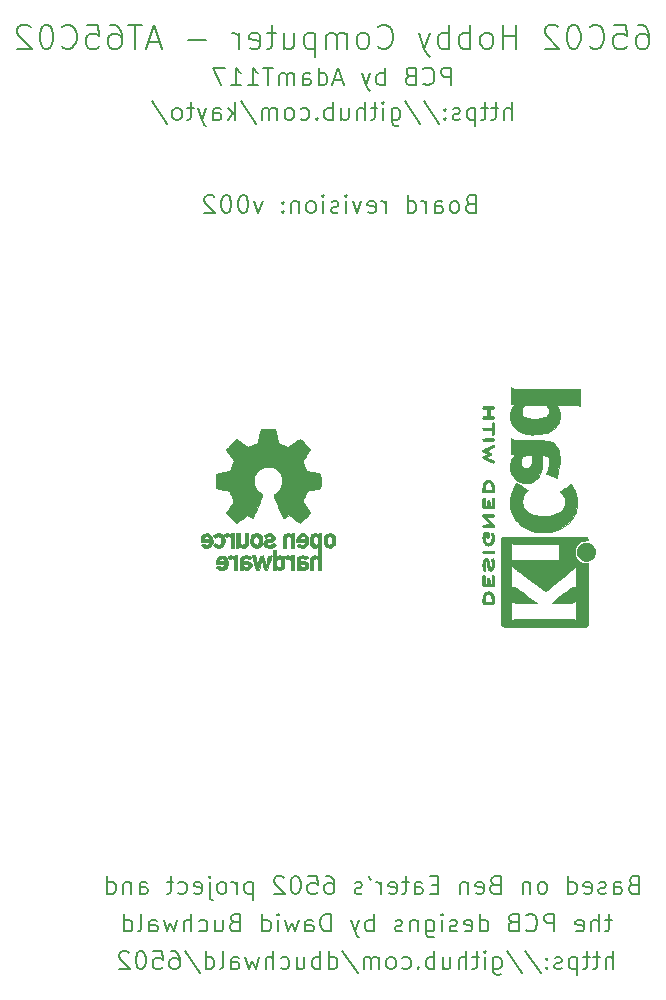
<source format=gbo>
G04 #@! TF.GenerationSoftware,KiCad,Pcbnew,(5.1.9)-1*
G04 #@! TF.CreationDate,2022-12-05T11:23:28+00:00*
G04 #@! TF.ProjectId,AT_65C02_Computer_Rev002,41545f36-3543-4303-925f-436f6d707574,rev?*
G04 #@! TF.SameCoordinates,Original*
G04 #@! TF.FileFunction,Legend,Bot*
G04 #@! TF.FilePolarity,Positive*
%FSLAX46Y46*%
G04 Gerber Fmt 4.6, Leading zero omitted, Abs format (unit mm)*
G04 Created by KiCad (PCBNEW (5.1.9)-1) date 2022-12-05 11:23:28*
%MOMM*%
%LPD*%
G01*
G04 APERTURE LIST*
%ADD10C,0.200000*%
%ADD11C,0.010000*%
G04 APERTURE END LIST*
D10*
X75412857Y-75728571D02*
X75412857Y-74228571D01*
X74770000Y-75728571D02*
X74770000Y-74942857D01*
X74841428Y-74800000D01*
X74984285Y-74728571D01*
X75198571Y-74728571D01*
X75341428Y-74800000D01*
X75412857Y-74871428D01*
X74270000Y-74728571D02*
X73698571Y-74728571D01*
X74055714Y-74228571D02*
X74055714Y-75514285D01*
X73984285Y-75657142D01*
X73841428Y-75728571D01*
X73698571Y-75728571D01*
X73412857Y-74728571D02*
X72841428Y-74728571D01*
X73198571Y-74228571D02*
X73198571Y-75514285D01*
X73127142Y-75657142D01*
X72984285Y-75728571D01*
X72841428Y-75728571D01*
X72341428Y-74728571D02*
X72341428Y-76228571D01*
X72341428Y-74800000D02*
X72198571Y-74728571D01*
X71912857Y-74728571D01*
X71770000Y-74800000D01*
X71698571Y-74871428D01*
X71627142Y-75014285D01*
X71627142Y-75442857D01*
X71698571Y-75585714D01*
X71770000Y-75657142D01*
X71912857Y-75728571D01*
X72198571Y-75728571D01*
X72341428Y-75657142D01*
X71055714Y-75657142D02*
X70912857Y-75728571D01*
X70627142Y-75728571D01*
X70484285Y-75657142D01*
X70412857Y-75514285D01*
X70412857Y-75442857D01*
X70484285Y-75300000D01*
X70627142Y-75228571D01*
X70841428Y-75228571D01*
X70984285Y-75157142D01*
X71055714Y-75014285D01*
X71055714Y-74942857D01*
X70984285Y-74800000D01*
X70841428Y-74728571D01*
X70627142Y-74728571D01*
X70484285Y-74800000D01*
X69770000Y-75585714D02*
X69698571Y-75657142D01*
X69770000Y-75728571D01*
X69841428Y-75657142D01*
X69770000Y-75585714D01*
X69770000Y-75728571D01*
X69770000Y-74800000D02*
X69698571Y-74871428D01*
X69770000Y-74942857D01*
X69841428Y-74871428D01*
X69770000Y-74800000D01*
X69770000Y-74942857D01*
X67984285Y-74157142D02*
X69270000Y-76085714D01*
X66412857Y-74157142D02*
X67698571Y-76085714D01*
X65270000Y-74728571D02*
X65270000Y-75942857D01*
X65341428Y-76085714D01*
X65412857Y-76157142D01*
X65555714Y-76228571D01*
X65770000Y-76228571D01*
X65912857Y-76157142D01*
X65270000Y-75657142D02*
X65412857Y-75728571D01*
X65698571Y-75728571D01*
X65841428Y-75657142D01*
X65912857Y-75585714D01*
X65984285Y-75442857D01*
X65984285Y-75014285D01*
X65912857Y-74871428D01*
X65841428Y-74800000D01*
X65698571Y-74728571D01*
X65412857Y-74728571D01*
X65270000Y-74800000D01*
X64555714Y-75728571D02*
X64555714Y-74728571D01*
X64555714Y-74228571D02*
X64627142Y-74300000D01*
X64555714Y-74371428D01*
X64484285Y-74300000D01*
X64555714Y-74228571D01*
X64555714Y-74371428D01*
X64055714Y-74728571D02*
X63484285Y-74728571D01*
X63841428Y-74228571D02*
X63841428Y-75514285D01*
X63770000Y-75657142D01*
X63627142Y-75728571D01*
X63484285Y-75728571D01*
X62984285Y-75728571D02*
X62984285Y-74228571D01*
X62341428Y-75728571D02*
X62341428Y-74942857D01*
X62412857Y-74800000D01*
X62555714Y-74728571D01*
X62770000Y-74728571D01*
X62912857Y-74800000D01*
X62984285Y-74871428D01*
X60984285Y-74728571D02*
X60984285Y-75728571D01*
X61627142Y-74728571D02*
X61627142Y-75514285D01*
X61555714Y-75657142D01*
X61412857Y-75728571D01*
X61198571Y-75728571D01*
X61055714Y-75657142D01*
X60984285Y-75585714D01*
X60270000Y-75728571D02*
X60270000Y-74228571D01*
X60270000Y-74800000D02*
X60127142Y-74728571D01*
X59841428Y-74728571D01*
X59698571Y-74800000D01*
X59627142Y-74871428D01*
X59555714Y-75014285D01*
X59555714Y-75442857D01*
X59627142Y-75585714D01*
X59698571Y-75657142D01*
X59841428Y-75728571D01*
X60127142Y-75728571D01*
X60270000Y-75657142D01*
X58912857Y-75585714D02*
X58841428Y-75657142D01*
X58912857Y-75728571D01*
X58984285Y-75657142D01*
X58912857Y-75585714D01*
X58912857Y-75728571D01*
X57555714Y-75657142D02*
X57698571Y-75728571D01*
X57984285Y-75728571D01*
X58127142Y-75657142D01*
X58198571Y-75585714D01*
X58270000Y-75442857D01*
X58270000Y-75014285D01*
X58198571Y-74871428D01*
X58127142Y-74800000D01*
X57984285Y-74728571D01*
X57698571Y-74728571D01*
X57555714Y-74800000D01*
X56698571Y-75728571D02*
X56841428Y-75657142D01*
X56912857Y-75585714D01*
X56984285Y-75442857D01*
X56984285Y-75014285D01*
X56912857Y-74871428D01*
X56841428Y-74800000D01*
X56698571Y-74728571D01*
X56484285Y-74728571D01*
X56341428Y-74800000D01*
X56270000Y-74871428D01*
X56198571Y-75014285D01*
X56198571Y-75442857D01*
X56270000Y-75585714D01*
X56341428Y-75657142D01*
X56484285Y-75728571D01*
X56698571Y-75728571D01*
X55555714Y-75728571D02*
X55555714Y-74728571D01*
X55555714Y-74871428D02*
X55484285Y-74800000D01*
X55341428Y-74728571D01*
X55127142Y-74728571D01*
X54984285Y-74800000D01*
X54912857Y-74942857D01*
X54912857Y-75728571D01*
X54912857Y-74942857D02*
X54841428Y-74800000D01*
X54698571Y-74728571D01*
X54484285Y-74728571D01*
X54341428Y-74800000D01*
X54270000Y-74942857D01*
X54270000Y-75728571D01*
X52484285Y-74157142D02*
X53770000Y-76085714D01*
X51984285Y-75728571D02*
X51984285Y-74228571D01*
X51841428Y-75157142D02*
X51412857Y-75728571D01*
X51412857Y-74728571D02*
X51984285Y-75300000D01*
X50127142Y-75728571D02*
X50127142Y-74942857D01*
X50198571Y-74800000D01*
X50341428Y-74728571D01*
X50627142Y-74728571D01*
X50770000Y-74800000D01*
X50127142Y-75657142D02*
X50270000Y-75728571D01*
X50627142Y-75728571D01*
X50770000Y-75657142D01*
X50841428Y-75514285D01*
X50841428Y-75371428D01*
X50770000Y-75228571D01*
X50627142Y-75157142D01*
X50270000Y-75157142D01*
X50127142Y-75085714D01*
X49555714Y-74728571D02*
X49198571Y-75728571D01*
X48841428Y-74728571D02*
X49198571Y-75728571D01*
X49341428Y-76085714D01*
X49412857Y-76157142D01*
X49555714Y-76228571D01*
X48484285Y-74728571D02*
X47912857Y-74728571D01*
X48270000Y-74228571D02*
X48270000Y-75514285D01*
X48198571Y-75657142D01*
X48055714Y-75728571D01*
X47912857Y-75728571D01*
X47198571Y-75728571D02*
X47341428Y-75657142D01*
X47412857Y-75585714D01*
X47484285Y-75442857D01*
X47484285Y-75014285D01*
X47412857Y-74871428D01*
X47341428Y-74800000D01*
X47198571Y-74728571D01*
X46984285Y-74728571D01*
X46841428Y-74800000D01*
X46770000Y-74871428D01*
X46698571Y-75014285D01*
X46698571Y-75442857D01*
X46770000Y-75585714D01*
X46841428Y-75657142D01*
X46984285Y-75728571D01*
X47198571Y-75728571D01*
X44984285Y-74157142D02*
X46270000Y-76085714D01*
X70305714Y-72798571D02*
X70305714Y-71298571D01*
X69734285Y-71298571D01*
X69591428Y-71370000D01*
X69519999Y-71441428D01*
X69448571Y-71584285D01*
X69448571Y-71798571D01*
X69519999Y-71941428D01*
X69591428Y-72012857D01*
X69734285Y-72084285D01*
X70305714Y-72084285D01*
X67948571Y-72655714D02*
X68019999Y-72727142D01*
X68234285Y-72798571D01*
X68377142Y-72798571D01*
X68591428Y-72727142D01*
X68734285Y-72584285D01*
X68805714Y-72441428D01*
X68877142Y-72155714D01*
X68877142Y-71941428D01*
X68805714Y-71655714D01*
X68734285Y-71512857D01*
X68591428Y-71370000D01*
X68377142Y-71298571D01*
X68234285Y-71298571D01*
X68019999Y-71370000D01*
X67948571Y-71441428D01*
X66805714Y-72012857D02*
X66591428Y-72084285D01*
X66519999Y-72155714D01*
X66448571Y-72298571D01*
X66448571Y-72512857D01*
X66519999Y-72655714D01*
X66591428Y-72727142D01*
X66734285Y-72798571D01*
X67305714Y-72798571D01*
X67305714Y-71298571D01*
X66805714Y-71298571D01*
X66662857Y-71370000D01*
X66591428Y-71441428D01*
X66519999Y-71584285D01*
X66519999Y-71727142D01*
X66591428Y-71870000D01*
X66662857Y-71941428D01*
X66805714Y-72012857D01*
X67305714Y-72012857D01*
X64662857Y-72798571D02*
X64662857Y-71298571D01*
X64662857Y-71870000D02*
X64519999Y-71798571D01*
X64234285Y-71798571D01*
X64091428Y-71870000D01*
X64019999Y-71941428D01*
X63948571Y-72084285D01*
X63948571Y-72512857D01*
X64019999Y-72655714D01*
X64091428Y-72727142D01*
X64234285Y-72798571D01*
X64519999Y-72798571D01*
X64662857Y-72727142D01*
X63448571Y-71798571D02*
X63091428Y-72798571D01*
X62734285Y-71798571D02*
X63091428Y-72798571D01*
X63234285Y-73155714D01*
X63305714Y-73227142D01*
X63448571Y-73298571D01*
X61091428Y-72370000D02*
X60377142Y-72370000D01*
X61234285Y-72798571D02*
X60734285Y-71298571D01*
X60234285Y-72798571D01*
X59091428Y-72798571D02*
X59091428Y-71298571D01*
X59091428Y-72727142D02*
X59234285Y-72798571D01*
X59519999Y-72798571D01*
X59662857Y-72727142D01*
X59734285Y-72655714D01*
X59805714Y-72512857D01*
X59805714Y-72084285D01*
X59734285Y-71941428D01*
X59662857Y-71870000D01*
X59519999Y-71798571D01*
X59234285Y-71798571D01*
X59091428Y-71870000D01*
X57734285Y-72798571D02*
X57734285Y-72012857D01*
X57805714Y-71870000D01*
X57948571Y-71798571D01*
X58234285Y-71798571D01*
X58377142Y-71870000D01*
X57734285Y-72727142D02*
X57877142Y-72798571D01*
X58234285Y-72798571D01*
X58377142Y-72727142D01*
X58448571Y-72584285D01*
X58448571Y-72441428D01*
X58377142Y-72298571D01*
X58234285Y-72227142D01*
X57877142Y-72227142D01*
X57734285Y-72155714D01*
X57019999Y-72798571D02*
X57019999Y-71798571D01*
X57019999Y-71941428D02*
X56948571Y-71870000D01*
X56805714Y-71798571D01*
X56591428Y-71798571D01*
X56448571Y-71870000D01*
X56377142Y-72012857D01*
X56377142Y-72798571D01*
X56377142Y-72012857D02*
X56305714Y-71870000D01*
X56162857Y-71798571D01*
X55948571Y-71798571D01*
X55805714Y-71870000D01*
X55734285Y-72012857D01*
X55734285Y-72798571D01*
X55234285Y-71298571D02*
X54377142Y-71298571D01*
X54805714Y-72798571D02*
X54805714Y-71298571D01*
X53091428Y-72798571D02*
X53948571Y-72798571D01*
X53519999Y-72798571D02*
X53519999Y-71298571D01*
X53662857Y-71512857D01*
X53805714Y-71655714D01*
X53948571Y-71727142D01*
X51662857Y-72798571D02*
X52519999Y-72798571D01*
X52091428Y-72798571D02*
X52091428Y-71298571D01*
X52234285Y-71512857D01*
X52377142Y-71655714D01*
X52519999Y-71727142D01*
X51162857Y-71298571D02*
X50162857Y-71298571D01*
X50805714Y-72798571D01*
X86115237Y-67704761D02*
X86496190Y-67704761D01*
X86686666Y-67800000D01*
X86781904Y-67895238D01*
X86972380Y-68180952D01*
X87067618Y-68561904D01*
X87067618Y-69323809D01*
X86972380Y-69514285D01*
X86877142Y-69609523D01*
X86686666Y-69704761D01*
X86305713Y-69704761D01*
X86115237Y-69609523D01*
X86019999Y-69514285D01*
X85924761Y-69323809D01*
X85924761Y-68847619D01*
X86019999Y-68657142D01*
X86115237Y-68561904D01*
X86305713Y-68466666D01*
X86686666Y-68466666D01*
X86877142Y-68561904D01*
X86972380Y-68657142D01*
X87067618Y-68847619D01*
X84115237Y-67704761D02*
X85067618Y-67704761D01*
X85162856Y-68657142D01*
X85067618Y-68561904D01*
X84877142Y-68466666D01*
X84400951Y-68466666D01*
X84210475Y-68561904D01*
X84115237Y-68657142D01*
X84019999Y-68847619D01*
X84019999Y-69323809D01*
X84115237Y-69514285D01*
X84210475Y-69609523D01*
X84400951Y-69704761D01*
X84877142Y-69704761D01*
X85067618Y-69609523D01*
X85162856Y-69514285D01*
X82019999Y-69514285D02*
X82115237Y-69609523D01*
X82400951Y-69704761D01*
X82591428Y-69704761D01*
X82877142Y-69609523D01*
X83067618Y-69419047D01*
X83162856Y-69228571D01*
X83258094Y-68847619D01*
X83258094Y-68561904D01*
X83162856Y-68180952D01*
X83067618Y-67990476D01*
X82877142Y-67800000D01*
X82591428Y-67704761D01*
X82400951Y-67704761D01*
X82115237Y-67800000D01*
X82019999Y-67895238D01*
X80781904Y-67704761D02*
X80591428Y-67704761D01*
X80400951Y-67800000D01*
X80305713Y-67895238D01*
X80210475Y-68085714D01*
X80115237Y-68466666D01*
X80115237Y-68942857D01*
X80210475Y-69323809D01*
X80305713Y-69514285D01*
X80400951Y-69609523D01*
X80591428Y-69704761D01*
X80781904Y-69704761D01*
X80972380Y-69609523D01*
X81067618Y-69514285D01*
X81162856Y-69323809D01*
X81258094Y-68942857D01*
X81258094Y-68466666D01*
X81162856Y-68085714D01*
X81067618Y-67895238D01*
X80972380Y-67800000D01*
X80781904Y-67704761D01*
X79353332Y-67895238D02*
X79258094Y-67800000D01*
X79067618Y-67704761D01*
X78591428Y-67704761D01*
X78400951Y-67800000D01*
X78305713Y-67895238D01*
X78210475Y-68085714D01*
X78210475Y-68276190D01*
X78305713Y-68561904D01*
X79448571Y-69704761D01*
X78210475Y-69704761D01*
X75829523Y-69704761D02*
X75829523Y-67704761D01*
X75829523Y-68657142D02*
X74686666Y-68657142D01*
X74686666Y-69704761D02*
X74686666Y-67704761D01*
X73448571Y-69704761D02*
X73639047Y-69609523D01*
X73734285Y-69514285D01*
X73829523Y-69323809D01*
X73829523Y-68752380D01*
X73734285Y-68561904D01*
X73639047Y-68466666D01*
X73448571Y-68371428D01*
X73162856Y-68371428D01*
X72972380Y-68466666D01*
X72877142Y-68561904D01*
X72781904Y-68752380D01*
X72781904Y-69323809D01*
X72877142Y-69514285D01*
X72972380Y-69609523D01*
X73162856Y-69704761D01*
X73448571Y-69704761D01*
X71924761Y-69704761D02*
X71924761Y-67704761D01*
X71924761Y-68466666D02*
X71734285Y-68371428D01*
X71353332Y-68371428D01*
X71162856Y-68466666D01*
X71067618Y-68561904D01*
X70972380Y-68752380D01*
X70972380Y-69323809D01*
X71067618Y-69514285D01*
X71162856Y-69609523D01*
X71353332Y-69704761D01*
X71734285Y-69704761D01*
X71924761Y-69609523D01*
X70115237Y-69704761D02*
X70115237Y-67704761D01*
X70115237Y-68466666D02*
X69924761Y-68371428D01*
X69543809Y-68371428D01*
X69353332Y-68466666D01*
X69258094Y-68561904D01*
X69162856Y-68752380D01*
X69162856Y-69323809D01*
X69258094Y-69514285D01*
X69353332Y-69609523D01*
X69543809Y-69704761D01*
X69924761Y-69704761D01*
X70115237Y-69609523D01*
X68496190Y-68371428D02*
X68019999Y-69704761D01*
X67543809Y-68371428D02*
X68019999Y-69704761D01*
X68210475Y-70180952D01*
X68305713Y-70276190D01*
X68496190Y-70371428D01*
X64115237Y-69514285D02*
X64210475Y-69609523D01*
X64496190Y-69704761D01*
X64686666Y-69704761D01*
X64972380Y-69609523D01*
X65162856Y-69419047D01*
X65258094Y-69228571D01*
X65353332Y-68847619D01*
X65353332Y-68561904D01*
X65258094Y-68180952D01*
X65162856Y-67990476D01*
X64972380Y-67800000D01*
X64686666Y-67704761D01*
X64496190Y-67704761D01*
X64210475Y-67800000D01*
X64115237Y-67895238D01*
X62972380Y-69704761D02*
X63162856Y-69609523D01*
X63258094Y-69514285D01*
X63353332Y-69323809D01*
X63353332Y-68752380D01*
X63258094Y-68561904D01*
X63162856Y-68466666D01*
X62972380Y-68371428D01*
X62686666Y-68371428D01*
X62496190Y-68466666D01*
X62400951Y-68561904D01*
X62305713Y-68752380D01*
X62305713Y-69323809D01*
X62400951Y-69514285D01*
X62496190Y-69609523D01*
X62686666Y-69704761D01*
X62972380Y-69704761D01*
X61448571Y-69704761D02*
X61448571Y-68371428D01*
X61448571Y-68561904D02*
X61353332Y-68466666D01*
X61162856Y-68371428D01*
X60877142Y-68371428D01*
X60686666Y-68466666D01*
X60591428Y-68657142D01*
X60591428Y-69704761D01*
X60591428Y-68657142D02*
X60496190Y-68466666D01*
X60305713Y-68371428D01*
X60019999Y-68371428D01*
X59829523Y-68466666D01*
X59734285Y-68657142D01*
X59734285Y-69704761D01*
X58781904Y-68371428D02*
X58781904Y-70371428D01*
X58781904Y-68466666D02*
X58591428Y-68371428D01*
X58210475Y-68371428D01*
X58019999Y-68466666D01*
X57924761Y-68561904D01*
X57829523Y-68752380D01*
X57829523Y-69323809D01*
X57924761Y-69514285D01*
X58019999Y-69609523D01*
X58210475Y-69704761D01*
X58591428Y-69704761D01*
X58781904Y-69609523D01*
X56115237Y-68371428D02*
X56115237Y-69704761D01*
X56972380Y-68371428D02*
X56972380Y-69419047D01*
X56877142Y-69609523D01*
X56686666Y-69704761D01*
X56400951Y-69704761D01*
X56210475Y-69609523D01*
X56115237Y-69514285D01*
X55448571Y-68371428D02*
X54686666Y-68371428D01*
X55162856Y-67704761D02*
X55162856Y-69419047D01*
X55067618Y-69609523D01*
X54877142Y-69704761D01*
X54686666Y-69704761D01*
X53258094Y-69609523D02*
X53448571Y-69704761D01*
X53829523Y-69704761D01*
X54019999Y-69609523D01*
X54115237Y-69419047D01*
X54115237Y-68657142D01*
X54019999Y-68466666D01*
X53829523Y-68371428D01*
X53448571Y-68371428D01*
X53258094Y-68466666D01*
X53162856Y-68657142D01*
X53162856Y-68847619D01*
X54115237Y-69038095D01*
X52305713Y-69704761D02*
X52305713Y-68371428D01*
X52305713Y-68752380D02*
X52210475Y-68561904D01*
X52115237Y-68466666D01*
X51924761Y-68371428D01*
X51734285Y-68371428D01*
X49543809Y-68942857D02*
X48019999Y-68942857D01*
X45639047Y-69133333D02*
X44686666Y-69133333D01*
X45829523Y-69704761D02*
X45162856Y-67704761D01*
X44496190Y-69704761D01*
X44115237Y-67704761D02*
X42972380Y-67704761D01*
X43543809Y-69704761D02*
X43543809Y-67704761D01*
X41448571Y-67704761D02*
X41829523Y-67704761D01*
X42019999Y-67800000D01*
X42115237Y-67895238D01*
X42305713Y-68180952D01*
X42400951Y-68561904D01*
X42400951Y-69323809D01*
X42305713Y-69514285D01*
X42210475Y-69609523D01*
X42019999Y-69704761D01*
X41639047Y-69704761D01*
X41448571Y-69609523D01*
X41353332Y-69514285D01*
X41258094Y-69323809D01*
X41258094Y-68847619D01*
X41353332Y-68657142D01*
X41448571Y-68561904D01*
X41639047Y-68466666D01*
X42019999Y-68466666D01*
X42210475Y-68561904D01*
X42305713Y-68657142D01*
X42400951Y-68847619D01*
X39448571Y-67704761D02*
X40400951Y-67704761D01*
X40496190Y-68657142D01*
X40400951Y-68561904D01*
X40210475Y-68466666D01*
X39734285Y-68466666D01*
X39543809Y-68561904D01*
X39448571Y-68657142D01*
X39353332Y-68847619D01*
X39353332Y-69323809D01*
X39448571Y-69514285D01*
X39543809Y-69609523D01*
X39734285Y-69704761D01*
X40210475Y-69704761D01*
X40400951Y-69609523D01*
X40496190Y-69514285D01*
X37353332Y-69514285D02*
X37448571Y-69609523D01*
X37734285Y-69704761D01*
X37924761Y-69704761D01*
X38210475Y-69609523D01*
X38400951Y-69419047D01*
X38496190Y-69228571D01*
X38591428Y-68847619D01*
X38591428Y-68561904D01*
X38496190Y-68180952D01*
X38400951Y-67990476D01*
X38210475Y-67800000D01*
X37924761Y-67704761D01*
X37734285Y-67704761D01*
X37448571Y-67800000D01*
X37353332Y-67895238D01*
X36115237Y-67704761D02*
X35924761Y-67704761D01*
X35734285Y-67800000D01*
X35639047Y-67895238D01*
X35543809Y-68085714D01*
X35448571Y-68466666D01*
X35448571Y-68942857D01*
X35543809Y-69323809D01*
X35639047Y-69514285D01*
X35734285Y-69609523D01*
X35924761Y-69704761D01*
X36115237Y-69704761D01*
X36305713Y-69609523D01*
X36400951Y-69514285D01*
X36496190Y-69323809D01*
X36591428Y-68942857D01*
X36591428Y-68466666D01*
X36496190Y-68085714D01*
X36400951Y-67895238D01*
X36305713Y-67800000D01*
X36115237Y-67704761D01*
X34686666Y-67895238D02*
X34591428Y-67800000D01*
X34400951Y-67704761D01*
X33924761Y-67704761D01*
X33734285Y-67800000D01*
X33639047Y-67895238D01*
X33543809Y-68085714D01*
X33543809Y-68276190D01*
X33639047Y-68561904D01*
X34781904Y-69704761D01*
X33543809Y-69704761D01*
X71901429Y-82832857D02*
X71687143Y-82904285D01*
X71615714Y-82975714D01*
X71544286Y-83118571D01*
X71544286Y-83332857D01*
X71615714Y-83475714D01*
X71687143Y-83547142D01*
X71830000Y-83618571D01*
X72401429Y-83618571D01*
X72401429Y-82118571D01*
X71901429Y-82118571D01*
X71758572Y-82190000D01*
X71687143Y-82261428D01*
X71615714Y-82404285D01*
X71615714Y-82547142D01*
X71687143Y-82690000D01*
X71758572Y-82761428D01*
X71901429Y-82832857D01*
X72401429Y-82832857D01*
X70687143Y-83618571D02*
X70830000Y-83547142D01*
X70901429Y-83475714D01*
X70972857Y-83332857D01*
X70972857Y-82904285D01*
X70901429Y-82761428D01*
X70830000Y-82690000D01*
X70687143Y-82618571D01*
X70472857Y-82618571D01*
X70330000Y-82690000D01*
X70258572Y-82761428D01*
X70187143Y-82904285D01*
X70187143Y-83332857D01*
X70258572Y-83475714D01*
X70330000Y-83547142D01*
X70472857Y-83618571D01*
X70687143Y-83618571D01*
X68901429Y-83618571D02*
X68901429Y-82832857D01*
X68972857Y-82690000D01*
X69115714Y-82618571D01*
X69401429Y-82618571D01*
X69544286Y-82690000D01*
X68901429Y-83547142D02*
X69044286Y-83618571D01*
X69401429Y-83618571D01*
X69544286Y-83547142D01*
X69615714Y-83404285D01*
X69615714Y-83261428D01*
X69544286Y-83118571D01*
X69401429Y-83047142D01*
X69044286Y-83047142D01*
X68901429Y-82975714D01*
X68187143Y-83618571D02*
X68187143Y-82618571D01*
X68187143Y-82904285D02*
X68115714Y-82761428D01*
X68044286Y-82690000D01*
X67901429Y-82618571D01*
X67758572Y-82618571D01*
X66615714Y-83618571D02*
X66615714Y-82118571D01*
X66615714Y-83547142D02*
X66758571Y-83618571D01*
X67044286Y-83618571D01*
X67187143Y-83547142D01*
X67258572Y-83475714D01*
X67330000Y-83332857D01*
X67330000Y-82904285D01*
X67258572Y-82761428D01*
X67187143Y-82690000D01*
X67044286Y-82618571D01*
X66758571Y-82618571D01*
X66615714Y-82690000D01*
X64758571Y-83618571D02*
X64758571Y-82618571D01*
X64758571Y-82904285D02*
X64687143Y-82761428D01*
X64615714Y-82690000D01*
X64472857Y-82618571D01*
X64330000Y-82618571D01*
X63258571Y-83547142D02*
X63401429Y-83618571D01*
X63687143Y-83618571D01*
X63830000Y-83547142D01*
X63901429Y-83404285D01*
X63901429Y-82832857D01*
X63830000Y-82690000D01*
X63687143Y-82618571D01*
X63401429Y-82618571D01*
X63258571Y-82690000D01*
X63187143Y-82832857D01*
X63187143Y-82975714D01*
X63901429Y-83118571D01*
X62687143Y-82618571D02*
X62330000Y-83618571D01*
X61972857Y-82618571D01*
X61401429Y-83618571D02*
X61401429Y-82618571D01*
X61401429Y-82118571D02*
X61472857Y-82190000D01*
X61401429Y-82261428D01*
X61330000Y-82190000D01*
X61401429Y-82118571D01*
X61401429Y-82261428D01*
X60758571Y-83547142D02*
X60615714Y-83618571D01*
X60330000Y-83618571D01*
X60187143Y-83547142D01*
X60115714Y-83404285D01*
X60115714Y-83332857D01*
X60187143Y-83190000D01*
X60330000Y-83118571D01*
X60544286Y-83118571D01*
X60687143Y-83047142D01*
X60758571Y-82904285D01*
X60758571Y-82832857D01*
X60687143Y-82690000D01*
X60544286Y-82618571D01*
X60330000Y-82618571D01*
X60187143Y-82690000D01*
X59472857Y-83618571D02*
X59472857Y-82618571D01*
X59472857Y-82118571D02*
X59544286Y-82190000D01*
X59472857Y-82261428D01*
X59401429Y-82190000D01*
X59472857Y-82118571D01*
X59472857Y-82261428D01*
X58544286Y-83618571D02*
X58687143Y-83547142D01*
X58758571Y-83475714D01*
X58830000Y-83332857D01*
X58830000Y-82904285D01*
X58758571Y-82761428D01*
X58687143Y-82690000D01*
X58544286Y-82618571D01*
X58330000Y-82618571D01*
X58187143Y-82690000D01*
X58115714Y-82761428D01*
X58044286Y-82904285D01*
X58044286Y-83332857D01*
X58115714Y-83475714D01*
X58187143Y-83547142D01*
X58330000Y-83618571D01*
X58544286Y-83618571D01*
X57401429Y-82618571D02*
X57401429Y-83618571D01*
X57401429Y-82761428D02*
X57330000Y-82690000D01*
X57187143Y-82618571D01*
X56972857Y-82618571D01*
X56830000Y-82690000D01*
X56758571Y-82832857D01*
X56758571Y-83618571D01*
X56044286Y-83475714D02*
X55972857Y-83547142D01*
X56044286Y-83618571D01*
X56115714Y-83547142D01*
X56044286Y-83475714D01*
X56044286Y-83618571D01*
X56044286Y-82690000D02*
X55972857Y-82761428D01*
X56044286Y-82832857D01*
X56115714Y-82761428D01*
X56044286Y-82690000D01*
X56044286Y-82832857D01*
X54330000Y-82618571D02*
X53972857Y-83618571D01*
X53615714Y-82618571D01*
X52758571Y-82118571D02*
X52615714Y-82118571D01*
X52472857Y-82190000D01*
X52401429Y-82261428D01*
X52330000Y-82404285D01*
X52258571Y-82690000D01*
X52258571Y-83047142D01*
X52330000Y-83332857D01*
X52401429Y-83475714D01*
X52472857Y-83547142D01*
X52615714Y-83618571D01*
X52758571Y-83618571D01*
X52901429Y-83547142D01*
X52972857Y-83475714D01*
X53044286Y-83332857D01*
X53115714Y-83047142D01*
X53115714Y-82690000D01*
X53044286Y-82404285D01*
X52972857Y-82261428D01*
X52901429Y-82190000D01*
X52758571Y-82118571D01*
X51330000Y-82118571D02*
X51187143Y-82118571D01*
X51044286Y-82190000D01*
X50972857Y-82261428D01*
X50901429Y-82404285D01*
X50830000Y-82690000D01*
X50830000Y-83047142D01*
X50901429Y-83332857D01*
X50972857Y-83475714D01*
X51044286Y-83547142D01*
X51187143Y-83618571D01*
X51330000Y-83618571D01*
X51472857Y-83547142D01*
X51544286Y-83475714D01*
X51615714Y-83332857D01*
X51687143Y-83047142D01*
X51687143Y-82690000D01*
X51615714Y-82404285D01*
X51544286Y-82261428D01*
X51472857Y-82190000D01*
X51330000Y-82118571D01*
X50258571Y-82261428D02*
X50187143Y-82190000D01*
X50044286Y-82118571D01*
X49687143Y-82118571D01*
X49544286Y-82190000D01*
X49472857Y-82261428D01*
X49401429Y-82404285D01*
X49401429Y-82547142D01*
X49472857Y-82761428D01*
X50330000Y-83618571D01*
X49401429Y-83618571D01*
X84020000Y-147628571D02*
X84020000Y-146128571D01*
X83377143Y-147628571D02*
X83377143Y-146842857D01*
X83448571Y-146700000D01*
X83591428Y-146628571D01*
X83805714Y-146628571D01*
X83948571Y-146700000D01*
X84020000Y-146771428D01*
X82877143Y-146628571D02*
X82305714Y-146628571D01*
X82662857Y-146128571D02*
X82662857Y-147414285D01*
X82591428Y-147557142D01*
X82448571Y-147628571D01*
X82305714Y-147628571D01*
X82020000Y-146628571D02*
X81448571Y-146628571D01*
X81805714Y-146128571D02*
X81805714Y-147414285D01*
X81734285Y-147557142D01*
X81591428Y-147628571D01*
X81448571Y-147628571D01*
X80948571Y-146628571D02*
X80948571Y-148128571D01*
X80948571Y-146700000D02*
X80805714Y-146628571D01*
X80520000Y-146628571D01*
X80377143Y-146700000D01*
X80305714Y-146771428D01*
X80234285Y-146914285D01*
X80234285Y-147342857D01*
X80305714Y-147485714D01*
X80377143Y-147557142D01*
X80520000Y-147628571D01*
X80805714Y-147628571D01*
X80948571Y-147557142D01*
X79662857Y-147557142D02*
X79520000Y-147628571D01*
X79234285Y-147628571D01*
X79091428Y-147557142D01*
X79020000Y-147414285D01*
X79020000Y-147342857D01*
X79091428Y-147200000D01*
X79234285Y-147128571D01*
X79448571Y-147128571D01*
X79591428Y-147057142D01*
X79662857Y-146914285D01*
X79662857Y-146842857D01*
X79591428Y-146700000D01*
X79448571Y-146628571D01*
X79234285Y-146628571D01*
X79091428Y-146700000D01*
X78377143Y-147485714D02*
X78305714Y-147557142D01*
X78377143Y-147628571D01*
X78448571Y-147557142D01*
X78377143Y-147485714D01*
X78377143Y-147628571D01*
X78377143Y-146700000D02*
X78305714Y-146771428D01*
X78377143Y-146842857D01*
X78448571Y-146771428D01*
X78377143Y-146700000D01*
X78377143Y-146842857D01*
X76591428Y-146057142D02*
X77877143Y-147985714D01*
X75020000Y-146057142D02*
X76305714Y-147985714D01*
X73877142Y-146628571D02*
X73877142Y-147842857D01*
X73948571Y-147985714D01*
X74020000Y-148057142D01*
X74162857Y-148128571D01*
X74377142Y-148128571D01*
X74520000Y-148057142D01*
X73877142Y-147557142D02*
X74020000Y-147628571D01*
X74305714Y-147628571D01*
X74448571Y-147557142D01*
X74520000Y-147485714D01*
X74591428Y-147342857D01*
X74591428Y-146914285D01*
X74520000Y-146771428D01*
X74448571Y-146700000D01*
X74305714Y-146628571D01*
X74020000Y-146628571D01*
X73877142Y-146700000D01*
X73162857Y-147628571D02*
X73162857Y-146628571D01*
X73162857Y-146128571D02*
X73234285Y-146200000D01*
X73162857Y-146271428D01*
X73091428Y-146200000D01*
X73162857Y-146128571D01*
X73162857Y-146271428D01*
X72662857Y-146628571D02*
X72091428Y-146628571D01*
X72448571Y-146128571D02*
X72448571Y-147414285D01*
X72377142Y-147557142D01*
X72234285Y-147628571D01*
X72091428Y-147628571D01*
X71591428Y-147628571D02*
X71591428Y-146128571D01*
X70948571Y-147628571D02*
X70948571Y-146842857D01*
X71020000Y-146700000D01*
X71162857Y-146628571D01*
X71377142Y-146628571D01*
X71520000Y-146700000D01*
X71591428Y-146771428D01*
X69591428Y-146628571D02*
X69591428Y-147628571D01*
X70234285Y-146628571D02*
X70234285Y-147414285D01*
X70162857Y-147557142D01*
X70020000Y-147628571D01*
X69805714Y-147628571D01*
X69662857Y-147557142D01*
X69591428Y-147485714D01*
X68877142Y-147628571D02*
X68877142Y-146128571D01*
X68877142Y-146700000D02*
X68734285Y-146628571D01*
X68448571Y-146628571D01*
X68305714Y-146700000D01*
X68234285Y-146771428D01*
X68162857Y-146914285D01*
X68162857Y-147342857D01*
X68234285Y-147485714D01*
X68305714Y-147557142D01*
X68448571Y-147628571D01*
X68734285Y-147628571D01*
X68877142Y-147557142D01*
X67520000Y-147485714D02*
X67448571Y-147557142D01*
X67520000Y-147628571D01*
X67591428Y-147557142D01*
X67520000Y-147485714D01*
X67520000Y-147628571D01*
X66162857Y-147557142D02*
X66305714Y-147628571D01*
X66591428Y-147628571D01*
X66734285Y-147557142D01*
X66805714Y-147485714D01*
X66877142Y-147342857D01*
X66877142Y-146914285D01*
X66805714Y-146771428D01*
X66734285Y-146700000D01*
X66591428Y-146628571D01*
X66305714Y-146628571D01*
X66162857Y-146700000D01*
X65305714Y-147628571D02*
X65448571Y-147557142D01*
X65520000Y-147485714D01*
X65591428Y-147342857D01*
X65591428Y-146914285D01*
X65520000Y-146771428D01*
X65448571Y-146700000D01*
X65305714Y-146628571D01*
X65091428Y-146628571D01*
X64948571Y-146700000D01*
X64877142Y-146771428D01*
X64805714Y-146914285D01*
X64805714Y-147342857D01*
X64877142Y-147485714D01*
X64948571Y-147557142D01*
X65091428Y-147628571D01*
X65305714Y-147628571D01*
X64162857Y-147628571D02*
X64162857Y-146628571D01*
X64162857Y-146771428D02*
X64091428Y-146700000D01*
X63948571Y-146628571D01*
X63734285Y-146628571D01*
X63591428Y-146700000D01*
X63520000Y-146842857D01*
X63520000Y-147628571D01*
X63520000Y-146842857D02*
X63448571Y-146700000D01*
X63305714Y-146628571D01*
X63091428Y-146628571D01*
X62948571Y-146700000D01*
X62877142Y-146842857D01*
X62877142Y-147628571D01*
X61091428Y-146057142D02*
X62377142Y-147985714D01*
X59948571Y-147628571D02*
X59948571Y-146128571D01*
X59948571Y-147557142D02*
X60091428Y-147628571D01*
X60377142Y-147628571D01*
X60520000Y-147557142D01*
X60591428Y-147485714D01*
X60662857Y-147342857D01*
X60662857Y-146914285D01*
X60591428Y-146771428D01*
X60520000Y-146700000D01*
X60377142Y-146628571D01*
X60091428Y-146628571D01*
X59948571Y-146700000D01*
X59234285Y-147628571D02*
X59234285Y-146128571D01*
X59234285Y-146700000D02*
X59091428Y-146628571D01*
X58805714Y-146628571D01*
X58662857Y-146700000D01*
X58591428Y-146771428D01*
X58520000Y-146914285D01*
X58520000Y-147342857D01*
X58591428Y-147485714D01*
X58662857Y-147557142D01*
X58805714Y-147628571D01*
X59091428Y-147628571D01*
X59234285Y-147557142D01*
X57234285Y-146628571D02*
X57234285Y-147628571D01*
X57877142Y-146628571D02*
X57877142Y-147414285D01*
X57805714Y-147557142D01*
X57662857Y-147628571D01*
X57448571Y-147628571D01*
X57305714Y-147557142D01*
X57234285Y-147485714D01*
X55877142Y-147557142D02*
X56020000Y-147628571D01*
X56305714Y-147628571D01*
X56448571Y-147557142D01*
X56520000Y-147485714D01*
X56591428Y-147342857D01*
X56591428Y-146914285D01*
X56520000Y-146771428D01*
X56448571Y-146700000D01*
X56305714Y-146628571D01*
X56020000Y-146628571D01*
X55877142Y-146700000D01*
X55234285Y-147628571D02*
X55234285Y-146128571D01*
X54591428Y-147628571D02*
X54591428Y-146842857D01*
X54662857Y-146700000D01*
X54805714Y-146628571D01*
X55020000Y-146628571D01*
X55162857Y-146700000D01*
X55234285Y-146771428D01*
X54020000Y-146628571D02*
X53734285Y-147628571D01*
X53448571Y-146914285D01*
X53162857Y-147628571D01*
X52877142Y-146628571D01*
X51662857Y-147628571D02*
X51662857Y-146842857D01*
X51734285Y-146700000D01*
X51877142Y-146628571D01*
X52162857Y-146628571D01*
X52305714Y-146700000D01*
X51662857Y-147557142D02*
X51805714Y-147628571D01*
X52162857Y-147628571D01*
X52305714Y-147557142D01*
X52377142Y-147414285D01*
X52377142Y-147271428D01*
X52305714Y-147128571D01*
X52162857Y-147057142D01*
X51805714Y-147057142D01*
X51662857Y-146985714D01*
X50734285Y-147628571D02*
X50877142Y-147557142D01*
X50948571Y-147414285D01*
X50948571Y-146128571D01*
X49520000Y-147628571D02*
X49520000Y-146128571D01*
X49520000Y-147557142D02*
X49662857Y-147628571D01*
X49948571Y-147628571D01*
X50091428Y-147557142D01*
X50162857Y-147485714D01*
X50234285Y-147342857D01*
X50234285Y-146914285D01*
X50162857Y-146771428D01*
X50091428Y-146700000D01*
X49948571Y-146628571D01*
X49662857Y-146628571D01*
X49520000Y-146700000D01*
X47734285Y-146057142D02*
X49020000Y-147985714D01*
X46591428Y-146128571D02*
X46877142Y-146128571D01*
X47020000Y-146200000D01*
X47091428Y-146271428D01*
X47234285Y-146485714D01*
X47305714Y-146771428D01*
X47305714Y-147342857D01*
X47234285Y-147485714D01*
X47162857Y-147557142D01*
X47020000Y-147628571D01*
X46734285Y-147628571D01*
X46591428Y-147557142D01*
X46520000Y-147485714D01*
X46448571Y-147342857D01*
X46448571Y-146985714D01*
X46520000Y-146842857D01*
X46591428Y-146771428D01*
X46734285Y-146700000D01*
X47020000Y-146700000D01*
X47162857Y-146771428D01*
X47234285Y-146842857D01*
X47305714Y-146985714D01*
X45091428Y-146128571D02*
X45805714Y-146128571D01*
X45877142Y-146842857D01*
X45805714Y-146771428D01*
X45662857Y-146700000D01*
X45305714Y-146700000D01*
X45162857Y-146771428D01*
X45091428Y-146842857D01*
X45020000Y-146985714D01*
X45020000Y-147342857D01*
X45091428Y-147485714D01*
X45162857Y-147557142D01*
X45305714Y-147628571D01*
X45662857Y-147628571D01*
X45805714Y-147557142D01*
X45877142Y-147485714D01*
X44091428Y-146128571D02*
X43948571Y-146128571D01*
X43805714Y-146200000D01*
X43734285Y-146271428D01*
X43662857Y-146414285D01*
X43591428Y-146700000D01*
X43591428Y-147057142D01*
X43662857Y-147342857D01*
X43734285Y-147485714D01*
X43805714Y-147557142D01*
X43948571Y-147628571D01*
X44091428Y-147628571D01*
X44234285Y-147557142D01*
X44305714Y-147485714D01*
X44377142Y-147342857D01*
X44448571Y-147057142D01*
X44448571Y-146700000D01*
X44377142Y-146414285D01*
X44305714Y-146271428D01*
X44234285Y-146200000D01*
X44091428Y-146128571D01*
X43020000Y-146271428D02*
X42948571Y-146200000D01*
X42805714Y-146128571D01*
X42448571Y-146128571D01*
X42305714Y-146200000D01*
X42234285Y-146271428D01*
X42162857Y-146414285D01*
X42162857Y-146557142D01*
X42234285Y-146771428D01*
X43091428Y-147628571D01*
X42162857Y-147628571D01*
X85698572Y-140472857D02*
X85484286Y-140544285D01*
X85412857Y-140615714D01*
X85341429Y-140758571D01*
X85341429Y-140972857D01*
X85412857Y-141115714D01*
X85484286Y-141187142D01*
X85627143Y-141258571D01*
X86198572Y-141258571D01*
X86198572Y-139758571D01*
X85698572Y-139758571D01*
X85555715Y-139830000D01*
X85484286Y-139901428D01*
X85412857Y-140044285D01*
X85412857Y-140187142D01*
X85484286Y-140330000D01*
X85555715Y-140401428D01*
X85698572Y-140472857D01*
X86198572Y-140472857D01*
X84055715Y-141258571D02*
X84055715Y-140472857D01*
X84127143Y-140330000D01*
X84270000Y-140258571D01*
X84555715Y-140258571D01*
X84698572Y-140330000D01*
X84055715Y-141187142D02*
X84198572Y-141258571D01*
X84555715Y-141258571D01*
X84698572Y-141187142D01*
X84770000Y-141044285D01*
X84770000Y-140901428D01*
X84698572Y-140758571D01*
X84555715Y-140687142D01*
X84198572Y-140687142D01*
X84055715Y-140615714D01*
X83412857Y-141187142D02*
X83270000Y-141258571D01*
X82984286Y-141258571D01*
X82841429Y-141187142D01*
X82770000Y-141044285D01*
X82770000Y-140972857D01*
X82841429Y-140830000D01*
X82984286Y-140758571D01*
X83198572Y-140758571D01*
X83341429Y-140687142D01*
X83412857Y-140544285D01*
X83412857Y-140472857D01*
X83341429Y-140330000D01*
X83198572Y-140258571D01*
X82984286Y-140258571D01*
X82841429Y-140330000D01*
X81555715Y-141187142D02*
X81698572Y-141258571D01*
X81984286Y-141258571D01*
X82127143Y-141187142D01*
X82198572Y-141044285D01*
X82198572Y-140472857D01*
X82127143Y-140330000D01*
X81984286Y-140258571D01*
X81698572Y-140258571D01*
X81555715Y-140330000D01*
X81484286Y-140472857D01*
X81484286Y-140615714D01*
X82198572Y-140758571D01*
X80198572Y-141258571D02*
X80198572Y-139758571D01*
X80198572Y-141187142D02*
X80341429Y-141258571D01*
X80627143Y-141258571D01*
X80770000Y-141187142D01*
X80841429Y-141115714D01*
X80912857Y-140972857D01*
X80912857Y-140544285D01*
X80841429Y-140401428D01*
X80770000Y-140330000D01*
X80627143Y-140258571D01*
X80341429Y-140258571D01*
X80198572Y-140330000D01*
X78127143Y-141258571D02*
X78270000Y-141187142D01*
X78341429Y-141115714D01*
X78412857Y-140972857D01*
X78412857Y-140544285D01*
X78341429Y-140401428D01*
X78270000Y-140330000D01*
X78127143Y-140258571D01*
X77912857Y-140258571D01*
X77770000Y-140330000D01*
X77698572Y-140401428D01*
X77627143Y-140544285D01*
X77627143Y-140972857D01*
X77698572Y-141115714D01*
X77770000Y-141187142D01*
X77912857Y-141258571D01*
X78127143Y-141258571D01*
X76984286Y-140258571D02*
X76984286Y-141258571D01*
X76984286Y-140401428D02*
X76912857Y-140330000D01*
X76770000Y-140258571D01*
X76555715Y-140258571D01*
X76412857Y-140330000D01*
X76341429Y-140472857D01*
X76341429Y-141258571D01*
X73984286Y-140472857D02*
X73770000Y-140544285D01*
X73698572Y-140615714D01*
X73627143Y-140758571D01*
X73627143Y-140972857D01*
X73698572Y-141115714D01*
X73770000Y-141187142D01*
X73912857Y-141258571D01*
X74484286Y-141258571D01*
X74484286Y-139758571D01*
X73984286Y-139758571D01*
X73841429Y-139830000D01*
X73770000Y-139901428D01*
X73698572Y-140044285D01*
X73698572Y-140187142D01*
X73770000Y-140330000D01*
X73841429Y-140401428D01*
X73984286Y-140472857D01*
X74484286Y-140472857D01*
X72412857Y-141187142D02*
X72555715Y-141258571D01*
X72841429Y-141258571D01*
X72984286Y-141187142D01*
X73055715Y-141044285D01*
X73055715Y-140472857D01*
X72984286Y-140330000D01*
X72841429Y-140258571D01*
X72555715Y-140258571D01*
X72412857Y-140330000D01*
X72341429Y-140472857D01*
X72341429Y-140615714D01*
X73055715Y-140758571D01*
X71698572Y-140258571D02*
X71698572Y-141258571D01*
X71698572Y-140401428D02*
X71627143Y-140330000D01*
X71484286Y-140258571D01*
X71270000Y-140258571D01*
X71127143Y-140330000D01*
X71055715Y-140472857D01*
X71055715Y-141258571D01*
X69198572Y-140472857D02*
X68698572Y-140472857D01*
X68484286Y-141258571D02*
X69198572Y-141258571D01*
X69198572Y-139758571D01*
X68484286Y-139758571D01*
X67198572Y-141258571D02*
X67198572Y-140472857D01*
X67270000Y-140330000D01*
X67412857Y-140258571D01*
X67698572Y-140258571D01*
X67841429Y-140330000D01*
X67198572Y-141187142D02*
X67341429Y-141258571D01*
X67698572Y-141258571D01*
X67841429Y-141187142D01*
X67912857Y-141044285D01*
X67912857Y-140901428D01*
X67841429Y-140758571D01*
X67698572Y-140687142D01*
X67341429Y-140687142D01*
X67198572Y-140615714D01*
X66698572Y-140258571D02*
X66127143Y-140258571D01*
X66484286Y-139758571D02*
X66484286Y-141044285D01*
X66412857Y-141187142D01*
X66270000Y-141258571D01*
X66127143Y-141258571D01*
X65055714Y-141187142D02*
X65198572Y-141258571D01*
X65484286Y-141258571D01*
X65627143Y-141187142D01*
X65698572Y-141044285D01*
X65698572Y-140472857D01*
X65627143Y-140330000D01*
X65484286Y-140258571D01*
X65198572Y-140258571D01*
X65055714Y-140330000D01*
X64984286Y-140472857D01*
X64984286Y-140615714D01*
X65698572Y-140758571D01*
X64341429Y-141258571D02*
X64341429Y-140258571D01*
X64341429Y-140544285D02*
X64270000Y-140401428D01*
X64198572Y-140330000D01*
X64055714Y-140258571D01*
X63912857Y-140258571D01*
X63341429Y-139758571D02*
X63341429Y-139830000D01*
X63412857Y-139972857D01*
X63484286Y-140044285D01*
X62770000Y-141187142D02*
X62627143Y-141258571D01*
X62341429Y-141258571D01*
X62198572Y-141187142D01*
X62127143Y-141044285D01*
X62127143Y-140972857D01*
X62198572Y-140830000D01*
X62341429Y-140758571D01*
X62555714Y-140758571D01*
X62698572Y-140687142D01*
X62770000Y-140544285D01*
X62770000Y-140472857D01*
X62698572Y-140330000D01*
X62555714Y-140258571D01*
X62341429Y-140258571D01*
X62198572Y-140330000D01*
X59698572Y-139758571D02*
X59984286Y-139758571D01*
X60127143Y-139830000D01*
X60198572Y-139901428D01*
X60341429Y-140115714D01*
X60412857Y-140401428D01*
X60412857Y-140972857D01*
X60341429Y-141115714D01*
X60270000Y-141187142D01*
X60127143Y-141258571D01*
X59841429Y-141258571D01*
X59698572Y-141187142D01*
X59627143Y-141115714D01*
X59555715Y-140972857D01*
X59555715Y-140615714D01*
X59627143Y-140472857D01*
X59698572Y-140401428D01*
X59841429Y-140330000D01*
X60127143Y-140330000D01*
X60270000Y-140401428D01*
X60341429Y-140472857D01*
X60412857Y-140615714D01*
X58198572Y-139758571D02*
X58912857Y-139758571D01*
X58984286Y-140472857D01*
X58912857Y-140401428D01*
X58770000Y-140330000D01*
X58412857Y-140330000D01*
X58270000Y-140401428D01*
X58198572Y-140472857D01*
X58127143Y-140615714D01*
X58127143Y-140972857D01*
X58198572Y-141115714D01*
X58270000Y-141187142D01*
X58412857Y-141258571D01*
X58770000Y-141258571D01*
X58912857Y-141187142D01*
X58984286Y-141115714D01*
X57198572Y-139758571D02*
X57055714Y-139758571D01*
X56912857Y-139830000D01*
X56841429Y-139901428D01*
X56770000Y-140044285D01*
X56698572Y-140330000D01*
X56698572Y-140687142D01*
X56770000Y-140972857D01*
X56841429Y-141115714D01*
X56912857Y-141187142D01*
X57055714Y-141258571D01*
X57198572Y-141258571D01*
X57341429Y-141187142D01*
X57412857Y-141115714D01*
X57484286Y-140972857D01*
X57555714Y-140687142D01*
X57555714Y-140330000D01*
X57484286Y-140044285D01*
X57412857Y-139901428D01*
X57341429Y-139830000D01*
X57198572Y-139758571D01*
X56127143Y-139901428D02*
X56055714Y-139830000D01*
X55912857Y-139758571D01*
X55555714Y-139758571D01*
X55412857Y-139830000D01*
X55341429Y-139901428D01*
X55270000Y-140044285D01*
X55270000Y-140187142D01*
X55341429Y-140401428D01*
X56198572Y-141258571D01*
X55270000Y-141258571D01*
X53484286Y-140258571D02*
X53484286Y-141758571D01*
X53484286Y-140330000D02*
X53341429Y-140258571D01*
X53055714Y-140258571D01*
X52912857Y-140330000D01*
X52841429Y-140401428D01*
X52770000Y-140544285D01*
X52770000Y-140972857D01*
X52841429Y-141115714D01*
X52912857Y-141187142D01*
X53055714Y-141258571D01*
X53341429Y-141258571D01*
X53484286Y-141187142D01*
X52127143Y-141258571D02*
X52127143Y-140258571D01*
X52127143Y-140544285D02*
X52055714Y-140401428D01*
X51984286Y-140330000D01*
X51841429Y-140258571D01*
X51698572Y-140258571D01*
X50984286Y-141258571D02*
X51127143Y-141187142D01*
X51198572Y-141115714D01*
X51270000Y-140972857D01*
X51270000Y-140544285D01*
X51198572Y-140401428D01*
X51127143Y-140330000D01*
X50984286Y-140258571D01*
X50770000Y-140258571D01*
X50627143Y-140330000D01*
X50555714Y-140401428D01*
X50484286Y-140544285D01*
X50484286Y-140972857D01*
X50555714Y-141115714D01*
X50627143Y-141187142D01*
X50770000Y-141258571D01*
X50984286Y-141258571D01*
X49841429Y-140258571D02*
X49841429Y-141544285D01*
X49912857Y-141687142D01*
X50055714Y-141758571D01*
X50127143Y-141758571D01*
X49841429Y-139758571D02*
X49912857Y-139830000D01*
X49841429Y-139901428D01*
X49770000Y-139830000D01*
X49841429Y-139758571D01*
X49841429Y-139901428D01*
X48555714Y-141187142D02*
X48698572Y-141258571D01*
X48984286Y-141258571D01*
X49127143Y-141187142D01*
X49198572Y-141044285D01*
X49198572Y-140472857D01*
X49127143Y-140330000D01*
X48984286Y-140258571D01*
X48698572Y-140258571D01*
X48555714Y-140330000D01*
X48484286Y-140472857D01*
X48484286Y-140615714D01*
X49198572Y-140758571D01*
X47198572Y-141187142D02*
X47341429Y-141258571D01*
X47627143Y-141258571D01*
X47770000Y-141187142D01*
X47841429Y-141115714D01*
X47912857Y-140972857D01*
X47912857Y-140544285D01*
X47841429Y-140401428D01*
X47770000Y-140330000D01*
X47627143Y-140258571D01*
X47341429Y-140258571D01*
X47198572Y-140330000D01*
X46770000Y-140258571D02*
X46198572Y-140258571D01*
X46555714Y-139758571D02*
X46555714Y-141044285D01*
X46484286Y-141187142D01*
X46341429Y-141258571D01*
X46198572Y-141258571D01*
X43912857Y-141258571D02*
X43912857Y-140472857D01*
X43984286Y-140330000D01*
X44127143Y-140258571D01*
X44412857Y-140258571D01*
X44555714Y-140330000D01*
X43912857Y-141187142D02*
X44055714Y-141258571D01*
X44412857Y-141258571D01*
X44555714Y-141187142D01*
X44627143Y-141044285D01*
X44627143Y-140901428D01*
X44555714Y-140758571D01*
X44412857Y-140687142D01*
X44055714Y-140687142D01*
X43912857Y-140615714D01*
X43198572Y-140258571D02*
X43198572Y-141258571D01*
X43198572Y-140401428D02*
X43127143Y-140330000D01*
X42984286Y-140258571D01*
X42770000Y-140258571D01*
X42627143Y-140330000D01*
X42555714Y-140472857D01*
X42555714Y-141258571D01*
X41198572Y-141258571D02*
X41198572Y-139758571D01*
X41198572Y-141187142D02*
X41341429Y-141258571D01*
X41627143Y-141258571D01*
X41770000Y-141187142D01*
X41841429Y-141115714D01*
X41912857Y-140972857D01*
X41912857Y-140544285D01*
X41841429Y-140401428D01*
X41770000Y-140330000D01*
X41627143Y-140258571D01*
X41341429Y-140258571D01*
X41198572Y-140330000D01*
X83877142Y-143443571D02*
X83305714Y-143443571D01*
X83662857Y-142943571D02*
X83662857Y-144229285D01*
X83591428Y-144372142D01*
X83448571Y-144443571D01*
X83305714Y-144443571D01*
X82805714Y-144443571D02*
X82805714Y-142943571D01*
X82162857Y-144443571D02*
X82162857Y-143657857D01*
X82234285Y-143515000D01*
X82377142Y-143443571D01*
X82591428Y-143443571D01*
X82734285Y-143515000D01*
X82805714Y-143586428D01*
X80877142Y-144372142D02*
X81020000Y-144443571D01*
X81305714Y-144443571D01*
X81448571Y-144372142D01*
X81520000Y-144229285D01*
X81520000Y-143657857D01*
X81448571Y-143515000D01*
X81305714Y-143443571D01*
X81020000Y-143443571D01*
X80877142Y-143515000D01*
X80805714Y-143657857D01*
X80805714Y-143800714D01*
X81520000Y-143943571D01*
X79020000Y-144443571D02*
X79020000Y-142943571D01*
X78448571Y-142943571D01*
X78305714Y-143015000D01*
X78234285Y-143086428D01*
X78162857Y-143229285D01*
X78162857Y-143443571D01*
X78234285Y-143586428D01*
X78305714Y-143657857D01*
X78448571Y-143729285D01*
X79020000Y-143729285D01*
X76662857Y-144300714D02*
X76734285Y-144372142D01*
X76948571Y-144443571D01*
X77091428Y-144443571D01*
X77305714Y-144372142D01*
X77448571Y-144229285D01*
X77520000Y-144086428D01*
X77591428Y-143800714D01*
X77591428Y-143586428D01*
X77520000Y-143300714D01*
X77448571Y-143157857D01*
X77305714Y-143015000D01*
X77091428Y-142943571D01*
X76948571Y-142943571D01*
X76734285Y-143015000D01*
X76662857Y-143086428D01*
X75520000Y-143657857D02*
X75305714Y-143729285D01*
X75234285Y-143800714D01*
X75162857Y-143943571D01*
X75162857Y-144157857D01*
X75234285Y-144300714D01*
X75305714Y-144372142D01*
X75448571Y-144443571D01*
X76020000Y-144443571D01*
X76020000Y-142943571D01*
X75520000Y-142943571D01*
X75377142Y-143015000D01*
X75305714Y-143086428D01*
X75234285Y-143229285D01*
X75234285Y-143372142D01*
X75305714Y-143515000D01*
X75377142Y-143586428D01*
X75520000Y-143657857D01*
X76020000Y-143657857D01*
X72734285Y-144443571D02*
X72734285Y-142943571D01*
X72734285Y-144372142D02*
X72877142Y-144443571D01*
X73162857Y-144443571D01*
X73305714Y-144372142D01*
X73377142Y-144300714D01*
X73448571Y-144157857D01*
X73448571Y-143729285D01*
X73377142Y-143586428D01*
X73305714Y-143515000D01*
X73162857Y-143443571D01*
X72877142Y-143443571D01*
X72734285Y-143515000D01*
X71448571Y-144372142D02*
X71591428Y-144443571D01*
X71877142Y-144443571D01*
X72020000Y-144372142D01*
X72091428Y-144229285D01*
X72091428Y-143657857D01*
X72020000Y-143515000D01*
X71877142Y-143443571D01*
X71591428Y-143443571D01*
X71448571Y-143515000D01*
X71377142Y-143657857D01*
X71377142Y-143800714D01*
X72091428Y-143943571D01*
X70805714Y-144372142D02*
X70662857Y-144443571D01*
X70377142Y-144443571D01*
X70234285Y-144372142D01*
X70162857Y-144229285D01*
X70162857Y-144157857D01*
X70234285Y-144015000D01*
X70377142Y-143943571D01*
X70591428Y-143943571D01*
X70734285Y-143872142D01*
X70805714Y-143729285D01*
X70805714Y-143657857D01*
X70734285Y-143515000D01*
X70591428Y-143443571D01*
X70377142Y-143443571D01*
X70234285Y-143515000D01*
X69520000Y-144443571D02*
X69520000Y-143443571D01*
X69520000Y-142943571D02*
X69591428Y-143015000D01*
X69520000Y-143086428D01*
X69448571Y-143015000D01*
X69520000Y-142943571D01*
X69520000Y-143086428D01*
X68162857Y-143443571D02*
X68162857Y-144657857D01*
X68234285Y-144800714D01*
X68305714Y-144872142D01*
X68448571Y-144943571D01*
X68662857Y-144943571D01*
X68805714Y-144872142D01*
X68162857Y-144372142D02*
X68305714Y-144443571D01*
X68591428Y-144443571D01*
X68734285Y-144372142D01*
X68805714Y-144300714D01*
X68877142Y-144157857D01*
X68877142Y-143729285D01*
X68805714Y-143586428D01*
X68734285Y-143515000D01*
X68591428Y-143443571D01*
X68305714Y-143443571D01*
X68162857Y-143515000D01*
X67448571Y-143443571D02*
X67448571Y-144443571D01*
X67448571Y-143586428D02*
X67377142Y-143515000D01*
X67234285Y-143443571D01*
X67020000Y-143443571D01*
X66877142Y-143515000D01*
X66805714Y-143657857D01*
X66805714Y-144443571D01*
X66162857Y-144372142D02*
X66020000Y-144443571D01*
X65734285Y-144443571D01*
X65591428Y-144372142D01*
X65520000Y-144229285D01*
X65520000Y-144157857D01*
X65591428Y-144015000D01*
X65734285Y-143943571D01*
X65948571Y-143943571D01*
X66091428Y-143872142D01*
X66162857Y-143729285D01*
X66162857Y-143657857D01*
X66091428Y-143515000D01*
X65948571Y-143443571D01*
X65734285Y-143443571D01*
X65591428Y-143515000D01*
X63734285Y-144443571D02*
X63734285Y-142943571D01*
X63734285Y-143515000D02*
X63591428Y-143443571D01*
X63305714Y-143443571D01*
X63162857Y-143515000D01*
X63091428Y-143586428D01*
X63020000Y-143729285D01*
X63020000Y-144157857D01*
X63091428Y-144300714D01*
X63162857Y-144372142D01*
X63305714Y-144443571D01*
X63591428Y-144443571D01*
X63734285Y-144372142D01*
X62520000Y-143443571D02*
X62162857Y-144443571D01*
X61805714Y-143443571D02*
X62162857Y-144443571D01*
X62305714Y-144800714D01*
X62377142Y-144872142D01*
X62520000Y-144943571D01*
X60091428Y-144443571D02*
X60091428Y-142943571D01*
X59734285Y-142943571D01*
X59520000Y-143015000D01*
X59377142Y-143157857D01*
X59305714Y-143300714D01*
X59234285Y-143586428D01*
X59234285Y-143800714D01*
X59305714Y-144086428D01*
X59377142Y-144229285D01*
X59520000Y-144372142D01*
X59734285Y-144443571D01*
X60091428Y-144443571D01*
X57948571Y-144443571D02*
X57948571Y-143657857D01*
X58020000Y-143515000D01*
X58162857Y-143443571D01*
X58448571Y-143443571D01*
X58591428Y-143515000D01*
X57948571Y-144372142D02*
X58091428Y-144443571D01*
X58448571Y-144443571D01*
X58591428Y-144372142D01*
X58662857Y-144229285D01*
X58662857Y-144086428D01*
X58591428Y-143943571D01*
X58448571Y-143872142D01*
X58091428Y-143872142D01*
X57948571Y-143800714D01*
X57377142Y-143443571D02*
X57091428Y-144443571D01*
X56805714Y-143729285D01*
X56520000Y-144443571D01*
X56234285Y-143443571D01*
X55662857Y-144443571D02*
X55662857Y-143443571D01*
X55662857Y-142943571D02*
X55734285Y-143015000D01*
X55662857Y-143086428D01*
X55591428Y-143015000D01*
X55662857Y-142943571D01*
X55662857Y-143086428D01*
X54305714Y-144443571D02*
X54305714Y-142943571D01*
X54305714Y-144372142D02*
X54448571Y-144443571D01*
X54734285Y-144443571D01*
X54877142Y-144372142D01*
X54948571Y-144300714D01*
X55020000Y-144157857D01*
X55020000Y-143729285D01*
X54948571Y-143586428D01*
X54877142Y-143515000D01*
X54734285Y-143443571D01*
X54448571Y-143443571D01*
X54305714Y-143515000D01*
X51948571Y-143657857D02*
X51734285Y-143729285D01*
X51662857Y-143800714D01*
X51591428Y-143943571D01*
X51591428Y-144157857D01*
X51662857Y-144300714D01*
X51734285Y-144372142D01*
X51877142Y-144443571D01*
X52448571Y-144443571D01*
X52448571Y-142943571D01*
X51948571Y-142943571D01*
X51805714Y-143015000D01*
X51734285Y-143086428D01*
X51662857Y-143229285D01*
X51662857Y-143372142D01*
X51734285Y-143515000D01*
X51805714Y-143586428D01*
X51948571Y-143657857D01*
X52448571Y-143657857D01*
X50305714Y-143443571D02*
X50305714Y-144443571D01*
X50948571Y-143443571D02*
X50948571Y-144229285D01*
X50877142Y-144372142D01*
X50734285Y-144443571D01*
X50520000Y-144443571D01*
X50377142Y-144372142D01*
X50305714Y-144300714D01*
X48948571Y-144372142D02*
X49091428Y-144443571D01*
X49377142Y-144443571D01*
X49520000Y-144372142D01*
X49591428Y-144300714D01*
X49662857Y-144157857D01*
X49662857Y-143729285D01*
X49591428Y-143586428D01*
X49520000Y-143515000D01*
X49377142Y-143443571D01*
X49091428Y-143443571D01*
X48948571Y-143515000D01*
X48305714Y-144443571D02*
X48305714Y-142943571D01*
X47662857Y-144443571D02*
X47662857Y-143657857D01*
X47734285Y-143515000D01*
X47877142Y-143443571D01*
X48091428Y-143443571D01*
X48234285Y-143515000D01*
X48305714Y-143586428D01*
X47091428Y-143443571D02*
X46805714Y-144443571D01*
X46520000Y-143729285D01*
X46234285Y-144443571D01*
X45948571Y-143443571D01*
X44734285Y-144443571D02*
X44734285Y-143657857D01*
X44805714Y-143515000D01*
X44948571Y-143443571D01*
X45234285Y-143443571D01*
X45377142Y-143515000D01*
X44734285Y-144372142D02*
X44877142Y-144443571D01*
X45234285Y-144443571D01*
X45377142Y-144372142D01*
X45448571Y-144229285D01*
X45448571Y-144086428D01*
X45377142Y-143943571D01*
X45234285Y-143872142D01*
X44877142Y-143872142D01*
X44734285Y-143800714D01*
X43805714Y-144443571D02*
X43948571Y-144372142D01*
X44020000Y-144229285D01*
X44020000Y-142943571D01*
X42591428Y-144443571D02*
X42591428Y-142943571D01*
X42591428Y-144372142D02*
X42734285Y-144443571D01*
X43020000Y-144443571D01*
X43162857Y-144372142D01*
X43234285Y-144300714D01*
X43305714Y-144157857D01*
X43305714Y-143729285D01*
X43234285Y-143586428D01*
X43162857Y-143515000D01*
X43020000Y-143443571D01*
X42734285Y-143443571D01*
X42591428Y-143515000D01*
D11*
G36*
X73923591Y-116494708D02*
G01*
X73923056Y-116442143D01*
X73919340Y-116288119D01*
X73908301Y-116159125D01*
X73888754Y-116050763D01*
X73859517Y-115958638D01*
X73819403Y-115878353D01*
X73767231Y-115805512D01*
X73744567Y-115779495D01*
X73691538Y-115736337D01*
X73619579Y-115697421D01*
X73539816Y-115667427D01*
X73463375Y-115651035D01*
X73435128Y-115649332D01*
X73356826Y-115660005D01*
X73271295Y-115688607D01*
X73190337Y-115730011D01*
X73125754Y-115779095D01*
X73117962Y-115787067D01*
X73063192Y-115854600D01*
X73020437Y-115928552D01*
X72988577Y-116013188D01*
X72966492Y-116112771D01*
X72953062Y-116231566D01*
X72947166Y-116373834D01*
X72946666Y-116439000D01*
X72947065Y-116521855D01*
X72948734Y-116580123D01*
X72952378Y-116619270D01*
X72958707Y-116644763D01*
X72968426Y-116662068D01*
X72976726Y-116671344D01*
X72986808Y-116680106D01*
X72999815Y-116686979D01*
X73019231Y-116692192D01*
X73048540Y-116695973D01*
X73091227Y-116698551D01*
X73150775Y-116700154D01*
X73230670Y-116701011D01*
X73334395Y-116701351D01*
X73435128Y-116701403D01*
X73569481Y-116701734D01*
X73676808Y-116701662D01*
X73728205Y-116700384D01*
X73728205Y-116506019D01*
X73142051Y-116506019D01*
X73142165Y-116382025D01*
X73144304Y-116307415D01*
X73149817Y-116229272D01*
X73157528Y-116164074D01*
X73157845Y-116162090D01*
X73183322Y-116056717D01*
X73223000Y-115974986D01*
X73279462Y-115912816D01*
X73340594Y-115873314D01*
X73408407Y-115848974D01*
X73472081Y-115850861D01*
X73540335Y-115879109D01*
X73610944Y-115934362D01*
X73663265Y-116010927D01*
X73698237Y-116110449D01*
X73710614Y-116176961D01*
X73719306Y-116252461D01*
X73725596Y-116332479D01*
X73728212Y-116400538D01*
X73728224Y-116404569D01*
X73728205Y-116506019D01*
X73728205Y-116700384D01*
X73760119Y-116699590D01*
X73822421Y-116693915D01*
X73866725Y-116683041D01*
X73896040Y-116665368D01*
X73913375Y-116639297D01*
X73921739Y-116603229D01*
X73924141Y-116555566D01*
X73923591Y-116494708D01*
G37*
X73923591Y-116494708D02*
X73923056Y-116442143D01*
X73919340Y-116288119D01*
X73908301Y-116159125D01*
X73888754Y-116050763D01*
X73859517Y-115958638D01*
X73819403Y-115878353D01*
X73767231Y-115805512D01*
X73744567Y-115779495D01*
X73691538Y-115736337D01*
X73619579Y-115697421D01*
X73539816Y-115667427D01*
X73463375Y-115651035D01*
X73435128Y-115649332D01*
X73356826Y-115660005D01*
X73271295Y-115688607D01*
X73190337Y-115730011D01*
X73125754Y-115779095D01*
X73117962Y-115787067D01*
X73063192Y-115854600D01*
X73020437Y-115928552D01*
X72988577Y-116013188D01*
X72966492Y-116112771D01*
X72953062Y-116231566D01*
X72947166Y-116373834D01*
X72946666Y-116439000D01*
X72947065Y-116521855D01*
X72948734Y-116580123D01*
X72952378Y-116619270D01*
X72958707Y-116644763D01*
X72968426Y-116662068D01*
X72976726Y-116671344D01*
X72986808Y-116680106D01*
X72999815Y-116686979D01*
X73019231Y-116692192D01*
X73048540Y-116695973D01*
X73091227Y-116698551D01*
X73150775Y-116700154D01*
X73230670Y-116701011D01*
X73334395Y-116701351D01*
X73435128Y-116701403D01*
X73569481Y-116701734D01*
X73676808Y-116701662D01*
X73728205Y-116700384D01*
X73728205Y-116506019D01*
X73142051Y-116506019D01*
X73142165Y-116382025D01*
X73144304Y-116307415D01*
X73149817Y-116229272D01*
X73157528Y-116164074D01*
X73157845Y-116162090D01*
X73183322Y-116056717D01*
X73223000Y-115974986D01*
X73279462Y-115912816D01*
X73340594Y-115873314D01*
X73408407Y-115848974D01*
X73472081Y-115850861D01*
X73540335Y-115879109D01*
X73610944Y-115934362D01*
X73663265Y-116010927D01*
X73698237Y-116110449D01*
X73710614Y-116176961D01*
X73719306Y-116252461D01*
X73725596Y-116332479D01*
X73728212Y-116400538D01*
X73728224Y-116404569D01*
X73728205Y-116506019D01*
X73728205Y-116700384D01*
X73760119Y-116699590D01*
X73822421Y-116693915D01*
X73866725Y-116683041D01*
X73896040Y-116665368D01*
X73913375Y-116639297D01*
X73921739Y-116603229D01*
X73924141Y-116555566D01*
X73923591Y-116494708D01*
G36*
X73923484Y-114619384D02*
G01*
X73922988Y-114526976D01*
X73921835Y-114457227D01*
X73919756Y-114406437D01*
X73916485Y-114370905D01*
X73911753Y-114346932D01*
X73905293Y-114330818D01*
X73896837Y-114318863D01*
X73892945Y-114314533D01*
X73851596Y-114288205D01*
X73804084Y-114283465D01*
X73761905Y-114300784D01*
X73753380Y-114308793D01*
X73745115Y-114321746D01*
X73738739Y-114342602D01*
X73733941Y-114375230D01*
X73730412Y-114423496D01*
X73727842Y-114491268D01*
X73725919Y-114582414D01*
X73724749Y-114665745D01*
X73720690Y-114995546D01*
X73547850Y-115004560D01*
X73547850Y-114780696D01*
X73547011Y-114683508D01*
X73543504Y-114612357D01*
X73535841Y-114563245D01*
X73522533Y-114532171D01*
X73502095Y-114515138D01*
X73473037Y-114508146D01*
X73446069Y-114507084D01*
X73412979Y-114510384D01*
X73388596Y-114522837D01*
X73371647Y-114548274D01*
X73360857Y-114590525D01*
X73354952Y-114653420D01*
X73352659Y-114740789D01*
X73352465Y-114788475D01*
X73352465Y-115003060D01*
X73142051Y-115003060D01*
X73142051Y-114672409D01*
X73141900Y-114564024D01*
X73141222Y-114481651D01*
X73139680Y-114421243D01*
X73136937Y-114378753D01*
X73132655Y-114350135D01*
X73126497Y-114331342D01*
X73118127Y-114318328D01*
X73111992Y-114311699D01*
X73076187Y-114288961D01*
X73044359Y-114281640D01*
X73005482Y-114292093D01*
X72976726Y-114311699D01*
X72967673Y-114322159D01*
X72960643Y-114335662D01*
X72955382Y-114355840D01*
X72951635Y-114386325D01*
X72949146Y-114430749D01*
X72947661Y-114492745D01*
X72946925Y-114575945D01*
X72946682Y-114683981D01*
X72946666Y-114740043D01*
X72946773Y-114860098D01*
X72947261Y-114953728D01*
X72948387Y-115024563D01*
X72950405Y-115076235D01*
X72953570Y-115112377D01*
X72958137Y-115136622D01*
X72964360Y-115152601D01*
X72972496Y-115163947D01*
X72976726Y-115168386D01*
X72986840Y-115177171D01*
X72999888Y-115184058D01*
X73019366Y-115189275D01*
X73048772Y-115193053D01*
X73091602Y-115195624D01*
X73151352Y-115197218D01*
X73231519Y-115198065D01*
X73335599Y-115198396D01*
X73432508Y-115198445D01*
X73556613Y-115198400D01*
X73654170Y-115198088D01*
X73728690Y-115197242D01*
X73783685Y-115195596D01*
X73822666Y-115192883D01*
X73849143Y-115188837D01*
X73866630Y-115183191D01*
X73878636Y-115175680D01*
X73888673Y-115166036D01*
X73890910Y-115163660D01*
X73900817Y-115152129D01*
X73908488Y-115138732D01*
X73914210Y-115119750D01*
X73918268Y-115091469D01*
X73920948Y-115050172D01*
X73922534Y-114992142D01*
X73923312Y-114913663D01*
X73923568Y-114811020D01*
X73923590Y-114738150D01*
X73923484Y-114619384D01*
G37*
X73923484Y-114619384D02*
X73922988Y-114526976D01*
X73921835Y-114457227D01*
X73919756Y-114406437D01*
X73916485Y-114370905D01*
X73911753Y-114346932D01*
X73905293Y-114330818D01*
X73896837Y-114318863D01*
X73892945Y-114314533D01*
X73851596Y-114288205D01*
X73804084Y-114283465D01*
X73761905Y-114300784D01*
X73753380Y-114308793D01*
X73745115Y-114321746D01*
X73738739Y-114342602D01*
X73733941Y-114375230D01*
X73730412Y-114423496D01*
X73727842Y-114491268D01*
X73725919Y-114582414D01*
X73724749Y-114665745D01*
X73720690Y-114995546D01*
X73547850Y-115004560D01*
X73547850Y-114780696D01*
X73547011Y-114683508D01*
X73543504Y-114612357D01*
X73535841Y-114563245D01*
X73522533Y-114532171D01*
X73502095Y-114515138D01*
X73473037Y-114508146D01*
X73446069Y-114507084D01*
X73412979Y-114510384D01*
X73388596Y-114522837D01*
X73371647Y-114548274D01*
X73360857Y-114590525D01*
X73354952Y-114653420D01*
X73352659Y-114740789D01*
X73352465Y-114788475D01*
X73352465Y-115003060D01*
X73142051Y-115003060D01*
X73142051Y-114672409D01*
X73141900Y-114564024D01*
X73141222Y-114481651D01*
X73139680Y-114421243D01*
X73136937Y-114378753D01*
X73132655Y-114350135D01*
X73126497Y-114331342D01*
X73118127Y-114318328D01*
X73111992Y-114311699D01*
X73076187Y-114288961D01*
X73044359Y-114281640D01*
X73005482Y-114292093D01*
X72976726Y-114311699D01*
X72967673Y-114322159D01*
X72960643Y-114335662D01*
X72955382Y-114355840D01*
X72951635Y-114386325D01*
X72949146Y-114430749D01*
X72947661Y-114492745D01*
X72946925Y-114575945D01*
X72946682Y-114683981D01*
X72946666Y-114740043D01*
X72946773Y-114860098D01*
X72947261Y-114953728D01*
X72948387Y-115024563D01*
X72950405Y-115076235D01*
X72953570Y-115112377D01*
X72958137Y-115136622D01*
X72964360Y-115152601D01*
X72972496Y-115163947D01*
X72976726Y-115168386D01*
X72986840Y-115177171D01*
X72999888Y-115184058D01*
X73019366Y-115189275D01*
X73048772Y-115193053D01*
X73091602Y-115195624D01*
X73151352Y-115197218D01*
X73231519Y-115198065D01*
X73335599Y-115198396D01*
X73432508Y-115198445D01*
X73556613Y-115198400D01*
X73654170Y-115198088D01*
X73728690Y-115197242D01*
X73783685Y-115195596D01*
X73822666Y-115192883D01*
X73849143Y-115188837D01*
X73866630Y-115183191D01*
X73878636Y-115175680D01*
X73888673Y-115166036D01*
X73890910Y-115163660D01*
X73900817Y-115152129D01*
X73908488Y-115138732D01*
X73914210Y-115119750D01*
X73918268Y-115091469D01*
X73920948Y-115050172D01*
X73922534Y-114992142D01*
X73923312Y-114913663D01*
X73923568Y-114811020D01*
X73923590Y-114738150D01*
X73923484Y-114619384D01*
G36*
X73921879Y-113259942D02*
G01*
X73914916Y-113160337D01*
X73904041Y-113067698D01*
X73889662Y-112987412D01*
X73872190Y-112924862D01*
X73852034Y-112885435D01*
X73846101Y-112879383D01*
X73800061Y-112858338D01*
X73752796Y-112864720D01*
X73712358Y-112897361D01*
X73711199Y-112898918D01*
X73698739Y-112918117D01*
X73692187Y-112938159D01*
X73691392Y-112966114D01*
X73696200Y-113009053D01*
X73706461Y-113074045D01*
X73707325Y-113079273D01*
X73719222Y-113176115D01*
X73725091Y-113280598D01*
X73725148Y-113385389D01*
X73719609Y-113483156D01*
X73708691Y-113566566D01*
X73692611Y-113628287D01*
X73690995Y-113632342D01*
X73665907Y-113677118D01*
X73640518Y-113692850D01*
X73615549Y-113680534D01*
X73591720Y-113641169D01*
X73569754Y-113575752D01*
X73550370Y-113485280D01*
X73541038Y-113424954D01*
X73523087Y-113299554D01*
X73506677Y-113199819D01*
X73490388Y-113121500D01*
X73472798Y-113060347D01*
X73452487Y-113012113D01*
X73428033Y-112972549D01*
X73398016Y-112937406D01*
X73368540Y-112909165D01*
X73327469Y-112875662D01*
X73292154Y-112859173D01*
X73248643Y-112854017D01*
X73232708Y-112853830D01*
X73179831Y-112857702D01*
X73140493Y-112873181D01*
X73105576Y-112899969D01*
X73052202Y-112954413D01*
X73011498Y-113015124D01*
X72982136Y-113086612D01*
X72962789Y-113173390D01*
X72952130Y-113279968D01*
X72948831Y-113410857D01*
X72948887Y-113432469D01*
X72950696Y-113519752D01*
X72954807Y-113606313D01*
X72960630Y-113682716D01*
X72967575Y-113739524D01*
X72968372Y-113744118D01*
X72981752Y-113800599D01*
X72998654Y-113848506D01*
X73014105Y-113875627D01*
X73054870Y-113900865D01*
X73102338Y-113902623D01*
X73144641Y-113880866D01*
X73149424Y-113875998D01*
X73163637Y-113855876D01*
X73169760Y-113830712D01*
X73168718Y-113791767D01*
X73163302Y-113744489D01*
X73158463Y-113691659D01*
X73154381Y-113617602D01*
X73151418Y-113531145D01*
X73149939Y-113441117D01*
X73149842Y-113417439D01*
X73150206Y-113327076D01*
X73151960Y-113260943D01*
X73155713Y-113213221D01*
X73162073Y-113178092D01*
X73171649Y-113149736D01*
X73179625Y-113132695D01*
X73201771Y-113095250D01*
X73221828Y-113071375D01*
X73227513Y-113067886D01*
X73250991Y-113075247D01*
X73273719Y-113110241D01*
X73294666Y-113170442D01*
X73312800Y-113253425D01*
X73316839Y-113277874D01*
X73336897Y-113405576D01*
X73353662Y-113507494D01*
X73368353Y-113587560D01*
X73382188Y-113649708D01*
X73396385Y-113697872D01*
X73412163Y-113735986D01*
X73430740Y-113767984D01*
X73453334Y-113797798D01*
X73481163Y-113829364D01*
X73490920Y-113839986D01*
X73527334Y-113877227D01*
X73556184Y-113896941D01*
X73589198Y-113904653D01*
X73630801Y-113905901D01*
X73712385Y-113892169D01*
X73781702Y-113851132D01*
X73838528Y-113783024D01*
X73882639Y-113688081D01*
X73902424Y-113620338D01*
X73915203Y-113546713D01*
X73922432Y-113458515D01*
X73924521Y-113361130D01*
X73921879Y-113259942D01*
G37*
X73921879Y-113259942D02*
X73914916Y-113160337D01*
X73904041Y-113067698D01*
X73889662Y-112987412D01*
X73872190Y-112924862D01*
X73852034Y-112885435D01*
X73846101Y-112879383D01*
X73800061Y-112858338D01*
X73752796Y-112864720D01*
X73712358Y-112897361D01*
X73711199Y-112898918D01*
X73698739Y-112918117D01*
X73692187Y-112938159D01*
X73691392Y-112966114D01*
X73696200Y-113009053D01*
X73706461Y-113074045D01*
X73707325Y-113079273D01*
X73719222Y-113176115D01*
X73725091Y-113280598D01*
X73725148Y-113385389D01*
X73719609Y-113483156D01*
X73708691Y-113566566D01*
X73692611Y-113628287D01*
X73690995Y-113632342D01*
X73665907Y-113677118D01*
X73640518Y-113692850D01*
X73615549Y-113680534D01*
X73591720Y-113641169D01*
X73569754Y-113575752D01*
X73550370Y-113485280D01*
X73541038Y-113424954D01*
X73523087Y-113299554D01*
X73506677Y-113199819D01*
X73490388Y-113121500D01*
X73472798Y-113060347D01*
X73452487Y-113012113D01*
X73428033Y-112972549D01*
X73398016Y-112937406D01*
X73368540Y-112909165D01*
X73327469Y-112875662D01*
X73292154Y-112859173D01*
X73248643Y-112854017D01*
X73232708Y-112853830D01*
X73179831Y-112857702D01*
X73140493Y-112873181D01*
X73105576Y-112899969D01*
X73052202Y-112954413D01*
X73011498Y-113015124D01*
X72982136Y-113086612D01*
X72962789Y-113173390D01*
X72952130Y-113279968D01*
X72948831Y-113410857D01*
X72948887Y-113432469D01*
X72950696Y-113519752D01*
X72954807Y-113606313D01*
X72960630Y-113682716D01*
X72967575Y-113739524D01*
X72968372Y-113744118D01*
X72981752Y-113800599D01*
X72998654Y-113848506D01*
X73014105Y-113875627D01*
X73054870Y-113900865D01*
X73102338Y-113902623D01*
X73144641Y-113880866D01*
X73149424Y-113875998D01*
X73163637Y-113855876D01*
X73169760Y-113830712D01*
X73168718Y-113791767D01*
X73163302Y-113744489D01*
X73158463Y-113691659D01*
X73154381Y-113617602D01*
X73151418Y-113531145D01*
X73149939Y-113441117D01*
X73149842Y-113417439D01*
X73150206Y-113327076D01*
X73151960Y-113260943D01*
X73155713Y-113213221D01*
X73162073Y-113178092D01*
X73171649Y-113149736D01*
X73179625Y-113132695D01*
X73201771Y-113095250D01*
X73221828Y-113071375D01*
X73227513Y-113067886D01*
X73250991Y-113075247D01*
X73273719Y-113110241D01*
X73294666Y-113170442D01*
X73312800Y-113253425D01*
X73316839Y-113277874D01*
X73336897Y-113405576D01*
X73353662Y-113507494D01*
X73368353Y-113587560D01*
X73382188Y-113649708D01*
X73396385Y-113697872D01*
X73412163Y-113735986D01*
X73430740Y-113767984D01*
X73453334Y-113797798D01*
X73481163Y-113829364D01*
X73490920Y-113839986D01*
X73527334Y-113877227D01*
X73556184Y-113896941D01*
X73589198Y-113904653D01*
X73630801Y-113905901D01*
X73712385Y-113892169D01*
X73781702Y-113851132D01*
X73838528Y-113783024D01*
X73882639Y-113688081D01*
X73902424Y-113620338D01*
X73915203Y-113546713D01*
X73922432Y-113458515D01*
X73924521Y-113361130D01*
X73921879Y-113259942D01*
G36*
X73893530Y-112237617D02*
G01*
X73883448Y-112228855D01*
X73870441Y-112221982D01*
X73851025Y-112216769D01*
X73821716Y-112212988D01*
X73779029Y-112210410D01*
X73719481Y-112208807D01*
X73639586Y-112207949D01*
X73535860Y-112207610D01*
X73435128Y-112207557D01*
X73310184Y-112207650D01*
X73211815Y-112208081D01*
X73136535Y-112209077D01*
X73080862Y-112210869D01*
X73041310Y-112213683D01*
X73014395Y-112217750D01*
X72996633Y-112223296D01*
X72984539Y-112230551D01*
X72976726Y-112237617D01*
X72950524Y-112281556D01*
X72952875Y-112328374D01*
X72981452Y-112370263D01*
X72992609Y-112379888D01*
X73005553Y-112387409D01*
X73023864Y-112393088D01*
X73051118Y-112397181D01*
X73090896Y-112399949D01*
X73146774Y-112401650D01*
X73222332Y-112402543D01*
X73321148Y-112402887D01*
X73433022Y-112402942D01*
X73849808Y-112402942D01*
X73886699Y-112366051D01*
X73917736Y-112320579D01*
X73918855Y-112276470D01*
X73893530Y-112237617D01*
G37*
X73893530Y-112237617D02*
X73883448Y-112228855D01*
X73870441Y-112221982D01*
X73851025Y-112216769D01*
X73821716Y-112212988D01*
X73779029Y-112210410D01*
X73719481Y-112208807D01*
X73639586Y-112207949D01*
X73535860Y-112207610D01*
X73435128Y-112207557D01*
X73310184Y-112207650D01*
X73211815Y-112208081D01*
X73136535Y-112209077D01*
X73080862Y-112210869D01*
X73041310Y-112213683D01*
X73014395Y-112217750D01*
X72996633Y-112223296D01*
X72984539Y-112230551D01*
X72976726Y-112237617D01*
X72950524Y-112281556D01*
X72952875Y-112328374D01*
X72981452Y-112370263D01*
X72992609Y-112379888D01*
X73005553Y-112387409D01*
X73023864Y-112393088D01*
X73051118Y-112397181D01*
X73090896Y-112399949D01*
X73146774Y-112401650D01*
X73222332Y-112402543D01*
X73321148Y-112402887D01*
X73433022Y-112402942D01*
X73849808Y-112402942D01*
X73886699Y-112366051D01*
X73917736Y-112320579D01*
X73918855Y-112276470D01*
X73893530Y-112237617D01*
G36*
X73916224Y-110941216D02*
G01*
X73900918Y-110849995D01*
X73877125Y-110779936D01*
X73845796Y-110734358D01*
X73827922Y-110721938D01*
X73786351Y-110709308D01*
X73748744Y-110717807D01*
X73713081Y-110744639D01*
X73696397Y-110786330D01*
X73697752Y-110846824D01*
X73706791Y-110893613D01*
X73724013Y-110997582D01*
X73725649Y-111103834D01*
X73711671Y-111222763D01*
X73705748Y-111255614D01*
X73674569Y-111366199D01*
X73628190Y-111452713D01*
X73567401Y-111514207D01*
X73492992Y-111549732D01*
X73454522Y-111557079D01*
X73376473Y-111552270D01*
X73307419Y-111521220D01*
X73248707Y-111466760D01*
X73201683Y-111391718D01*
X73167693Y-111298924D01*
X73148082Y-111191206D01*
X73144195Y-111071395D01*
X73157380Y-110942319D01*
X73158624Y-110935031D01*
X73168186Y-110883692D01*
X73177422Y-110855226D01*
X73191127Y-110842888D01*
X73214094Y-110839932D01*
X73226257Y-110839865D01*
X73277317Y-110839865D01*
X73277317Y-110931031D01*
X73282832Y-111011536D01*
X73300406Y-111066475D01*
X73331583Y-111098440D01*
X73377906Y-111110026D01*
X73383952Y-111110167D01*
X73423547Y-111103389D01*
X73451819Y-111080145D01*
X73470529Y-111036884D01*
X73481436Y-110970055D01*
X73485446Y-110905324D01*
X73487747Y-110811241D01*
X73484236Y-110742998D01*
X73471281Y-110696455D01*
X73445250Y-110667472D01*
X73402509Y-110651909D01*
X73339426Y-110645625D01*
X73256572Y-110644480D01*
X73164090Y-110646356D01*
X73101182Y-110652000D01*
X73067597Y-110661436D01*
X73064967Y-110663267D01*
X73023002Y-110715079D01*
X72989768Y-110791044D01*
X72965977Y-110886346D01*
X72952337Y-110996170D01*
X72949558Y-111115700D01*
X72958351Y-111240120D01*
X72969151Y-111313297D01*
X73001638Y-111428074D01*
X73054750Y-111534750D01*
X73123681Y-111624065D01*
X73137458Y-111637640D01*
X73195378Y-111681746D01*
X73267160Y-111721543D01*
X73342417Y-111752381D01*
X73410759Y-111769611D01*
X73437007Y-111771688D01*
X73491759Y-111762847D01*
X73559881Y-111739349D01*
X73631586Y-111705703D01*
X73697087Y-111666418D01*
X73740838Y-111631709D01*
X73805917Y-111550557D01*
X73857715Y-111445652D01*
X73895062Y-111320754D01*
X73916783Y-111179621D01*
X73922091Y-111050279D01*
X73916224Y-110941216D01*
G37*
X73916224Y-110941216D02*
X73900918Y-110849995D01*
X73877125Y-110779936D01*
X73845796Y-110734358D01*
X73827922Y-110721938D01*
X73786351Y-110709308D01*
X73748744Y-110717807D01*
X73713081Y-110744639D01*
X73696397Y-110786330D01*
X73697752Y-110846824D01*
X73706791Y-110893613D01*
X73724013Y-110997582D01*
X73725649Y-111103834D01*
X73711671Y-111222763D01*
X73705748Y-111255614D01*
X73674569Y-111366199D01*
X73628190Y-111452713D01*
X73567401Y-111514207D01*
X73492992Y-111549732D01*
X73454522Y-111557079D01*
X73376473Y-111552270D01*
X73307419Y-111521220D01*
X73248707Y-111466760D01*
X73201683Y-111391718D01*
X73167693Y-111298924D01*
X73148082Y-111191206D01*
X73144195Y-111071395D01*
X73157380Y-110942319D01*
X73158624Y-110935031D01*
X73168186Y-110883692D01*
X73177422Y-110855226D01*
X73191127Y-110842888D01*
X73214094Y-110839932D01*
X73226257Y-110839865D01*
X73277317Y-110839865D01*
X73277317Y-110931031D01*
X73282832Y-111011536D01*
X73300406Y-111066475D01*
X73331583Y-111098440D01*
X73377906Y-111110026D01*
X73383952Y-111110167D01*
X73423547Y-111103389D01*
X73451819Y-111080145D01*
X73470529Y-111036884D01*
X73481436Y-110970055D01*
X73485446Y-110905324D01*
X73487747Y-110811241D01*
X73484236Y-110742998D01*
X73471281Y-110696455D01*
X73445250Y-110667472D01*
X73402509Y-110651909D01*
X73339426Y-110645625D01*
X73256572Y-110644480D01*
X73164090Y-110646356D01*
X73101182Y-110652000D01*
X73067597Y-110661436D01*
X73064967Y-110663267D01*
X73023002Y-110715079D01*
X72989768Y-110791044D01*
X72965977Y-110886346D01*
X72952337Y-110996170D01*
X72949558Y-111115700D01*
X72958351Y-111240120D01*
X72969151Y-111313297D01*
X73001638Y-111428074D01*
X73054750Y-111534750D01*
X73123681Y-111624065D01*
X73137458Y-111637640D01*
X73195378Y-111681746D01*
X73267160Y-111721543D01*
X73342417Y-111752381D01*
X73410759Y-111769611D01*
X73437007Y-111771688D01*
X73491759Y-111762847D01*
X73559881Y-111739349D01*
X73631586Y-111705703D01*
X73697087Y-111666418D01*
X73740838Y-111631709D01*
X73805917Y-111550557D01*
X73857715Y-111445652D01*
X73895062Y-111320754D01*
X73916783Y-111179621D01*
X73922091Y-111050279D01*
X73916224Y-110941216D01*
G36*
X73917756Y-110075874D02*
G01*
X73899351Y-110044499D01*
X73869251Y-110003476D01*
X73826040Y-109950678D01*
X73768298Y-109883979D01*
X73694608Y-109801253D01*
X73603552Y-109700374D01*
X73498862Y-109584895D01*
X73280793Y-109344421D01*
X73573492Y-109336906D01*
X73674246Y-109334193D01*
X73749278Y-109331576D01*
X73802916Y-109328474D01*
X73839490Y-109324310D01*
X73863329Y-109318505D01*
X73878762Y-109310478D01*
X73890118Y-109299651D01*
X73894890Y-109293910D01*
X73920123Y-109247937D01*
X73916434Y-109204191D01*
X73894877Y-109169489D01*
X73866165Y-109134007D01*
X73446850Y-109129594D01*
X73323529Y-109128373D01*
X73226652Y-109127751D01*
X73152606Y-109127944D01*
X73097779Y-109129168D01*
X73058557Y-109131638D01*
X73031327Y-109135568D01*
X73012477Y-109141174D01*
X72998395Y-109148672D01*
X72987101Y-109156987D01*
X72966154Y-109174976D01*
X72952269Y-109192875D01*
X72946940Y-109213166D01*
X72951660Y-109238332D01*
X72967923Y-109270854D01*
X72997223Y-109313217D01*
X73041054Y-109367902D01*
X73100909Y-109437391D01*
X73178282Y-109524169D01*
X73267186Y-109622469D01*
X73587565Y-109975664D01*
X73295823Y-109983179D01*
X73195253Y-109985897D01*
X73120396Y-109988521D01*
X73066916Y-109991633D01*
X73030474Y-109995816D01*
X73006732Y-110001651D01*
X72991354Y-110009720D01*
X72980000Y-110020605D01*
X72975374Y-110026175D01*
X72949958Y-110075410D01*
X72953791Y-110121931D01*
X72986267Y-110162443D01*
X72999333Y-110171710D01*
X73014591Y-110178933D01*
X73035704Y-110184366D01*
X73066331Y-110188262D01*
X73110134Y-110190875D01*
X73170773Y-110192461D01*
X73251909Y-110193272D01*
X73357203Y-110193562D01*
X73435128Y-110193593D01*
X73557012Y-110193495D01*
X73652497Y-110193033D01*
X73725245Y-110191951D01*
X73778917Y-110189997D01*
X73817173Y-110186916D01*
X73843673Y-110182454D01*
X73862080Y-110176357D01*
X73876052Y-110168371D01*
X73883989Y-110162443D01*
X73902788Y-110147416D01*
X73916983Y-110133372D01*
X73925154Y-110118184D01*
X73925884Y-110099727D01*
X73917756Y-110075874D01*
G37*
X73917756Y-110075874D02*
X73899351Y-110044499D01*
X73869251Y-110003476D01*
X73826040Y-109950678D01*
X73768298Y-109883979D01*
X73694608Y-109801253D01*
X73603552Y-109700374D01*
X73498862Y-109584895D01*
X73280793Y-109344421D01*
X73573492Y-109336906D01*
X73674246Y-109334193D01*
X73749278Y-109331576D01*
X73802916Y-109328474D01*
X73839490Y-109324310D01*
X73863329Y-109318505D01*
X73878762Y-109310478D01*
X73890118Y-109299651D01*
X73894890Y-109293910D01*
X73920123Y-109247937D01*
X73916434Y-109204191D01*
X73894877Y-109169489D01*
X73866165Y-109134007D01*
X73446850Y-109129594D01*
X73323529Y-109128373D01*
X73226652Y-109127751D01*
X73152606Y-109127944D01*
X73097779Y-109129168D01*
X73058557Y-109131638D01*
X73031327Y-109135568D01*
X73012477Y-109141174D01*
X72998395Y-109148672D01*
X72987101Y-109156987D01*
X72966154Y-109174976D01*
X72952269Y-109192875D01*
X72946940Y-109213166D01*
X72951660Y-109238332D01*
X72967923Y-109270854D01*
X72997223Y-109313217D01*
X73041054Y-109367902D01*
X73100909Y-109437391D01*
X73178282Y-109524169D01*
X73267186Y-109622469D01*
X73587565Y-109975664D01*
X73295823Y-109983179D01*
X73195253Y-109985897D01*
X73120396Y-109988521D01*
X73066916Y-109991633D01*
X73030474Y-109995816D01*
X73006732Y-110001651D01*
X72991354Y-110009720D01*
X72980000Y-110020605D01*
X72975374Y-110026175D01*
X72949958Y-110075410D01*
X72953791Y-110121931D01*
X72986267Y-110162443D01*
X72999333Y-110171710D01*
X73014591Y-110178933D01*
X73035704Y-110184366D01*
X73066331Y-110188262D01*
X73110134Y-110190875D01*
X73170773Y-110192461D01*
X73251909Y-110193272D01*
X73357203Y-110193562D01*
X73435128Y-110193593D01*
X73557012Y-110193495D01*
X73652497Y-110193033D01*
X73725245Y-110191951D01*
X73778917Y-110189997D01*
X73817173Y-110186916D01*
X73843673Y-110182454D01*
X73862080Y-110176357D01*
X73876052Y-110168371D01*
X73883989Y-110162443D01*
X73902788Y-110147416D01*
X73916983Y-110133372D01*
X73925154Y-110118184D01*
X73925884Y-110099727D01*
X73917756Y-110075874D01*
G36*
X73923333Y-108038284D02*
G01*
X73922116Y-107936623D01*
X73919270Y-107858718D01*
X73914126Y-107801419D01*
X73906016Y-107761573D01*
X73894269Y-107736032D01*
X73878218Y-107721643D01*
X73857192Y-107715255D01*
X73830524Y-107713719D01*
X73827374Y-107713711D01*
X73797210Y-107715045D01*
X73773897Y-107721349D01*
X73756494Y-107736078D01*
X73744060Y-107762685D01*
X73735655Y-107804626D01*
X73730335Y-107865354D01*
X73727161Y-107948324D01*
X73725191Y-108056989D01*
X73724755Y-108090295D01*
X73720690Y-108412587D01*
X73634270Y-108417094D01*
X73547850Y-108421602D01*
X73547850Y-108197737D01*
X73547527Y-108110279D01*
X73546163Y-108047831D01*
X73543161Y-108005346D01*
X73537927Y-107977777D01*
X73529865Y-107960078D01*
X73518380Y-107947203D01*
X73518289Y-107947120D01*
X73473529Y-107923770D01*
X73425153Y-107924614D01*
X73383914Y-107949121D01*
X73379675Y-107953971D01*
X73368751Y-107971185D01*
X73361151Y-107994774D01*
X73356303Y-108029993D01*
X73353634Y-108082100D01*
X73352572Y-108156350D01*
X73352465Y-108203838D01*
X73352465Y-108420102D01*
X73142051Y-108420102D01*
X73142051Y-108091780D01*
X73141861Y-107983382D01*
X73141086Y-107901065D01*
X73139416Y-107840851D01*
X73136542Y-107798765D01*
X73132153Y-107770829D01*
X73125941Y-107753066D01*
X73117596Y-107741500D01*
X73114566Y-107738585D01*
X73072566Y-107717064D01*
X73024786Y-107715490D01*
X72983358Y-107733145D01*
X72970063Y-107747115D01*
X72962744Y-107761646D01*
X72957081Y-107784162D01*
X72952877Y-107818224D01*
X72949932Y-107867393D01*
X72948049Y-107935232D01*
X72947030Y-108025302D01*
X72946675Y-108141163D01*
X72946666Y-108167357D01*
X72946744Y-108285161D01*
X72947169Y-108376604D01*
X72948234Y-108445386D01*
X72950231Y-108495204D01*
X72953450Y-108529760D01*
X72958184Y-108552750D01*
X72964723Y-108567874D01*
X72973359Y-108578831D01*
X72979560Y-108584842D01*
X72990543Y-108593890D01*
X73004148Y-108600958D01*
X73023944Y-108606291D01*
X73053498Y-108610132D01*
X73096379Y-108612725D01*
X73156155Y-108614313D01*
X73236393Y-108615139D01*
X73340661Y-108615448D01*
X73428420Y-108615486D01*
X73551392Y-108615392D01*
X73647931Y-108614943D01*
X73721661Y-108613892D01*
X73776210Y-108611990D01*
X73815201Y-108608991D01*
X73842261Y-108604645D01*
X73861016Y-108598706D01*
X73875090Y-108590925D01*
X73883989Y-108584336D01*
X73923590Y-108553186D01*
X73923590Y-108166852D01*
X73923333Y-108038284D01*
G37*
X73923333Y-108038284D02*
X73922116Y-107936623D01*
X73919270Y-107858718D01*
X73914126Y-107801419D01*
X73906016Y-107761573D01*
X73894269Y-107736032D01*
X73878218Y-107721643D01*
X73857192Y-107715255D01*
X73830524Y-107713719D01*
X73827374Y-107713711D01*
X73797210Y-107715045D01*
X73773897Y-107721349D01*
X73756494Y-107736078D01*
X73744060Y-107762685D01*
X73735655Y-107804626D01*
X73730335Y-107865354D01*
X73727161Y-107948324D01*
X73725191Y-108056989D01*
X73724755Y-108090295D01*
X73720690Y-108412587D01*
X73634270Y-108417094D01*
X73547850Y-108421602D01*
X73547850Y-108197737D01*
X73547527Y-108110279D01*
X73546163Y-108047831D01*
X73543161Y-108005346D01*
X73537927Y-107977777D01*
X73529865Y-107960078D01*
X73518380Y-107947203D01*
X73518289Y-107947120D01*
X73473529Y-107923770D01*
X73425153Y-107924614D01*
X73383914Y-107949121D01*
X73379675Y-107953971D01*
X73368751Y-107971185D01*
X73361151Y-107994774D01*
X73356303Y-108029993D01*
X73353634Y-108082100D01*
X73352572Y-108156350D01*
X73352465Y-108203838D01*
X73352465Y-108420102D01*
X73142051Y-108420102D01*
X73142051Y-108091780D01*
X73141861Y-107983382D01*
X73141086Y-107901065D01*
X73139416Y-107840851D01*
X73136542Y-107798765D01*
X73132153Y-107770829D01*
X73125941Y-107753066D01*
X73117596Y-107741500D01*
X73114566Y-107738585D01*
X73072566Y-107717064D01*
X73024786Y-107715490D01*
X72983358Y-107733145D01*
X72970063Y-107747115D01*
X72962744Y-107761646D01*
X72957081Y-107784162D01*
X72952877Y-107818224D01*
X72949932Y-107867393D01*
X72948049Y-107935232D01*
X72947030Y-108025302D01*
X72946675Y-108141163D01*
X72946666Y-108167357D01*
X72946744Y-108285161D01*
X72947169Y-108376604D01*
X72948234Y-108445386D01*
X72950231Y-108495204D01*
X72953450Y-108529760D01*
X72958184Y-108552750D01*
X72964723Y-108567874D01*
X72973359Y-108578831D01*
X72979560Y-108584842D01*
X72990543Y-108593890D01*
X73004148Y-108600958D01*
X73023944Y-108606291D01*
X73053498Y-108610132D01*
X73096379Y-108612725D01*
X73156155Y-108614313D01*
X73236393Y-108615139D01*
X73340661Y-108615448D01*
X73428420Y-108615486D01*
X73551392Y-108615392D01*
X73647931Y-108614943D01*
X73721661Y-108613892D01*
X73776210Y-108611990D01*
X73815201Y-108608991D01*
X73842261Y-108604645D01*
X73861016Y-108598706D01*
X73875090Y-108590925D01*
X73883989Y-108584336D01*
X73923590Y-108553186D01*
X73923590Y-108166852D01*
X73923333Y-108038284D01*
G36*
X73923313Y-106989217D02*
G01*
X73917507Y-106817499D01*
X73899899Y-106671445D01*
X73869437Y-106548647D01*
X73825065Y-106446697D01*
X73765729Y-106363186D01*
X73690376Y-106295707D01*
X73597950Y-106241851D01*
X73595696Y-106240792D01*
X73512976Y-106208651D01*
X73439716Y-106197199D01*
X73365988Y-106206480D01*
X73281865Y-106236539D01*
X73269063Y-106242239D01*
X73194138Y-106281115D01*
X73136243Y-106324805D01*
X73087028Y-106381194D01*
X73038143Y-106458162D01*
X73035591Y-106462634D01*
X73003405Y-106529637D01*
X72979368Y-106605369D01*
X72962649Y-106694696D01*
X72952421Y-106802485D01*
X72947854Y-106933602D01*
X72947457Y-106979928D01*
X72946666Y-107200524D01*
X72986267Y-107231674D01*
X72999289Y-107240914D01*
X73014496Y-107248122D01*
X73035534Y-107253550D01*
X73066050Y-107257449D01*
X73109689Y-107260071D01*
X73142051Y-107260926D01*
X73142051Y-107052409D01*
X73142051Y-106927418D01*
X73144190Y-106854277D01*
X73149819Y-106779193D01*
X73157757Y-106717570D01*
X73158425Y-106713851D01*
X73187788Y-106604401D01*
X73231903Y-106519506D01*
X73292817Y-106456482D01*
X73372576Y-106412640D01*
X73393716Y-106405017D01*
X73426638Y-106397544D01*
X73459164Y-106400779D01*
X73502436Y-106416521D01*
X73523693Y-106426010D01*
X73580180Y-106457083D01*
X73619809Y-106494521D01*
X73647406Y-106535713D01*
X73683318Y-106618224D01*
X73709332Y-106723821D01*
X73724312Y-106846836D01*
X73727608Y-106935930D01*
X73728205Y-107052409D01*
X73142051Y-107052409D01*
X73142051Y-107260926D01*
X73170100Y-107261668D01*
X73250928Y-107262490D01*
X73355819Y-107262790D01*
X73437838Y-107262824D01*
X73849808Y-107262824D01*
X73886699Y-107225933D01*
X73901652Y-107209560D01*
X73911892Y-107191857D01*
X73918299Y-107167135D01*
X73921753Y-107129706D01*
X73923133Y-107073881D01*
X73923319Y-106993972D01*
X73923313Y-106989217D01*
G37*
X73923313Y-106989217D02*
X73917507Y-106817499D01*
X73899899Y-106671445D01*
X73869437Y-106548647D01*
X73825065Y-106446697D01*
X73765729Y-106363186D01*
X73690376Y-106295707D01*
X73597950Y-106241851D01*
X73595696Y-106240792D01*
X73512976Y-106208651D01*
X73439716Y-106197199D01*
X73365988Y-106206480D01*
X73281865Y-106236539D01*
X73269063Y-106242239D01*
X73194138Y-106281115D01*
X73136243Y-106324805D01*
X73087028Y-106381194D01*
X73038143Y-106458162D01*
X73035591Y-106462634D01*
X73003405Y-106529637D01*
X72979368Y-106605369D01*
X72962649Y-106694696D01*
X72952421Y-106802485D01*
X72947854Y-106933602D01*
X72947457Y-106979928D01*
X72946666Y-107200524D01*
X72986267Y-107231674D01*
X72999289Y-107240914D01*
X73014496Y-107248122D01*
X73035534Y-107253550D01*
X73066050Y-107257449D01*
X73109689Y-107260071D01*
X73142051Y-107260926D01*
X73142051Y-107052409D01*
X73142051Y-106927418D01*
X73144190Y-106854277D01*
X73149819Y-106779193D01*
X73157757Y-106717570D01*
X73158425Y-106713851D01*
X73187788Y-106604401D01*
X73231903Y-106519506D01*
X73292817Y-106456482D01*
X73372576Y-106412640D01*
X73393716Y-106405017D01*
X73426638Y-106397544D01*
X73459164Y-106400779D01*
X73502436Y-106416521D01*
X73523693Y-106426010D01*
X73580180Y-106457083D01*
X73619809Y-106494521D01*
X73647406Y-106535713D01*
X73683318Y-106618224D01*
X73709332Y-106723821D01*
X73724312Y-106846836D01*
X73727608Y-106935930D01*
X73728205Y-107052409D01*
X73142051Y-107052409D01*
X73142051Y-107260926D01*
X73170100Y-107261668D01*
X73250928Y-107262490D01*
X73355819Y-107262790D01*
X73437838Y-107262824D01*
X73849808Y-107262824D01*
X73886699Y-107225933D01*
X73901652Y-107209560D01*
X73911892Y-107191857D01*
X73918299Y-107167135D01*
X73921753Y-107129706D01*
X73923133Y-107073881D01*
X73923319Y-106993972D01*
X73923313Y-106989217D01*
G36*
X73920970Y-103359453D02*
G01*
X73911650Y-103333372D01*
X73911194Y-103332366D01*
X73884166Y-103296948D01*
X73856364Y-103277434D01*
X73843328Y-103273616D01*
X73826008Y-103273805D01*
X73801333Y-103279178D01*
X73766236Y-103290912D01*
X73717647Y-103310187D01*
X73652498Y-103338178D01*
X73567719Y-103376064D01*
X73460241Y-103425022D01*
X73401497Y-103451969D01*
X73296627Y-103500630D01*
X73200186Y-103546310D01*
X73115702Y-103587266D01*
X73046700Y-103621754D01*
X72996706Y-103648031D01*
X72969246Y-103664354D01*
X72965453Y-103667584D01*
X72948720Y-103708911D01*
X72950961Y-103755591D01*
X72971313Y-103793030D01*
X72972968Y-103794556D01*
X72995514Y-103809449D01*
X73039429Y-103834431D01*
X73099060Y-103866421D01*
X73168754Y-103902340D01*
X73194437Y-103915248D01*
X73389603Y-104012686D01*
X73177593Y-104118894D01*
X73104339Y-104156803D01*
X73040810Y-104191973D01*
X72991869Y-104221532D01*
X72962378Y-104242606D01*
X72956124Y-104249748D01*
X72947655Y-104305262D01*
X72965453Y-104351071D01*
X72984475Y-104364546D01*
X73026751Y-104387864D01*
X73088120Y-104419123D01*
X73164424Y-104456420D01*
X73251501Y-104497854D01*
X73345193Y-104541522D01*
X73441339Y-104585522D01*
X73535779Y-104627952D01*
X73624355Y-104666910D01*
X73702904Y-104700493D01*
X73767269Y-104726799D01*
X73813289Y-104743926D01*
X73836803Y-104749971D01*
X73837655Y-104749909D01*
X73867244Y-104735200D01*
X73897380Y-104705798D01*
X73898692Y-104704067D01*
X73919118Y-104667930D01*
X73918920Y-104634506D01*
X73915069Y-104621978D01*
X73906747Y-104606713D01*
X73890375Y-104590502D01*
X73862558Y-104571401D01*
X73819900Y-104547465D01*
X73759005Y-104516749D01*
X73676475Y-104477309D01*
X73600293Y-104441742D01*
X73511986Y-104400823D01*
X73432574Y-104364156D01*
X73366204Y-104333646D01*
X73317025Y-104311198D01*
X73289187Y-104298717D01*
X73284832Y-104296897D01*
X73291951Y-104288710D01*
X73321759Y-104269895D01*
X73369904Y-104242954D01*
X73432037Y-104210392D01*
X73457672Y-104197434D01*
X73544235Y-104153540D01*
X73607275Y-104119689D01*
X73650458Y-104093103D01*
X73677448Y-104071005D01*
X73691912Y-104050616D01*
X73697513Y-104029160D01*
X73698146Y-104015177D01*
X73695960Y-103990512D01*
X73686921Y-103968898D01*
X73667303Y-103947422D01*
X73633383Y-103923170D01*
X73581438Y-103893230D01*
X73507742Y-103854687D01*
X73465820Y-103833422D01*
X73399006Y-103798928D01*
X73343599Y-103768844D01*
X73304273Y-103745823D01*
X73285704Y-103732520D01*
X73284931Y-103730711D01*
X73299545Y-103722120D01*
X73337493Y-103702886D01*
X73394804Y-103674935D01*
X73467504Y-103640193D01*
X73551624Y-103600587D01*
X73593406Y-103581104D01*
X73701237Y-103530420D01*
X73784210Y-103489607D01*
X73845034Y-103456546D01*
X73886415Y-103429119D01*
X73911060Y-103405208D01*
X73921676Y-103382692D01*
X73920970Y-103359453D01*
G37*
X73920970Y-103359453D02*
X73911650Y-103333372D01*
X73911194Y-103332366D01*
X73884166Y-103296948D01*
X73856364Y-103277434D01*
X73843328Y-103273616D01*
X73826008Y-103273805D01*
X73801333Y-103279178D01*
X73766236Y-103290912D01*
X73717647Y-103310187D01*
X73652498Y-103338178D01*
X73567719Y-103376064D01*
X73460241Y-103425022D01*
X73401497Y-103451969D01*
X73296627Y-103500630D01*
X73200186Y-103546310D01*
X73115702Y-103587266D01*
X73046700Y-103621754D01*
X72996706Y-103648031D01*
X72969246Y-103664354D01*
X72965453Y-103667584D01*
X72948720Y-103708911D01*
X72950961Y-103755591D01*
X72971313Y-103793030D01*
X72972968Y-103794556D01*
X72995514Y-103809449D01*
X73039429Y-103834431D01*
X73099060Y-103866421D01*
X73168754Y-103902340D01*
X73194437Y-103915248D01*
X73389603Y-104012686D01*
X73177593Y-104118894D01*
X73104339Y-104156803D01*
X73040810Y-104191973D01*
X72991869Y-104221532D01*
X72962378Y-104242606D01*
X72956124Y-104249748D01*
X72947655Y-104305262D01*
X72965453Y-104351071D01*
X72984475Y-104364546D01*
X73026751Y-104387864D01*
X73088120Y-104419123D01*
X73164424Y-104456420D01*
X73251501Y-104497854D01*
X73345193Y-104541522D01*
X73441339Y-104585522D01*
X73535779Y-104627952D01*
X73624355Y-104666910D01*
X73702904Y-104700493D01*
X73767269Y-104726799D01*
X73813289Y-104743926D01*
X73836803Y-104749971D01*
X73837655Y-104749909D01*
X73867244Y-104735200D01*
X73897380Y-104705798D01*
X73898692Y-104704067D01*
X73919118Y-104667930D01*
X73918920Y-104634506D01*
X73915069Y-104621978D01*
X73906747Y-104606713D01*
X73890375Y-104590502D01*
X73862558Y-104571401D01*
X73819900Y-104547465D01*
X73759005Y-104516749D01*
X73676475Y-104477309D01*
X73600293Y-104441742D01*
X73511986Y-104400823D01*
X73432574Y-104364156D01*
X73366204Y-104333646D01*
X73317025Y-104311198D01*
X73289187Y-104298717D01*
X73284832Y-104296897D01*
X73291951Y-104288710D01*
X73321759Y-104269895D01*
X73369904Y-104242954D01*
X73432037Y-104210392D01*
X73457672Y-104197434D01*
X73544235Y-104153540D01*
X73607275Y-104119689D01*
X73650458Y-104093103D01*
X73677448Y-104071005D01*
X73691912Y-104050616D01*
X73697513Y-104029160D01*
X73698146Y-104015177D01*
X73695960Y-103990512D01*
X73686921Y-103968898D01*
X73667303Y-103947422D01*
X73633383Y-103923170D01*
X73581438Y-103893230D01*
X73507742Y-103854687D01*
X73465820Y-103833422D01*
X73399006Y-103798928D01*
X73343599Y-103768844D01*
X73304273Y-103745823D01*
X73285704Y-103732520D01*
X73284931Y-103730711D01*
X73299545Y-103722120D01*
X73337493Y-103702886D01*
X73394804Y-103674935D01*
X73467504Y-103640193D01*
X73551624Y-103600587D01*
X73593406Y-103581104D01*
X73701237Y-103530420D01*
X73784210Y-103489607D01*
X73845034Y-103456546D01*
X73886415Y-103429119D01*
X73911060Y-103405208D01*
X73921676Y-103382692D01*
X73920970Y-103359453D01*
G36*
X73914523Y-102768396D02*
G01*
X73894858Y-102736826D01*
X73866127Y-102701344D01*
X73438034Y-102701344D01*
X73312810Y-102701457D01*
X73214153Y-102701941D01*
X73138570Y-102703014D01*
X73082567Y-102704892D01*
X73042653Y-102707794D01*
X73015334Y-102711937D01*
X72997119Y-102717538D01*
X72984514Y-102724815D01*
X72978304Y-102729976D01*
X72951020Y-102771832D01*
X72952133Y-102819495D01*
X72975398Y-102861247D01*
X73004129Y-102896729D01*
X73866127Y-102896729D01*
X73894858Y-102861247D01*
X73915758Y-102827002D01*
X73923590Y-102799037D01*
X73914523Y-102768396D01*
G37*
X73914523Y-102768396D02*
X73894858Y-102736826D01*
X73866127Y-102701344D01*
X73438034Y-102701344D01*
X73312810Y-102701457D01*
X73214153Y-102701941D01*
X73138570Y-102703014D01*
X73082567Y-102704892D01*
X73042653Y-102707794D01*
X73015334Y-102711937D01*
X72997119Y-102717538D01*
X72984514Y-102724815D01*
X72978304Y-102729976D01*
X72951020Y-102771832D01*
X72952133Y-102819495D01*
X72975398Y-102861247D01*
X73004129Y-102896729D01*
X73866127Y-102896729D01*
X73894858Y-102861247D01*
X73915758Y-102827002D01*
X73923590Y-102799037D01*
X73914523Y-102768396D01*
G36*
X73923461Y-101737323D02*
G01*
X73922957Y-101632535D01*
X73921904Y-101551201D01*
X73920124Y-101490020D01*
X73917443Y-101445689D01*
X73913686Y-101414906D01*
X73908675Y-101394369D01*
X73902237Y-101380775D01*
X73897288Y-101374197D01*
X73853971Y-101340056D01*
X73808997Y-101335926D01*
X73768140Y-101357024D01*
X73751814Y-101370821D01*
X73740682Y-101385668D01*
X73733750Y-101407185D01*
X73730023Y-101440992D01*
X73728506Y-101492708D01*
X73728206Y-101567953D01*
X73728205Y-101582731D01*
X73728205Y-101777025D01*
X73367495Y-101777025D01*
X73253799Y-101777153D01*
X73166315Y-101777734D01*
X73101198Y-101779064D01*
X73054602Y-101781440D01*
X73022681Y-101785156D01*
X73001588Y-101790508D01*
X72987477Y-101797793D01*
X72976726Y-101807084D01*
X72950304Y-101850929D01*
X72952386Y-101896700D01*
X72982531Y-101938210D01*
X72986267Y-101941259D01*
X73000390Y-101951188D01*
X73016914Y-101958752D01*
X73039854Y-101964271D01*
X73073227Y-101968067D01*
X73121045Y-101970458D01*
X73187326Y-101971766D01*
X73276082Y-101972309D01*
X73377037Y-101972409D01*
X73728205Y-101972409D01*
X73728205Y-102157950D01*
X73728744Y-102237573D01*
X73730843Y-102292696D01*
X73735229Y-102328868D01*
X73742624Y-102351638D01*
X73753755Y-102366553D01*
X73755690Y-102368364D01*
X73799943Y-102390142D01*
X73849971Y-102388216D01*
X73893530Y-102363179D01*
X73901980Y-102353496D01*
X73908679Y-102341012D01*
X73913831Y-102322397D01*
X73917639Y-102294323D01*
X73920303Y-102253459D01*
X73922028Y-102196478D01*
X73923016Y-102120048D01*
X73923468Y-102020843D01*
X73923588Y-101895531D01*
X73923590Y-101868867D01*
X73923461Y-101737323D01*
G37*
X73923461Y-101737323D02*
X73922957Y-101632535D01*
X73921904Y-101551201D01*
X73920124Y-101490020D01*
X73917443Y-101445689D01*
X73913686Y-101414906D01*
X73908675Y-101394369D01*
X73902237Y-101380775D01*
X73897288Y-101374197D01*
X73853971Y-101340056D01*
X73808997Y-101335926D01*
X73768140Y-101357024D01*
X73751814Y-101370821D01*
X73740682Y-101385668D01*
X73733750Y-101407185D01*
X73730023Y-101440992D01*
X73728506Y-101492708D01*
X73728206Y-101567953D01*
X73728205Y-101582731D01*
X73728205Y-101777025D01*
X73367495Y-101777025D01*
X73253799Y-101777153D01*
X73166315Y-101777734D01*
X73101198Y-101779064D01*
X73054602Y-101781440D01*
X73022681Y-101785156D01*
X73001588Y-101790508D01*
X72987477Y-101797793D01*
X72976726Y-101807084D01*
X72950304Y-101850929D01*
X72952386Y-101896700D01*
X72982531Y-101938210D01*
X72986267Y-101941259D01*
X73000390Y-101951188D01*
X73016914Y-101958752D01*
X73039854Y-101964271D01*
X73073227Y-101968067D01*
X73121045Y-101970458D01*
X73187326Y-101971766D01*
X73276082Y-101972309D01*
X73377037Y-101972409D01*
X73728205Y-101972409D01*
X73728205Y-102157950D01*
X73728744Y-102237573D01*
X73730843Y-102292696D01*
X73735229Y-102328868D01*
X73742624Y-102351638D01*
X73753755Y-102366553D01*
X73755690Y-102368364D01*
X73799943Y-102390142D01*
X73849971Y-102388216D01*
X73893530Y-102363179D01*
X73901980Y-102353496D01*
X73908679Y-102341012D01*
X73913831Y-102322397D01*
X73917639Y-102294323D01*
X73920303Y-102253459D01*
X73922028Y-102196478D01*
X73923016Y-102120048D01*
X73923468Y-102020843D01*
X73923588Y-101895531D01*
X73923590Y-101868867D01*
X73923461Y-101737323D01*
G36*
X73916312Y-100052141D02*
G01*
X73886699Y-100010365D01*
X73849808Y-99973475D01*
X73437838Y-99973475D01*
X73315514Y-99973571D01*
X73219602Y-99974028D01*
X73146456Y-99975097D01*
X73092430Y-99977029D01*
X73053877Y-99980077D01*
X73027152Y-99984491D01*
X73008606Y-99990524D01*
X72994595Y-99998426D01*
X72986267Y-100004625D01*
X72953551Y-100045539D01*
X72950000Y-100092518D01*
X72970063Y-100135456D01*
X72981908Y-100149644D01*
X72997642Y-100159128D01*
X73022978Y-100164849D01*
X73063630Y-100167747D01*
X73125312Y-100168762D01*
X73172962Y-100168859D01*
X73352465Y-100168859D01*
X73352465Y-100830161D01*
X73189167Y-100830161D01*
X73114495Y-100830845D01*
X73063176Y-100833581D01*
X73028523Y-100839396D01*
X73003845Y-100849316D01*
X72986267Y-100861311D01*
X72953643Y-100902454D01*
X72949780Y-100948983D01*
X72972968Y-100993527D01*
X72985124Y-101005688D01*
X73001239Y-101014277D01*
X73026340Y-101019942D01*
X73065456Y-101023331D01*
X73123614Y-101025092D01*
X73205842Y-101025872D01*
X73224714Y-101025964D01*
X73379643Y-101026608D01*
X73507326Y-101026940D01*
X73610573Y-101026832D01*
X73692197Y-101026155D01*
X73755008Y-101024782D01*
X73801819Y-101022584D01*
X73835441Y-101019434D01*
X73858685Y-101015202D01*
X73874364Y-101009762D01*
X73885289Y-101002985D01*
X73893530Y-100995486D01*
X73919893Y-100953067D01*
X73916312Y-100908828D01*
X73886699Y-100867052D01*
X73867593Y-100850147D01*
X73846489Y-100839371D01*
X73816432Y-100833359D01*
X73770467Y-100830744D01*
X73701640Y-100830161D01*
X73547850Y-100830161D01*
X73547850Y-100168859D01*
X73705661Y-100168859D01*
X73778364Y-100168184D01*
X73827455Y-100165474D01*
X73859364Y-100159699D01*
X73880522Y-100149831D01*
X73893530Y-100138800D01*
X73919893Y-100096381D01*
X73916312Y-100052141D01*
G37*
X73916312Y-100052141D02*
X73886699Y-100010365D01*
X73849808Y-99973475D01*
X73437838Y-99973475D01*
X73315514Y-99973571D01*
X73219602Y-99974028D01*
X73146456Y-99975097D01*
X73092430Y-99977029D01*
X73053877Y-99980077D01*
X73027152Y-99984491D01*
X73008606Y-99990524D01*
X72994595Y-99998426D01*
X72986267Y-100004625D01*
X72953551Y-100045539D01*
X72950000Y-100092518D01*
X72970063Y-100135456D01*
X72981908Y-100149644D01*
X72997642Y-100159128D01*
X73022978Y-100164849D01*
X73063630Y-100167747D01*
X73125312Y-100168762D01*
X73172962Y-100168859D01*
X73352465Y-100168859D01*
X73352465Y-100830161D01*
X73189167Y-100830161D01*
X73114495Y-100830845D01*
X73063176Y-100833581D01*
X73028523Y-100839396D01*
X73003845Y-100849316D01*
X72986267Y-100861311D01*
X72953643Y-100902454D01*
X72949780Y-100948983D01*
X72972968Y-100993527D01*
X72985124Y-101005688D01*
X73001239Y-101014277D01*
X73026340Y-101019942D01*
X73065456Y-101023331D01*
X73123614Y-101025092D01*
X73205842Y-101025872D01*
X73224714Y-101025964D01*
X73379643Y-101026608D01*
X73507326Y-101026940D01*
X73610573Y-101026832D01*
X73692197Y-101026155D01*
X73755008Y-101024782D01*
X73801819Y-101022584D01*
X73835441Y-101019434D01*
X73858685Y-101015202D01*
X73874364Y-101009762D01*
X73885289Y-101002985D01*
X73893530Y-100995486D01*
X73919893Y-100953067D01*
X73916312Y-100908828D01*
X73886699Y-100867052D01*
X73867593Y-100850147D01*
X73846489Y-100839371D01*
X73816432Y-100833359D01*
X73770467Y-100830744D01*
X73701640Y-100830161D01*
X73547850Y-100830161D01*
X73547850Y-100168859D01*
X73705661Y-100168859D01*
X73778364Y-100168184D01*
X73827455Y-100165474D01*
X73859364Y-100159699D01*
X73880522Y-100149831D01*
X73893530Y-100138800D01*
X73919893Y-100096381D01*
X73916312Y-100052141D01*
G36*
X82446067Y-112122318D02*
G01*
X82398828Y-111986071D01*
X82324473Y-111859221D01*
X82223013Y-111745933D01*
X82094457Y-111650372D01*
X82013428Y-111607446D01*
X81900092Y-111570295D01*
X81769249Y-111552288D01*
X81634735Y-111554283D01*
X81512842Y-111576423D01*
X81363893Y-111636936D01*
X81234691Y-111724686D01*
X81127777Y-111835212D01*
X81045694Y-111964054D01*
X80990984Y-112106753D01*
X80966190Y-112258849D01*
X80973853Y-112415881D01*
X80990228Y-112493286D01*
X81048911Y-112644141D01*
X81138457Y-112778125D01*
X81256107Y-112892006D01*
X81399098Y-112982552D01*
X81414714Y-112990212D01*
X81473314Y-113016694D01*
X81522666Y-113033322D01*
X81574730Y-113042350D01*
X81641461Y-113046032D01*
X81714071Y-113046643D01*
X81801309Y-113045633D01*
X81864376Y-113041072D01*
X81915364Y-113030666D01*
X81966367Y-113012121D01*
X82016687Y-112989230D01*
X82159530Y-112903846D01*
X82275190Y-112798699D01*
X82363675Y-112677955D01*
X82424995Y-112545779D01*
X82459161Y-112406337D01*
X82466182Y-112263795D01*
X82446067Y-112122318D01*
G37*
X82446067Y-112122318D02*
X82398828Y-111986071D01*
X82324473Y-111859221D01*
X82223013Y-111745933D01*
X82094457Y-111650372D01*
X82013428Y-111607446D01*
X81900092Y-111570295D01*
X81769249Y-111552288D01*
X81634735Y-111554283D01*
X81512842Y-111576423D01*
X81363893Y-111636936D01*
X81234691Y-111724686D01*
X81127777Y-111835212D01*
X81045694Y-111964054D01*
X80990984Y-112106753D01*
X80966190Y-112258849D01*
X80973853Y-112415881D01*
X80990228Y-112493286D01*
X81048911Y-112644141D01*
X81138457Y-112778125D01*
X81256107Y-112892006D01*
X81399098Y-112982552D01*
X81414714Y-112990212D01*
X81473314Y-113016694D01*
X81522666Y-113033322D01*
X81574730Y-113042350D01*
X81641461Y-113046032D01*
X81714071Y-113046643D01*
X81801309Y-113045633D01*
X81864376Y-113041072D01*
X81915364Y-113030666D01*
X81966367Y-113012121D01*
X82016687Y-112989230D01*
X82159530Y-112903846D01*
X82275190Y-112798699D01*
X82363675Y-112677955D01*
X82424995Y-112545779D01*
X82459161Y-112406337D01*
X82466182Y-112263795D01*
X82446067Y-112122318D01*
G36*
X81229911Y-99478429D02*
G01*
X81229277Y-99324124D01*
X81228958Y-99271679D01*
X81224214Y-98550500D01*
X78457428Y-98541429D01*
X78082244Y-98540231D01*
X77741583Y-98539168D01*
X77433682Y-98538173D01*
X77156779Y-98537177D01*
X76909112Y-98536112D01*
X76688919Y-98534909D01*
X76494438Y-98533501D01*
X76323906Y-98531818D01*
X76175560Y-98529794D01*
X76047639Y-98527359D01*
X75938380Y-98524446D01*
X75846021Y-98520985D01*
X75768800Y-98516910D01*
X75704954Y-98512151D01*
X75652722Y-98506640D01*
X75610340Y-98500309D01*
X75576047Y-98493090D01*
X75548080Y-98484915D01*
X75524676Y-98475715D01*
X75504075Y-98465423D01*
X75484513Y-98453969D01*
X75464228Y-98441285D01*
X75441457Y-98427305D01*
X75436607Y-98424439D01*
X75354567Y-98376360D01*
X75364071Y-99766072D01*
X75516705Y-99775143D01*
X75589955Y-99780082D01*
X75632304Y-99785229D01*
X75649108Y-99792214D01*
X75645723Y-99802663D01*
X75636040Y-99811429D01*
X75600771Y-99849612D01*
X75555437Y-99911845D01*
X75505454Y-99989359D01*
X75456239Y-100073387D01*
X75413209Y-100155161D01*
X75384899Y-100217948D01*
X75338376Y-100365046D01*
X75305421Y-100533820D01*
X75287293Y-100711809D01*
X75285250Y-100886553D01*
X75300553Y-101045593D01*
X75300991Y-101048212D01*
X75355598Y-101265832D01*
X75442599Y-101469545D01*
X75560124Y-101657387D01*
X75706303Y-101827393D01*
X75879266Y-101977598D01*
X76077143Y-102106036D01*
X76298064Y-102210743D01*
X76461714Y-102267754D01*
X76598625Y-102305349D01*
X76731202Y-102333229D01*
X76867498Y-102352247D01*
X77015567Y-102363255D01*
X77183463Y-102367105D01*
X77320560Y-102365400D01*
X77320560Y-101026641D01*
X77090671Y-101020306D01*
X76892889Y-101000321D01*
X76725461Y-100966073D01*
X76586631Y-100916945D01*
X76474642Y-100852324D01*
X76387741Y-100771595D01*
X76326308Y-100678409D01*
X76303374Y-100629920D01*
X76289625Y-100587866D01*
X76283334Y-100540980D01*
X76282778Y-100477996D01*
X76285227Y-100410143D01*
X76296996Y-100276705D01*
X76320045Y-100171168D01*
X76331590Y-100138000D01*
X76365689Y-100062265D01*
X76408509Y-99982386D01*
X76429943Y-99947500D01*
X76489444Y-99856786D01*
X78375416Y-99856786D01*
X78435229Y-99956572D01*
X78502815Y-100095733D01*
X78542786Y-100237913D01*
X78555378Y-100377910D01*
X78540827Y-100510526D01*
X78499368Y-100630560D01*
X78431237Y-100732812D01*
X78398534Y-100765805D01*
X78291381Y-100845333D01*
X78161673Y-100909701D01*
X78007186Y-100959447D01*
X77825698Y-100995109D01*
X77614985Y-101017225D01*
X77372825Y-101026333D01*
X77320560Y-101026641D01*
X77320560Y-102365400D01*
X77377626Y-102364690D01*
X77676287Y-102349395D01*
X77945675Y-102318642D01*
X78189715Y-102271619D01*
X78412330Y-102207518D01*
X78617444Y-102125528D01*
X78678254Y-102096270D01*
X78876560Y-101978419D01*
X79052788Y-101836004D01*
X79204092Y-101672371D01*
X79327629Y-101490869D01*
X79420553Y-101294847D01*
X79458885Y-101177345D01*
X79481641Y-101061946D01*
X79495180Y-100923093D01*
X79499508Y-100772426D01*
X79494632Y-100621587D01*
X79480556Y-100482215D01*
X79458475Y-100370309D01*
X79415172Y-100237116D01*
X79359489Y-100108021D01*
X79297064Y-99995072D01*
X79254697Y-99934957D01*
X79223193Y-99893490D01*
X79204010Y-99864455D01*
X79201286Y-99857850D01*
X79218837Y-99855802D01*
X79269125Y-99853893D01*
X79348600Y-99852164D01*
X79453714Y-99850659D01*
X79580917Y-99849419D01*
X79726661Y-99848487D01*
X79887397Y-99847905D01*
X80051116Y-99847714D01*
X80260812Y-99847821D01*
X80437604Y-99848342D01*
X80584874Y-99849584D01*
X80706003Y-99851852D01*
X80804373Y-99855450D01*
X80883366Y-99860683D01*
X80946362Y-99867856D01*
X80996745Y-99877274D01*
X81037895Y-99889242D01*
X81073194Y-99904065D01*
X81106023Y-99922048D01*
X81139765Y-99943495D01*
X81143943Y-99946255D01*
X81187644Y-99973917D01*
X81217695Y-99990618D01*
X81224033Y-99992857D01*
X81226033Y-99975357D01*
X81227660Y-99925426D01*
X81228888Y-99846915D01*
X81229689Y-99743677D01*
X81230039Y-99619564D01*
X81229911Y-99478429D01*
G37*
X81229911Y-99478429D02*
X81229277Y-99324124D01*
X81228958Y-99271679D01*
X81224214Y-98550500D01*
X78457428Y-98541429D01*
X78082244Y-98540231D01*
X77741583Y-98539168D01*
X77433682Y-98538173D01*
X77156779Y-98537177D01*
X76909112Y-98536112D01*
X76688919Y-98534909D01*
X76494438Y-98533501D01*
X76323906Y-98531818D01*
X76175560Y-98529794D01*
X76047639Y-98527359D01*
X75938380Y-98524446D01*
X75846021Y-98520985D01*
X75768800Y-98516910D01*
X75704954Y-98512151D01*
X75652722Y-98506640D01*
X75610340Y-98500309D01*
X75576047Y-98493090D01*
X75548080Y-98484915D01*
X75524676Y-98475715D01*
X75504075Y-98465423D01*
X75484513Y-98453969D01*
X75464228Y-98441285D01*
X75441457Y-98427305D01*
X75436607Y-98424439D01*
X75354567Y-98376360D01*
X75364071Y-99766072D01*
X75516705Y-99775143D01*
X75589955Y-99780082D01*
X75632304Y-99785229D01*
X75649108Y-99792214D01*
X75645723Y-99802663D01*
X75636040Y-99811429D01*
X75600771Y-99849612D01*
X75555437Y-99911845D01*
X75505454Y-99989359D01*
X75456239Y-100073387D01*
X75413209Y-100155161D01*
X75384899Y-100217948D01*
X75338376Y-100365046D01*
X75305421Y-100533820D01*
X75287293Y-100711809D01*
X75285250Y-100886553D01*
X75300553Y-101045593D01*
X75300991Y-101048212D01*
X75355598Y-101265832D01*
X75442599Y-101469545D01*
X75560124Y-101657387D01*
X75706303Y-101827393D01*
X75879266Y-101977598D01*
X76077143Y-102106036D01*
X76298064Y-102210743D01*
X76461714Y-102267754D01*
X76598625Y-102305349D01*
X76731202Y-102333229D01*
X76867498Y-102352247D01*
X77015567Y-102363255D01*
X77183463Y-102367105D01*
X77320560Y-102365400D01*
X77320560Y-101026641D01*
X77090671Y-101020306D01*
X76892889Y-101000321D01*
X76725461Y-100966073D01*
X76586631Y-100916945D01*
X76474642Y-100852324D01*
X76387741Y-100771595D01*
X76326308Y-100678409D01*
X76303374Y-100629920D01*
X76289625Y-100587866D01*
X76283334Y-100540980D01*
X76282778Y-100477996D01*
X76285227Y-100410143D01*
X76296996Y-100276705D01*
X76320045Y-100171168D01*
X76331590Y-100138000D01*
X76365689Y-100062265D01*
X76408509Y-99982386D01*
X76429943Y-99947500D01*
X76489444Y-99856786D01*
X78375416Y-99856786D01*
X78435229Y-99956572D01*
X78502815Y-100095733D01*
X78542786Y-100237913D01*
X78555378Y-100377910D01*
X78540827Y-100510526D01*
X78499368Y-100630560D01*
X78431237Y-100732812D01*
X78398534Y-100765805D01*
X78291381Y-100845333D01*
X78161673Y-100909701D01*
X78007186Y-100959447D01*
X77825698Y-100995109D01*
X77614985Y-101017225D01*
X77372825Y-101026333D01*
X77320560Y-101026641D01*
X77320560Y-102365400D01*
X77377626Y-102364690D01*
X77676287Y-102349395D01*
X77945675Y-102318642D01*
X78189715Y-102271619D01*
X78412330Y-102207518D01*
X78617444Y-102125528D01*
X78678254Y-102096270D01*
X78876560Y-101978419D01*
X79052788Y-101836004D01*
X79204092Y-101672371D01*
X79327629Y-101490869D01*
X79420553Y-101294847D01*
X79458885Y-101177345D01*
X79481641Y-101061946D01*
X79495180Y-100923093D01*
X79499508Y-100772426D01*
X79494632Y-100621587D01*
X79480556Y-100482215D01*
X79458475Y-100370309D01*
X79415172Y-100237116D01*
X79359489Y-100108021D01*
X79297064Y-99995072D01*
X79254697Y-99934957D01*
X79223193Y-99893490D01*
X79204010Y-99864455D01*
X79201286Y-99857850D01*
X79218837Y-99855802D01*
X79269125Y-99853893D01*
X79348600Y-99852164D01*
X79453714Y-99850659D01*
X79580917Y-99849419D01*
X79726661Y-99848487D01*
X79887397Y-99847905D01*
X80051116Y-99847714D01*
X80260812Y-99847821D01*
X80437604Y-99848342D01*
X80584874Y-99849584D01*
X80706003Y-99851852D01*
X80804373Y-99855450D01*
X80883366Y-99860683D01*
X80946362Y-99867856D01*
X80996745Y-99877274D01*
X81037895Y-99889242D01*
X81073194Y-99904065D01*
X81106023Y-99922048D01*
X81139765Y-99943495D01*
X81143943Y-99946255D01*
X81187644Y-99973917D01*
X81217695Y-99990618D01*
X81224033Y-99992857D01*
X81226033Y-99975357D01*
X81227660Y-99925426D01*
X81228888Y-99846915D01*
X81229689Y-99743677D01*
X81230039Y-99619564D01*
X81229911Y-99478429D01*
G36*
X79502270Y-104334368D02*
G01*
X79495465Y-104244477D01*
X79461247Y-103987285D01*
X79406669Y-103759515D01*
X79330980Y-103560057D01*
X79233430Y-103387803D01*
X79113268Y-103241641D01*
X78969742Y-103120464D01*
X78802102Y-103023161D01*
X78620714Y-102952109D01*
X78562854Y-102934073D01*
X78508671Y-102918368D01*
X78455248Y-102904808D01*
X78399667Y-102893208D01*
X78339012Y-102883383D01*
X78270365Y-102875147D01*
X78190810Y-102868316D01*
X78097428Y-102862705D01*
X77987304Y-102858128D01*
X77857519Y-102854400D01*
X77705158Y-102851335D01*
X77527302Y-102848750D01*
X77321035Y-102846458D01*
X77083439Y-102844275D01*
X76897143Y-102842714D01*
X75618071Y-102832215D01*
X75494982Y-102764179D01*
X75435683Y-102731962D01*
X75389623Y-102707988D01*
X75365107Y-102696550D01*
X75363447Y-102696143D01*
X75361546Y-102713625D01*
X75359795Y-102763426D01*
X75358242Y-102841579D01*
X75356938Y-102944118D01*
X75355930Y-103067078D01*
X75355269Y-103206490D01*
X75355003Y-103358389D01*
X75355000Y-103376500D01*
X75355000Y-104056857D01*
X75509214Y-104056857D01*
X75578906Y-104058018D01*
X75632206Y-104061113D01*
X75660783Y-104065568D01*
X75663428Y-104067537D01*
X75652347Y-104085545D01*
X75623264Y-104122607D01*
X75582421Y-104170778D01*
X75581476Y-104171859D01*
X75516029Y-104259765D01*
X75450312Y-104370783D01*
X75390781Y-104492369D01*
X75343891Y-104611979D01*
X75327867Y-104664643D01*
X75307515Y-104769449D01*
X75294528Y-104898050D01*
X75289091Y-105038675D01*
X75291389Y-105179552D01*
X75301608Y-105308907D01*
X75316311Y-105399429D01*
X75381501Y-105621420D01*
X75474406Y-105821271D01*
X75593874Y-105997681D01*
X75738753Y-106149350D01*
X75907890Y-106274976D01*
X76100133Y-106373259D01*
X76216786Y-106415659D01*
X76330167Y-106442232D01*
X76466278Y-106459842D01*
X76612563Y-106467990D01*
X76633849Y-106467722D01*
X76633849Y-105240679D01*
X76525150Y-105230504D01*
X76434815Y-105196622D01*
X76351005Y-105134000D01*
X76326429Y-105109948D01*
X76259989Y-105024449D01*
X76217426Y-104925627D01*
X76196823Y-104807232D01*
X76195306Y-104682555D01*
X76205323Y-104564302D01*
X76224915Y-104473761D01*
X76239630Y-104434440D01*
X76279735Y-104363568D01*
X76336137Y-104288475D01*
X76399439Y-104219962D01*
X76460245Y-104168828D01*
X76482551Y-104155250D01*
X76513788Y-104144695D01*
X76563493Y-104137190D01*
X76636413Y-104132387D01*
X76737297Y-104129935D01*
X76833311Y-104129429D01*
X76945250Y-104129772D01*
X77026191Y-104131157D01*
X77081415Y-104134119D01*
X77116206Y-104139192D01*
X77135846Y-104146910D01*
X77145620Y-104157808D01*
X77147176Y-104161179D01*
X77151971Y-104190471D01*
X77155892Y-104248244D01*
X77158586Y-104326696D01*
X77159701Y-104418026D01*
X77159702Y-104437857D01*
X77157754Y-104559937D01*
X77151959Y-104654251D01*
X77141525Y-104729193D01*
X77126286Y-104791097D01*
X77068216Y-104944651D01*
X76996821Y-105065068D01*
X76910961Y-105153390D01*
X76809493Y-105210661D01*
X76691275Y-105237922D01*
X76633849Y-105240679D01*
X76633849Y-106467722D01*
X76756467Y-106466177D01*
X76885435Y-106453904D01*
X76937540Y-106444330D01*
X77131003Y-106383199D01*
X77309007Y-106290243D01*
X77469845Y-106167217D01*
X77611810Y-106015876D01*
X77733194Y-105837975D01*
X77832291Y-105635268D01*
X77892467Y-105462929D01*
X77924081Y-105347747D01*
X77948646Y-105237577D01*
X77966961Y-105125281D01*
X77979822Y-105003725D01*
X77988028Y-104865771D01*
X77992376Y-104704285D01*
X77993600Y-104558285D01*
X77994785Y-104125355D01*
X78124920Y-104133649D01*
X78266117Y-104157199D01*
X78387482Y-104207297D01*
X78485983Y-104281809D01*
X78558591Y-104378601D01*
X78594021Y-104463829D01*
X78616350Y-104585944D01*
X78619557Y-104731317D01*
X78604823Y-104893133D01*
X78573330Y-105064578D01*
X78526260Y-105238837D01*
X78464797Y-105409096D01*
X78408583Y-105532824D01*
X78379717Y-105592353D01*
X78359557Y-105637758D01*
X78351690Y-105660850D01*
X78351942Y-105662103D01*
X78369563Y-105670071D01*
X78416267Y-105689969D01*
X78487582Y-105719923D01*
X78579031Y-105758061D01*
X78686141Y-105802512D01*
X78795451Y-105847695D01*
X79233260Y-106028333D01*
X79254364Y-105899845D01*
X79264953Y-105844154D01*
X79282737Y-105760436D01*
X79306102Y-105655861D01*
X79333435Y-105537601D01*
X79363119Y-105412828D01*
X79375182Y-105363143D01*
X79425038Y-105148193D01*
X79462416Y-104960005D01*
X79488073Y-104791554D01*
X79502765Y-104635814D01*
X79507245Y-104485760D01*
X79502270Y-104334368D01*
G37*
X79502270Y-104334368D02*
X79495465Y-104244477D01*
X79461247Y-103987285D01*
X79406669Y-103759515D01*
X79330980Y-103560057D01*
X79233430Y-103387803D01*
X79113268Y-103241641D01*
X78969742Y-103120464D01*
X78802102Y-103023161D01*
X78620714Y-102952109D01*
X78562854Y-102934073D01*
X78508671Y-102918368D01*
X78455248Y-102904808D01*
X78399667Y-102893208D01*
X78339012Y-102883383D01*
X78270365Y-102875147D01*
X78190810Y-102868316D01*
X78097428Y-102862705D01*
X77987304Y-102858128D01*
X77857519Y-102854400D01*
X77705158Y-102851335D01*
X77527302Y-102848750D01*
X77321035Y-102846458D01*
X77083439Y-102844275D01*
X76897143Y-102842714D01*
X75618071Y-102832215D01*
X75494982Y-102764179D01*
X75435683Y-102731962D01*
X75389623Y-102707988D01*
X75365107Y-102696550D01*
X75363447Y-102696143D01*
X75361546Y-102713625D01*
X75359795Y-102763426D01*
X75358242Y-102841579D01*
X75356938Y-102944118D01*
X75355930Y-103067078D01*
X75355269Y-103206490D01*
X75355003Y-103358389D01*
X75355000Y-103376500D01*
X75355000Y-104056857D01*
X75509214Y-104056857D01*
X75578906Y-104058018D01*
X75632206Y-104061113D01*
X75660783Y-104065568D01*
X75663428Y-104067537D01*
X75652347Y-104085545D01*
X75623264Y-104122607D01*
X75582421Y-104170778D01*
X75581476Y-104171859D01*
X75516029Y-104259765D01*
X75450312Y-104370783D01*
X75390781Y-104492369D01*
X75343891Y-104611979D01*
X75327867Y-104664643D01*
X75307515Y-104769449D01*
X75294528Y-104898050D01*
X75289091Y-105038675D01*
X75291389Y-105179552D01*
X75301608Y-105308907D01*
X75316311Y-105399429D01*
X75381501Y-105621420D01*
X75474406Y-105821271D01*
X75593874Y-105997681D01*
X75738753Y-106149350D01*
X75907890Y-106274976D01*
X76100133Y-106373259D01*
X76216786Y-106415659D01*
X76330167Y-106442232D01*
X76466278Y-106459842D01*
X76612563Y-106467990D01*
X76633849Y-106467722D01*
X76633849Y-105240679D01*
X76525150Y-105230504D01*
X76434815Y-105196622D01*
X76351005Y-105134000D01*
X76326429Y-105109948D01*
X76259989Y-105024449D01*
X76217426Y-104925627D01*
X76196823Y-104807232D01*
X76195306Y-104682555D01*
X76205323Y-104564302D01*
X76224915Y-104473761D01*
X76239630Y-104434440D01*
X76279735Y-104363568D01*
X76336137Y-104288475D01*
X76399439Y-104219962D01*
X76460245Y-104168828D01*
X76482551Y-104155250D01*
X76513788Y-104144695D01*
X76563493Y-104137190D01*
X76636413Y-104132387D01*
X76737297Y-104129935D01*
X76833311Y-104129429D01*
X76945250Y-104129772D01*
X77026191Y-104131157D01*
X77081415Y-104134119D01*
X77116206Y-104139192D01*
X77135846Y-104146910D01*
X77145620Y-104157808D01*
X77147176Y-104161179D01*
X77151971Y-104190471D01*
X77155892Y-104248244D01*
X77158586Y-104326696D01*
X77159701Y-104418026D01*
X77159702Y-104437857D01*
X77157754Y-104559937D01*
X77151959Y-104654251D01*
X77141525Y-104729193D01*
X77126286Y-104791097D01*
X77068216Y-104944651D01*
X76996821Y-105065068D01*
X76910961Y-105153390D01*
X76809493Y-105210661D01*
X76691275Y-105237922D01*
X76633849Y-105240679D01*
X76633849Y-106467722D01*
X76756467Y-106466177D01*
X76885435Y-106453904D01*
X76937540Y-106444330D01*
X77131003Y-106383199D01*
X77309007Y-106290243D01*
X77469845Y-106167217D01*
X77611810Y-106015876D01*
X77733194Y-105837975D01*
X77832291Y-105635268D01*
X77892467Y-105462929D01*
X77924081Y-105347747D01*
X77948646Y-105237577D01*
X77966961Y-105125281D01*
X77979822Y-105003725D01*
X77988028Y-104865771D01*
X77992376Y-104704285D01*
X77993600Y-104558285D01*
X77994785Y-104125355D01*
X78124920Y-104133649D01*
X78266117Y-104157199D01*
X78387482Y-104207297D01*
X78485983Y-104281809D01*
X78558591Y-104378601D01*
X78594021Y-104463829D01*
X78616350Y-104585944D01*
X78619557Y-104731317D01*
X78604823Y-104893133D01*
X78573330Y-105064578D01*
X78526260Y-105238837D01*
X78464797Y-105409096D01*
X78408583Y-105532824D01*
X78379717Y-105592353D01*
X78359557Y-105637758D01*
X78351690Y-105660850D01*
X78351942Y-105662103D01*
X78369563Y-105670071D01*
X78416267Y-105689969D01*
X78487582Y-105719923D01*
X78579031Y-105758061D01*
X78686141Y-105802512D01*
X78795451Y-105847695D01*
X79233260Y-106028333D01*
X79254364Y-105899845D01*
X79264953Y-105844154D01*
X79282737Y-105760436D01*
X79306102Y-105655861D01*
X79333435Y-105537601D01*
X79363119Y-105412828D01*
X79375182Y-105363143D01*
X79425038Y-105148193D01*
X79462416Y-104960005D01*
X79488073Y-104791554D01*
X79502765Y-104635814D01*
X79507245Y-104485760D01*
X79502270Y-104334368D01*
G36*
X80960769Y-107938622D02*
G01*
X80939351Y-107742981D01*
X80901015Y-107553438D01*
X80843762Y-107362283D01*
X80765591Y-107161804D01*
X80664504Y-106944292D01*
X80644924Y-106905120D01*
X80600638Y-106815228D01*
X80560761Y-106730447D01*
X80529102Y-106659145D01*
X80509468Y-106609690D01*
X80506996Y-106602092D01*
X80485183Y-106529286D01*
X80011056Y-106855197D01*
X79895177Y-106934877D01*
X79789306Y-107007728D01*
X79697038Y-107071270D01*
X79621967Y-107123028D01*
X79567687Y-107160523D01*
X79537793Y-107181277D01*
X79533059Y-107184649D01*
X79542958Y-107198345D01*
X79572715Y-107232057D01*
X79616927Y-107279756D01*
X79641916Y-107306080D01*
X79760544Y-107455228D01*
X79850687Y-107622732D01*
X79900064Y-107767072D01*
X79915571Y-107853717D01*
X79925021Y-107962204D01*
X79928239Y-108079773D01*
X79925049Y-108193666D01*
X79915276Y-108291121D01*
X79907791Y-108330010D01*
X79847488Y-108505288D01*
X79755410Y-108663235D01*
X79631727Y-108803732D01*
X79476607Y-108926665D01*
X79290219Y-109031915D01*
X79072730Y-109119365D01*
X78824308Y-109188900D01*
X78611643Y-109230225D01*
X78517759Y-109241006D01*
X78396476Y-109248352D01*
X78256507Y-109252333D01*
X78106569Y-109253021D01*
X77955378Y-109250486D01*
X77811649Y-109244800D01*
X77684097Y-109236033D01*
X77581438Y-109224256D01*
X77565599Y-109221707D01*
X77310464Y-109165519D01*
X77084658Y-109088964D01*
X76887169Y-108991574D01*
X76716986Y-108872886D01*
X76624978Y-108788637D01*
X76500057Y-108637230D01*
X76407460Y-108471183D01*
X76347691Y-108293299D01*
X76321254Y-108106378D01*
X76328652Y-107913222D01*
X76370389Y-107716631D01*
X76411229Y-107600403D01*
X76493010Y-107439562D01*
X76610322Y-107273787D01*
X76689655Y-107180927D01*
X76735571Y-107128786D01*
X76769258Y-107087820D01*
X76785490Y-107064502D01*
X76785985Y-107061607D01*
X76769399Y-107051200D01*
X76725568Y-107024233D01*
X76658252Y-106983004D01*
X76571206Y-106929811D01*
X76468190Y-106866950D01*
X76352959Y-106796719D01*
X76288769Y-106757628D01*
X75798323Y-106459036D01*
X75614085Y-106831839D01*
X75547907Y-106966631D01*
X75495722Y-107075825D01*
X75454940Y-107166093D01*
X75422967Y-107244112D01*
X75397213Y-107316556D01*
X75375086Y-107390099D01*
X75353993Y-107471416D01*
X75335470Y-107549357D01*
X75321137Y-107618634D01*
X75310306Y-107691083D01*
X75302374Y-107773958D01*
X75296742Y-107874512D01*
X75292808Y-107999997D01*
X75291109Y-108084572D01*
X75289950Y-108205246D01*
X75290535Y-108320958D01*
X75292696Y-108424049D01*
X75296268Y-108506862D01*
X75301083Y-108561740D01*
X75301563Y-108564992D01*
X75363214Y-108849957D01*
X75456715Y-109117558D01*
X75582007Y-109367703D01*
X75739026Y-109600296D01*
X75927711Y-109815243D01*
X76148000Y-110012450D01*
X76343786Y-110155273D01*
X76600051Y-110307320D01*
X76870683Y-110430227D01*
X77157851Y-110524590D01*
X77463724Y-110591001D01*
X77790472Y-110630056D01*
X78122261Y-110642360D01*
X78443221Y-110632241D01*
X78739354Y-110600439D01*
X79015655Y-110545946D01*
X79277119Y-110467750D01*
X79528742Y-110364841D01*
X79554810Y-110352553D01*
X79798493Y-110217180D01*
X80030382Y-110050911D01*
X80245677Y-109858459D01*
X80439578Y-109644534D01*
X80607285Y-109413845D01*
X80730304Y-109198891D01*
X80826655Y-108981742D01*
X80896449Y-108764132D01*
X80941587Y-108537638D01*
X80963969Y-108293834D01*
X80967269Y-108148072D01*
X80960769Y-107938622D01*
G37*
X80960769Y-107938622D02*
X80939351Y-107742981D01*
X80901015Y-107553438D01*
X80843762Y-107362283D01*
X80765591Y-107161804D01*
X80664504Y-106944292D01*
X80644924Y-106905120D01*
X80600638Y-106815228D01*
X80560761Y-106730447D01*
X80529102Y-106659145D01*
X80509468Y-106609690D01*
X80506996Y-106602092D01*
X80485183Y-106529286D01*
X80011056Y-106855197D01*
X79895177Y-106934877D01*
X79789306Y-107007728D01*
X79697038Y-107071270D01*
X79621967Y-107123028D01*
X79567687Y-107160523D01*
X79537793Y-107181277D01*
X79533059Y-107184649D01*
X79542958Y-107198345D01*
X79572715Y-107232057D01*
X79616927Y-107279756D01*
X79641916Y-107306080D01*
X79760544Y-107455228D01*
X79850687Y-107622732D01*
X79900064Y-107767072D01*
X79915571Y-107853717D01*
X79925021Y-107962204D01*
X79928239Y-108079773D01*
X79925049Y-108193666D01*
X79915276Y-108291121D01*
X79907791Y-108330010D01*
X79847488Y-108505288D01*
X79755410Y-108663235D01*
X79631727Y-108803732D01*
X79476607Y-108926665D01*
X79290219Y-109031915D01*
X79072730Y-109119365D01*
X78824308Y-109188900D01*
X78611643Y-109230225D01*
X78517759Y-109241006D01*
X78396476Y-109248352D01*
X78256507Y-109252333D01*
X78106569Y-109253021D01*
X77955378Y-109250486D01*
X77811649Y-109244800D01*
X77684097Y-109236033D01*
X77581438Y-109224256D01*
X77565599Y-109221707D01*
X77310464Y-109165519D01*
X77084658Y-109088964D01*
X76887169Y-108991574D01*
X76716986Y-108872886D01*
X76624978Y-108788637D01*
X76500057Y-108637230D01*
X76407460Y-108471183D01*
X76347691Y-108293299D01*
X76321254Y-108106378D01*
X76328652Y-107913222D01*
X76370389Y-107716631D01*
X76411229Y-107600403D01*
X76493010Y-107439562D01*
X76610322Y-107273787D01*
X76689655Y-107180927D01*
X76735571Y-107128786D01*
X76769258Y-107087820D01*
X76785490Y-107064502D01*
X76785985Y-107061607D01*
X76769399Y-107051200D01*
X76725568Y-107024233D01*
X76658252Y-106983004D01*
X76571206Y-106929811D01*
X76468190Y-106866950D01*
X76352959Y-106796719D01*
X76288769Y-106757628D01*
X75798323Y-106459036D01*
X75614085Y-106831839D01*
X75547907Y-106966631D01*
X75495722Y-107075825D01*
X75454940Y-107166093D01*
X75422967Y-107244112D01*
X75397213Y-107316556D01*
X75375086Y-107390099D01*
X75353993Y-107471416D01*
X75335470Y-107549357D01*
X75321137Y-107618634D01*
X75310306Y-107691083D01*
X75302374Y-107773958D01*
X75296742Y-107874512D01*
X75292808Y-107999997D01*
X75291109Y-108084572D01*
X75289950Y-108205246D01*
X75290535Y-108320958D01*
X75292696Y-108424049D01*
X75296268Y-108506862D01*
X75301083Y-108561740D01*
X75301563Y-108564992D01*
X75363214Y-108849957D01*
X75456715Y-109117558D01*
X75582007Y-109367703D01*
X75739026Y-109600296D01*
X75927711Y-109815243D01*
X76148000Y-110012450D01*
X76343786Y-110155273D01*
X76600051Y-110307320D01*
X76870683Y-110430227D01*
X77157851Y-110524590D01*
X77463724Y-110591001D01*
X77790472Y-110630056D01*
X78122261Y-110642360D01*
X78443221Y-110632241D01*
X78739354Y-110600439D01*
X79015655Y-110545946D01*
X79277119Y-110467750D01*
X79528742Y-110364841D01*
X79554810Y-110352553D01*
X79798493Y-110217180D01*
X80030382Y-110050911D01*
X80245677Y-109858459D01*
X80439578Y-109644534D01*
X80607285Y-109413845D01*
X80730304Y-109198891D01*
X80826655Y-108981742D01*
X80896449Y-108764132D01*
X80941587Y-108537638D01*
X80963969Y-108293834D01*
X80967269Y-108148072D01*
X80960769Y-107938622D01*
G36*
X81868340Y-116390089D02*
G01*
X81868293Y-116040540D01*
X81868286Y-115877830D01*
X81868285Y-113273429D01*
X81714762Y-113273429D01*
X81527937Y-113257043D01*
X81355633Y-113207588D01*
X81196825Y-113124620D01*
X81050490Y-113007695D01*
X81010968Y-112968136D01*
X80898862Y-112825830D01*
X80817101Y-112668922D01*
X80765647Y-112502072D01*
X80744463Y-112329939D01*
X80753513Y-112157185D01*
X80792758Y-111988470D01*
X80862162Y-111828454D01*
X80961689Y-111681798D01*
X81021735Y-111615932D01*
X81168957Y-111493192D01*
X81330853Y-111403188D01*
X81505573Y-111346706D01*
X81691265Y-111324529D01*
X81709533Y-111324234D01*
X81868280Y-111323072D01*
X81868283Y-111253300D01*
X81859882Y-111191405D01*
X81839444Y-111134865D01*
X81837333Y-111131128D01*
X81830707Y-111118358D01*
X81825546Y-111106632D01*
X81820349Y-111095906D01*
X81813610Y-111086139D01*
X81803829Y-111077288D01*
X81789500Y-111069311D01*
X81769122Y-111062165D01*
X81741192Y-111055808D01*
X81704205Y-111050198D01*
X81656660Y-111045293D01*
X81597053Y-111041049D01*
X81523881Y-111037424D01*
X81435641Y-111034377D01*
X81330830Y-111031864D01*
X81207945Y-111029844D01*
X81065483Y-111028274D01*
X80901940Y-111027112D01*
X80715814Y-111026314D01*
X80505602Y-111025840D01*
X80269800Y-111025646D01*
X80006906Y-111025690D01*
X79715416Y-111025930D01*
X79393828Y-111026323D01*
X79040638Y-111026827D01*
X78654343Y-111027400D01*
X78233440Y-111027999D01*
X78182160Y-111028068D01*
X77758574Y-111028605D01*
X77369770Y-111029061D01*
X77014247Y-111029484D01*
X76690502Y-111029921D01*
X76397034Y-111030422D01*
X76132339Y-111031035D01*
X75894915Y-111031808D01*
X75683260Y-111032789D01*
X75495871Y-111034026D01*
X75331246Y-111035568D01*
X75187883Y-111037463D01*
X75064280Y-111039759D01*
X74958933Y-111042504D01*
X74870341Y-111045747D01*
X74797000Y-111049536D01*
X74737410Y-111053919D01*
X74690067Y-111058945D01*
X74653469Y-111064661D01*
X74626114Y-111071116D01*
X74606498Y-111078359D01*
X74593121Y-111086437D01*
X74584479Y-111095398D01*
X74579070Y-111105292D01*
X74575392Y-111116165D01*
X74571942Y-111128067D01*
X74567218Y-111141046D01*
X74565780Y-111144217D01*
X74562549Y-111154181D01*
X74559580Y-111170859D01*
X74556863Y-111195707D01*
X74554387Y-111230180D01*
X74552142Y-111275736D01*
X74550117Y-111333830D01*
X74548302Y-111405919D01*
X74546685Y-111493458D01*
X74545257Y-111597905D01*
X74544007Y-111720715D01*
X74542924Y-111863345D01*
X74541998Y-112027251D01*
X74541218Y-112213890D01*
X74540574Y-112424716D01*
X74540054Y-112661188D01*
X74539649Y-112924761D01*
X74539348Y-113216890D01*
X74539140Y-113539034D01*
X74539015Y-113892647D01*
X74538962Y-114279186D01*
X74538971Y-114700108D01*
X74538984Y-114836456D01*
X74539053Y-115266716D01*
X74539166Y-115662164D01*
X74539335Y-116024273D01*
X74539570Y-116354517D01*
X74539884Y-116654371D01*
X74540287Y-116925308D01*
X74540793Y-117168800D01*
X74541411Y-117386323D01*
X74542154Y-117579350D01*
X74543032Y-117749354D01*
X74544059Y-117897810D01*
X74545244Y-118026190D01*
X74546600Y-118135969D01*
X74548138Y-118228620D01*
X74549870Y-118305617D01*
X74551806Y-118368434D01*
X74553960Y-118418544D01*
X74556341Y-118457421D01*
X74558963Y-118486538D01*
X74561835Y-118507371D01*
X74564970Y-118521391D01*
X74567841Y-118529034D01*
X74573570Y-118542618D01*
X74577794Y-118555090D01*
X74582015Y-118566498D01*
X74587732Y-118576889D01*
X74596445Y-118586309D01*
X74609655Y-118594808D01*
X74628863Y-118602430D01*
X74655567Y-118609225D01*
X74691270Y-118615238D01*
X74737470Y-118620517D01*
X74795668Y-118625110D01*
X74867365Y-118629064D01*
X74954060Y-118632425D01*
X75057254Y-118635241D01*
X75178447Y-118637560D01*
X75319140Y-118639428D01*
X75373143Y-118639916D01*
X75373143Y-118155704D01*
X75373143Y-116444256D01*
X75423036Y-116477187D01*
X75474307Y-116509947D01*
X75523131Y-116537689D01*
X75572924Y-116560807D01*
X75627102Y-116579697D01*
X75689084Y-116594751D01*
X75762285Y-116606367D01*
X75850122Y-116614936D01*
X75956012Y-116620856D01*
X76083372Y-116624519D01*
X76235619Y-116626321D01*
X76416168Y-116626656D01*
X76628438Y-116625919D01*
X76707245Y-116625501D01*
X77552089Y-116620786D01*
X76823443Y-116085572D01*
X76616735Y-115933946D01*
X76436740Y-115802581D01*
X76281075Y-115690057D01*
X76147353Y-115594957D01*
X76033191Y-115515862D01*
X75936203Y-115451353D01*
X75854006Y-115400012D01*
X75784214Y-115360420D01*
X75724442Y-115331160D01*
X75672307Y-115310812D01*
X75625424Y-115297958D01*
X75581407Y-115291181D01*
X75537873Y-115289060D01*
X75492436Y-115290179D01*
X75486725Y-115290464D01*
X75373067Y-115296357D01*
X75373143Y-113420771D01*
X75513811Y-113560278D01*
X75552285Y-113598135D01*
X75589721Y-113634047D01*
X75628186Y-113669593D01*
X75669742Y-113706347D01*
X75716455Y-113745886D01*
X75770390Y-113789786D01*
X75833610Y-113839623D01*
X75908182Y-113896972D01*
X75996168Y-113963411D01*
X76099635Y-114040515D01*
X76220646Y-114129861D01*
X76361266Y-114233024D01*
X76523560Y-114351580D01*
X76709593Y-114487105D01*
X76921429Y-114641177D01*
X77095196Y-114767462D01*
X77313499Y-114925954D01*
X77504371Y-115064216D01*
X77669626Y-115183499D01*
X77811074Y-115285057D01*
X77930529Y-115370141D01*
X78029802Y-115440005D01*
X78110705Y-115495900D01*
X78175051Y-115539080D01*
X78224653Y-115570797D01*
X78261321Y-115592302D01*
X78286868Y-115604850D01*
X78303107Y-115609692D01*
X78311645Y-115608237D01*
X78334365Y-115590599D01*
X78382457Y-115552466D01*
X78453062Y-115496138D01*
X78543322Y-115423916D01*
X78650379Y-115338101D01*
X78771373Y-115240994D01*
X78903446Y-115134896D01*
X79043740Y-115022109D01*
X79189397Y-114904932D01*
X79337556Y-114785667D01*
X79419000Y-114720067D01*
X79419000Y-113091314D01*
X79296535Y-113023621D01*
X79174071Y-112955929D01*
X75618071Y-112955929D01*
X75495607Y-113023621D01*
X75373143Y-113091314D01*
X75373143Y-112290559D01*
X75373198Y-112099398D01*
X75373449Y-111941501D01*
X75374021Y-111813848D01*
X75375041Y-111713419D01*
X75376635Y-111637193D01*
X75378930Y-111582148D01*
X75382050Y-111545264D01*
X75386123Y-111523521D01*
X75391275Y-111513898D01*
X75397633Y-111513373D01*
X75405321Y-111518926D01*
X75405385Y-111518984D01*
X75438476Y-111541860D01*
X75492281Y-111572151D01*
X75545992Y-111598903D01*
X75654357Y-111649643D01*
X77536678Y-111654818D01*
X79419000Y-111659993D01*
X79419000Y-113091314D01*
X79419000Y-114720067D01*
X79485361Y-114666615D01*
X79629953Y-114550077D01*
X79768472Y-114438354D01*
X79898061Y-114333746D01*
X80015860Y-114238556D01*
X80119012Y-114155083D01*
X80204657Y-114085629D01*
X80269938Y-114032494D01*
X80308000Y-114001285D01*
X80450330Y-113880097D01*
X80578770Y-113763507D01*
X80689114Y-113655603D01*
X80777159Y-113560470D01*
X80831138Y-113492957D01*
X80888571Y-113413127D01*
X80888571Y-115249108D01*
X80780835Y-115248592D01*
X80701628Y-115253724D01*
X80628195Y-115273015D01*
X80558585Y-115302877D01*
X80519259Y-115322288D01*
X80480293Y-115343159D01*
X80439099Y-115367396D01*
X80393092Y-115396906D01*
X80339683Y-115433594D01*
X80276286Y-115479368D01*
X80200315Y-115536135D01*
X80109183Y-115605800D01*
X80000302Y-115690270D01*
X79871086Y-115791453D01*
X79718948Y-115911253D01*
X79541302Y-116051579D01*
X79521258Y-116067429D01*
X78821492Y-116620786D01*
X79596496Y-116626143D01*
X79828632Y-116627221D01*
X80025154Y-116626992D01*
X80186708Y-116625443D01*
X80313944Y-116622563D01*
X80407508Y-116618341D01*
X80468048Y-116612766D01*
X80479532Y-116610893D01*
X80600501Y-116581495D01*
X80709554Y-116542978D01*
X80797237Y-116499026D01*
X80834426Y-116472621D01*
X80888571Y-116427060D01*
X80888571Y-117291530D01*
X80888395Y-117497745D01*
X80887821Y-117670188D01*
X80886783Y-117811373D01*
X80885213Y-117923812D01*
X80883046Y-118010017D01*
X80880212Y-118072502D01*
X80876647Y-118113779D01*
X80872282Y-118136360D01*
X80867051Y-118142759D01*
X80865893Y-118142317D01*
X80838231Y-118123991D01*
X80794385Y-118093396D01*
X80772209Y-118077567D01*
X80750080Y-118061202D01*
X80730291Y-118046492D01*
X80710894Y-118033344D01*
X80689942Y-118021667D01*
X80665488Y-118011368D01*
X80635584Y-118002354D01*
X80598283Y-117994532D01*
X80551637Y-117987809D01*
X80493699Y-117982094D01*
X80422521Y-117977293D01*
X80336156Y-117973315D01*
X80232656Y-117970065D01*
X80110075Y-117967452D01*
X79966463Y-117965383D01*
X79799875Y-117963766D01*
X79608363Y-117962507D01*
X79389978Y-117961515D01*
X79142774Y-117960696D01*
X78864804Y-117959958D01*
X78554119Y-117959209D01*
X78268700Y-117958508D01*
X77950508Y-117957847D01*
X77646923Y-117957503D01*
X77359885Y-117957468D01*
X77091331Y-117957732D01*
X76843202Y-117958285D01*
X76617437Y-117959120D01*
X76415974Y-117960227D01*
X76240754Y-117961596D01*
X76093714Y-117963219D01*
X75976794Y-117965087D01*
X75891933Y-117967189D01*
X75841071Y-117969518D01*
X75835696Y-117969959D01*
X75712387Y-117986008D01*
X75613356Y-118011064D01*
X75526930Y-118049221D01*
X75441435Y-118104572D01*
X75432107Y-118111496D01*
X75373143Y-118155704D01*
X75373143Y-118639916D01*
X75480832Y-118640892D01*
X75665024Y-118642001D01*
X75873216Y-118642801D01*
X76106909Y-118643339D01*
X76367602Y-118643662D01*
X76656796Y-118643817D01*
X76975991Y-118643854D01*
X77326687Y-118643817D01*
X77710386Y-118643755D01*
X78128586Y-118643715D01*
X78211607Y-118643714D01*
X78634211Y-118643691D01*
X79022019Y-118643612D01*
X79376520Y-118643467D01*
X79699203Y-118643244D01*
X79991558Y-118642931D01*
X80255073Y-118642517D01*
X80491238Y-118641991D01*
X80701542Y-118641340D01*
X80887474Y-118640553D01*
X81050525Y-118639619D01*
X81192182Y-118638526D01*
X81313936Y-118637263D01*
X81417275Y-118635817D01*
X81503689Y-118634179D01*
X81574667Y-118632334D01*
X81631699Y-118630274D01*
X81676273Y-118627985D01*
X81709879Y-118625456D01*
X81734007Y-118622676D01*
X81750144Y-118619633D01*
X81759782Y-118616316D01*
X81760022Y-118616193D01*
X81774745Y-118609360D01*
X81788074Y-118603670D01*
X81800078Y-118597374D01*
X81810827Y-118588728D01*
X81820389Y-118575986D01*
X81828833Y-118557400D01*
X81836229Y-118531226D01*
X81842646Y-118495716D01*
X81848152Y-118449125D01*
X81852817Y-118389707D01*
X81856709Y-118315715D01*
X81859898Y-118225403D01*
X81862453Y-118117025D01*
X81864442Y-117988835D01*
X81865935Y-117839087D01*
X81867002Y-117666034D01*
X81867709Y-117467931D01*
X81868128Y-117243031D01*
X81868327Y-116989588D01*
X81868374Y-116705856D01*
X81868340Y-116390089D01*
G37*
X81868340Y-116390089D02*
X81868293Y-116040540D01*
X81868286Y-115877830D01*
X81868285Y-113273429D01*
X81714762Y-113273429D01*
X81527937Y-113257043D01*
X81355633Y-113207588D01*
X81196825Y-113124620D01*
X81050490Y-113007695D01*
X81010968Y-112968136D01*
X80898862Y-112825830D01*
X80817101Y-112668922D01*
X80765647Y-112502072D01*
X80744463Y-112329939D01*
X80753513Y-112157185D01*
X80792758Y-111988470D01*
X80862162Y-111828454D01*
X80961689Y-111681798D01*
X81021735Y-111615932D01*
X81168957Y-111493192D01*
X81330853Y-111403188D01*
X81505573Y-111346706D01*
X81691265Y-111324529D01*
X81709533Y-111324234D01*
X81868280Y-111323072D01*
X81868283Y-111253300D01*
X81859882Y-111191405D01*
X81839444Y-111134865D01*
X81837333Y-111131128D01*
X81830707Y-111118358D01*
X81825546Y-111106632D01*
X81820349Y-111095906D01*
X81813610Y-111086139D01*
X81803829Y-111077288D01*
X81789500Y-111069311D01*
X81769122Y-111062165D01*
X81741192Y-111055808D01*
X81704205Y-111050198D01*
X81656660Y-111045293D01*
X81597053Y-111041049D01*
X81523881Y-111037424D01*
X81435641Y-111034377D01*
X81330830Y-111031864D01*
X81207945Y-111029844D01*
X81065483Y-111028274D01*
X80901940Y-111027112D01*
X80715814Y-111026314D01*
X80505602Y-111025840D01*
X80269800Y-111025646D01*
X80006906Y-111025690D01*
X79715416Y-111025930D01*
X79393828Y-111026323D01*
X79040638Y-111026827D01*
X78654343Y-111027400D01*
X78233440Y-111027999D01*
X78182160Y-111028068D01*
X77758574Y-111028605D01*
X77369770Y-111029061D01*
X77014247Y-111029484D01*
X76690502Y-111029921D01*
X76397034Y-111030422D01*
X76132339Y-111031035D01*
X75894915Y-111031808D01*
X75683260Y-111032789D01*
X75495871Y-111034026D01*
X75331246Y-111035568D01*
X75187883Y-111037463D01*
X75064280Y-111039759D01*
X74958933Y-111042504D01*
X74870341Y-111045747D01*
X74797000Y-111049536D01*
X74737410Y-111053919D01*
X74690067Y-111058945D01*
X74653469Y-111064661D01*
X74626114Y-111071116D01*
X74606498Y-111078359D01*
X74593121Y-111086437D01*
X74584479Y-111095398D01*
X74579070Y-111105292D01*
X74575392Y-111116165D01*
X74571942Y-111128067D01*
X74567218Y-111141046D01*
X74565780Y-111144217D01*
X74562549Y-111154181D01*
X74559580Y-111170859D01*
X74556863Y-111195707D01*
X74554387Y-111230180D01*
X74552142Y-111275736D01*
X74550117Y-111333830D01*
X74548302Y-111405919D01*
X74546685Y-111493458D01*
X74545257Y-111597905D01*
X74544007Y-111720715D01*
X74542924Y-111863345D01*
X74541998Y-112027251D01*
X74541218Y-112213890D01*
X74540574Y-112424716D01*
X74540054Y-112661188D01*
X74539649Y-112924761D01*
X74539348Y-113216890D01*
X74539140Y-113539034D01*
X74539015Y-113892647D01*
X74538962Y-114279186D01*
X74538971Y-114700108D01*
X74538984Y-114836456D01*
X74539053Y-115266716D01*
X74539166Y-115662164D01*
X74539335Y-116024273D01*
X74539570Y-116354517D01*
X74539884Y-116654371D01*
X74540287Y-116925308D01*
X74540793Y-117168800D01*
X74541411Y-117386323D01*
X74542154Y-117579350D01*
X74543032Y-117749354D01*
X74544059Y-117897810D01*
X74545244Y-118026190D01*
X74546600Y-118135969D01*
X74548138Y-118228620D01*
X74549870Y-118305617D01*
X74551806Y-118368434D01*
X74553960Y-118418544D01*
X74556341Y-118457421D01*
X74558963Y-118486538D01*
X74561835Y-118507371D01*
X74564970Y-118521391D01*
X74567841Y-118529034D01*
X74573570Y-118542618D01*
X74577794Y-118555090D01*
X74582015Y-118566498D01*
X74587732Y-118576889D01*
X74596445Y-118586309D01*
X74609655Y-118594808D01*
X74628863Y-118602430D01*
X74655567Y-118609225D01*
X74691270Y-118615238D01*
X74737470Y-118620517D01*
X74795668Y-118625110D01*
X74867365Y-118629064D01*
X74954060Y-118632425D01*
X75057254Y-118635241D01*
X75178447Y-118637560D01*
X75319140Y-118639428D01*
X75373143Y-118639916D01*
X75373143Y-118155704D01*
X75373143Y-116444256D01*
X75423036Y-116477187D01*
X75474307Y-116509947D01*
X75523131Y-116537689D01*
X75572924Y-116560807D01*
X75627102Y-116579697D01*
X75689084Y-116594751D01*
X75762285Y-116606367D01*
X75850122Y-116614936D01*
X75956012Y-116620856D01*
X76083372Y-116624519D01*
X76235619Y-116626321D01*
X76416168Y-116626656D01*
X76628438Y-116625919D01*
X76707245Y-116625501D01*
X77552089Y-116620786D01*
X76823443Y-116085572D01*
X76616735Y-115933946D01*
X76436740Y-115802581D01*
X76281075Y-115690057D01*
X76147353Y-115594957D01*
X76033191Y-115515862D01*
X75936203Y-115451353D01*
X75854006Y-115400012D01*
X75784214Y-115360420D01*
X75724442Y-115331160D01*
X75672307Y-115310812D01*
X75625424Y-115297958D01*
X75581407Y-115291181D01*
X75537873Y-115289060D01*
X75492436Y-115290179D01*
X75486725Y-115290464D01*
X75373067Y-115296357D01*
X75373143Y-113420771D01*
X75513811Y-113560278D01*
X75552285Y-113598135D01*
X75589721Y-113634047D01*
X75628186Y-113669593D01*
X75669742Y-113706347D01*
X75716455Y-113745886D01*
X75770390Y-113789786D01*
X75833610Y-113839623D01*
X75908182Y-113896972D01*
X75996168Y-113963411D01*
X76099635Y-114040515D01*
X76220646Y-114129861D01*
X76361266Y-114233024D01*
X76523560Y-114351580D01*
X76709593Y-114487105D01*
X76921429Y-114641177D01*
X77095196Y-114767462D01*
X77313499Y-114925954D01*
X77504371Y-115064216D01*
X77669626Y-115183499D01*
X77811074Y-115285057D01*
X77930529Y-115370141D01*
X78029802Y-115440005D01*
X78110705Y-115495900D01*
X78175051Y-115539080D01*
X78224653Y-115570797D01*
X78261321Y-115592302D01*
X78286868Y-115604850D01*
X78303107Y-115609692D01*
X78311645Y-115608237D01*
X78334365Y-115590599D01*
X78382457Y-115552466D01*
X78453062Y-115496138D01*
X78543322Y-115423916D01*
X78650379Y-115338101D01*
X78771373Y-115240994D01*
X78903446Y-115134896D01*
X79043740Y-115022109D01*
X79189397Y-114904932D01*
X79337556Y-114785667D01*
X79419000Y-114720067D01*
X79419000Y-113091314D01*
X79296535Y-113023621D01*
X79174071Y-112955929D01*
X75618071Y-112955929D01*
X75495607Y-113023621D01*
X75373143Y-113091314D01*
X75373143Y-112290559D01*
X75373198Y-112099398D01*
X75373449Y-111941501D01*
X75374021Y-111813848D01*
X75375041Y-111713419D01*
X75376635Y-111637193D01*
X75378930Y-111582148D01*
X75382050Y-111545264D01*
X75386123Y-111523521D01*
X75391275Y-111513898D01*
X75397633Y-111513373D01*
X75405321Y-111518926D01*
X75405385Y-111518984D01*
X75438476Y-111541860D01*
X75492281Y-111572151D01*
X75545992Y-111598903D01*
X75654357Y-111649643D01*
X77536678Y-111654818D01*
X79419000Y-111659993D01*
X79419000Y-113091314D01*
X79419000Y-114720067D01*
X79485361Y-114666615D01*
X79629953Y-114550077D01*
X79768472Y-114438354D01*
X79898061Y-114333746D01*
X80015860Y-114238556D01*
X80119012Y-114155083D01*
X80204657Y-114085629D01*
X80269938Y-114032494D01*
X80308000Y-114001285D01*
X80450330Y-113880097D01*
X80578770Y-113763507D01*
X80689114Y-113655603D01*
X80777159Y-113560470D01*
X80831138Y-113492957D01*
X80888571Y-113413127D01*
X80888571Y-115249108D01*
X80780835Y-115248592D01*
X80701628Y-115253724D01*
X80628195Y-115273015D01*
X80558585Y-115302877D01*
X80519259Y-115322288D01*
X80480293Y-115343159D01*
X80439099Y-115367396D01*
X80393092Y-115396906D01*
X80339683Y-115433594D01*
X80276286Y-115479368D01*
X80200315Y-115536135D01*
X80109183Y-115605800D01*
X80000302Y-115690270D01*
X79871086Y-115791453D01*
X79718948Y-115911253D01*
X79541302Y-116051579D01*
X79521258Y-116067429D01*
X78821492Y-116620786D01*
X79596496Y-116626143D01*
X79828632Y-116627221D01*
X80025154Y-116626992D01*
X80186708Y-116625443D01*
X80313944Y-116622563D01*
X80407508Y-116618341D01*
X80468048Y-116612766D01*
X80479532Y-116610893D01*
X80600501Y-116581495D01*
X80709554Y-116542978D01*
X80797237Y-116499026D01*
X80834426Y-116472621D01*
X80888571Y-116427060D01*
X80888571Y-117291530D01*
X80888395Y-117497745D01*
X80887821Y-117670188D01*
X80886783Y-117811373D01*
X80885213Y-117923812D01*
X80883046Y-118010017D01*
X80880212Y-118072502D01*
X80876647Y-118113779D01*
X80872282Y-118136360D01*
X80867051Y-118142759D01*
X80865893Y-118142317D01*
X80838231Y-118123991D01*
X80794385Y-118093396D01*
X80772209Y-118077567D01*
X80750080Y-118061202D01*
X80730291Y-118046492D01*
X80710894Y-118033344D01*
X80689942Y-118021667D01*
X80665488Y-118011368D01*
X80635584Y-118002354D01*
X80598283Y-117994532D01*
X80551637Y-117987809D01*
X80493699Y-117982094D01*
X80422521Y-117977293D01*
X80336156Y-117973315D01*
X80232656Y-117970065D01*
X80110075Y-117967452D01*
X79966463Y-117965383D01*
X79799875Y-117963766D01*
X79608363Y-117962507D01*
X79389978Y-117961515D01*
X79142774Y-117960696D01*
X78864804Y-117959958D01*
X78554119Y-117959209D01*
X78268700Y-117958508D01*
X77950508Y-117957847D01*
X77646923Y-117957503D01*
X77359885Y-117957468D01*
X77091331Y-117957732D01*
X76843202Y-117958285D01*
X76617437Y-117959120D01*
X76415974Y-117960227D01*
X76240754Y-117961596D01*
X76093714Y-117963219D01*
X75976794Y-117965087D01*
X75891933Y-117967189D01*
X75841071Y-117969518D01*
X75835696Y-117969959D01*
X75712387Y-117986008D01*
X75613356Y-118011064D01*
X75526930Y-118049221D01*
X75441435Y-118104572D01*
X75432107Y-118111496D01*
X75373143Y-118155704D01*
X75373143Y-118639916D01*
X75480832Y-118640892D01*
X75665024Y-118642001D01*
X75873216Y-118642801D01*
X76106909Y-118643339D01*
X76367602Y-118643662D01*
X76656796Y-118643817D01*
X76975991Y-118643854D01*
X77326687Y-118643817D01*
X77710386Y-118643755D01*
X78128586Y-118643715D01*
X78211607Y-118643714D01*
X78634211Y-118643691D01*
X79022019Y-118643612D01*
X79376520Y-118643467D01*
X79699203Y-118643244D01*
X79991558Y-118642931D01*
X80255073Y-118642517D01*
X80491238Y-118641991D01*
X80701542Y-118641340D01*
X80887474Y-118640553D01*
X81050525Y-118639619D01*
X81192182Y-118638526D01*
X81313936Y-118637263D01*
X81417275Y-118635817D01*
X81503689Y-118634179D01*
X81574667Y-118632334D01*
X81631699Y-118630274D01*
X81676273Y-118627985D01*
X81709879Y-118625456D01*
X81734007Y-118622676D01*
X81750144Y-118619633D01*
X81759782Y-118616316D01*
X81760022Y-118616193D01*
X81774745Y-118609360D01*
X81788074Y-118603670D01*
X81800078Y-118597374D01*
X81810827Y-118588728D01*
X81820389Y-118575986D01*
X81828833Y-118557400D01*
X81836229Y-118531226D01*
X81842646Y-118495716D01*
X81848152Y-118449125D01*
X81852817Y-118389707D01*
X81856709Y-118315715D01*
X81859898Y-118225403D01*
X81862453Y-118117025D01*
X81864442Y-117988835D01*
X81865935Y-117839087D01*
X81867002Y-117666034D01*
X81867709Y-117467931D01*
X81868128Y-117243031D01*
X81868327Y-116989588D01*
X81868374Y-116705856D01*
X81868340Y-116390089D01*
G36*
X54063465Y-102483172D02*
G01*
X53950883Y-103080363D01*
X53535469Y-103251610D01*
X53120056Y-103422857D01*
X52621698Y-103083978D01*
X52482132Y-102989622D01*
X52355972Y-102905375D01*
X52249105Y-102835083D01*
X52167418Y-102782592D01*
X52116799Y-102751749D01*
X52103014Y-102745098D01*
X52078180Y-102762203D01*
X52025112Y-102809489D01*
X51949760Y-102880917D01*
X51858071Y-102970445D01*
X51755993Y-103072034D01*
X51649474Y-103179643D01*
X51544464Y-103287232D01*
X51446909Y-103388760D01*
X51362758Y-103478186D01*
X51297960Y-103549471D01*
X51258462Y-103596573D01*
X51249020Y-103612337D01*
X51262609Y-103641398D01*
X51300707Y-103705066D01*
X51359306Y-103797112D01*
X51434403Y-103911309D01*
X51521991Y-104041429D01*
X51572746Y-104115646D01*
X51665255Y-104251167D01*
X51747460Y-104373461D01*
X51815370Y-104476440D01*
X51865000Y-104554018D01*
X51892360Y-104600106D01*
X51896471Y-104609792D01*
X51887151Y-104637319D01*
X51861746Y-104701473D01*
X51824089Y-104793235D01*
X51778014Y-104903584D01*
X51727354Y-105023500D01*
X51675941Y-105143964D01*
X51627611Y-105255954D01*
X51586194Y-105350452D01*
X51555526Y-105418437D01*
X51539438Y-105450888D01*
X51538489Y-105452165D01*
X51513228Y-105458362D01*
X51445954Y-105472185D01*
X51343640Y-105492277D01*
X51213259Y-105517279D01*
X51061784Y-105545831D01*
X50973406Y-105562296D01*
X50811548Y-105593114D01*
X50665351Y-105622439D01*
X50542213Y-105648666D01*
X50449531Y-105670191D01*
X50394699Y-105685410D01*
X50383677Y-105690238D01*
X50372881Y-105722919D01*
X50364171Y-105796730D01*
X50357540Y-105903037D01*
X50352982Y-106033212D01*
X50350491Y-106178621D01*
X50350062Y-106330635D01*
X50351689Y-106480622D01*
X50355365Y-106619951D01*
X50361085Y-106739990D01*
X50368842Y-106832110D01*
X50378632Y-106887677D01*
X50384504Y-106899245D01*
X50419601Y-106913110D01*
X50493972Y-106932933D01*
X50597777Y-106956384D01*
X50721181Y-106981136D01*
X50764259Y-106989143D01*
X50971953Y-107027186D01*
X51136016Y-107057824D01*
X51261870Y-107082274D01*
X51354935Y-107101754D01*
X51420633Y-107117481D01*
X51464383Y-107130673D01*
X51491608Y-107142549D01*
X51507728Y-107154325D01*
X51509983Y-107156653D01*
X51532497Y-107194145D01*
X51566842Y-107267110D01*
X51609589Y-107366612D01*
X51657308Y-107483718D01*
X51706570Y-107609493D01*
X51753945Y-107735002D01*
X51796005Y-107851310D01*
X51829320Y-107949484D01*
X51850459Y-108020588D01*
X51855995Y-108055687D01*
X51855534Y-108056917D01*
X51836777Y-108085606D01*
X51794224Y-108148730D01*
X51732347Y-108239718D01*
X51655618Y-108352000D01*
X51568509Y-108479005D01*
X51543701Y-108515098D01*
X51455247Y-108645948D01*
X51377412Y-108765336D01*
X51314434Y-108866407D01*
X51270555Y-108942304D01*
X51250015Y-108986172D01*
X51249020Y-108991562D01*
X51266278Y-109019889D01*
X51313964Y-109076006D01*
X51385950Y-109153882D01*
X51476103Y-109247485D01*
X51578295Y-109350786D01*
X51686394Y-109457751D01*
X51794272Y-109562351D01*
X51895796Y-109658554D01*
X51984838Y-109740329D01*
X52055267Y-109801645D01*
X52100953Y-109836471D01*
X52113591Y-109842157D01*
X52143009Y-109828765D01*
X52203239Y-109792644D01*
X52284470Y-109739881D01*
X52346970Y-109697412D01*
X52460215Y-109619485D01*
X52594326Y-109527729D01*
X52728845Y-109436120D01*
X52801167Y-109387091D01*
X53045962Y-109221515D01*
X53251449Y-109332620D01*
X53345064Y-109381293D01*
X53424670Y-109419126D01*
X53478533Y-109440703D01*
X53492243Y-109443706D01*
X53508730Y-109421538D01*
X53541255Y-109358894D01*
X53587391Y-109261554D01*
X53644710Y-109135294D01*
X53710784Y-108985895D01*
X53783185Y-108819133D01*
X53859484Y-108640787D01*
X53937254Y-108456636D01*
X54014066Y-108272457D01*
X54087494Y-108094030D01*
X54155108Y-107927132D01*
X54214480Y-107777542D01*
X54263184Y-107651038D01*
X54298790Y-107553399D01*
X54318870Y-107490402D01*
X54322100Y-107468766D01*
X54296504Y-107441169D01*
X54240461Y-107396370D01*
X54165689Y-107343679D01*
X54159413Y-107339510D01*
X53966155Y-107184814D01*
X53810326Y-107004336D01*
X53693276Y-106803847D01*
X53616355Y-106589119D01*
X53580914Y-106365922D01*
X53588303Y-106140026D01*
X53639873Y-105917204D01*
X53736974Y-105703224D01*
X53765542Y-105656409D01*
X53914132Y-105467363D01*
X54089673Y-105315557D01*
X54286090Y-105201779D01*
X54497307Y-105126820D01*
X54717247Y-105091467D01*
X54939837Y-105096512D01*
X55158999Y-105142744D01*
X55368658Y-105230951D01*
X55562739Y-105361924D01*
X55622774Y-105415082D01*
X55775565Y-105581484D01*
X55886903Y-105756657D01*
X55963277Y-105953011D01*
X56005813Y-106147462D01*
X56016314Y-106366087D01*
X55981299Y-106585797D01*
X55904327Y-106799165D01*
X55788953Y-106998767D01*
X55638734Y-107177174D01*
X55457227Y-107326962D01*
X55433373Y-107342751D01*
X55357799Y-107394457D01*
X55300349Y-107439257D01*
X55272883Y-107467862D01*
X55272483Y-107468766D01*
X55278380Y-107499709D01*
X55301755Y-107569936D01*
X55340179Y-107673670D01*
X55391223Y-107805135D01*
X55452458Y-107958552D01*
X55521456Y-108128146D01*
X55595786Y-108308138D01*
X55673022Y-108492753D01*
X55750732Y-108676213D01*
X55826489Y-108852741D01*
X55897863Y-109016559D01*
X55962426Y-109161892D01*
X56017748Y-109282962D01*
X56061400Y-109373992D01*
X56090954Y-109429205D01*
X56102856Y-109443706D01*
X56139223Y-109432414D01*
X56207270Y-109402130D01*
X56295263Y-109358265D01*
X56343649Y-109332620D01*
X56549137Y-109221515D01*
X56793932Y-109387091D01*
X56918894Y-109471915D01*
X57055705Y-109565261D01*
X57183911Y-109653153D01*
X57248129Y-109697412D01*
X57338449Y-109758063D01*
X57414929Y-109806126D01*
X57467593Y-109835515D01*
X57484698Y-109841727D01*
X57509595Y-109824968D01*
X57564695Y-109778181D01*
X57644657Y-109706225D01*
X57744139Y-109613957D01*
X57857800Y-109506235D01*
X57929685Y-109437071D01*
X58055449Y-109313502D01*
X58164137Y-109202979D01*
X58251355Y-109110230D01*
X58312711Y-109039982D01*
X58343809Y-108996965D01*
X58346792Y-108988235D01*
X58332947Y-108955029D01*
X58294688Y-108887887D01*
X58236258Y-108793608D01*
X58161903Y-108678990D01*
X58075865Y-108550828D01*
X58051397Y-108515098D01*
X57962245Y-108385234D01*
X57882262Y-108268314D01*
X57815920Y-108170907D01*
X57767689Y-108099584D01*
X57742043Y-108060915D01*
X57739565Y-108056917D01*
X57743271Y-108026100D01*
X57762939Y-107958344D01*
X57795140Y-107862584D01*
X57836445Y-107747754D01*
X57883425Y-107622789D01*
X57932651Y-107496624D01*
X57980692Y-107378193D01*
X58024119Y-107276430D01*
X58059504Y-107200271D01*
X58083416Y-107158649D01*
X58085116Y-107156653D01*
X58099738Y-107144758D01*
X58124435Y-107132995D01*
X58164628Y-107120146D01*
X58225737Y-107104994D01*
X58313183Y-107086321D01*
X58432388Y-107062910D01*
X58588773Y-107033542D01*
X58787757Y-106997000D01*
X58830840Y-106989143D01*
X58958529Y-106964472D01*
X59069847Y-106940338D01*
X59154955Y-106919069D01*
X59204017Y-106902993D01*
X59210595Y-106899245D01*
X59221436Y-106866018D01*
X59230247Y-106791766D01*
X59237024Y-106685121D01*
X59241760Y-106554712D01*
X59244450Y-106409172D01*
X59245087Y-106257131D01*
X59243666Y-106107221D01*
X59240180Y-105968073D01*
X59234624Y-105848317D01*
X59226992Y-105756586D01*
X59217278Y-105701511D01*
X59211422Y-105690238D01*
X59178820Y-105678868D01*
X59104582Y-105660369D01*
X58996104Y-105636347D01*
X58860783Y-105608407D01*
X58706015Y-105578153D01*
X58621692Y-105562296D01*
X58461704Y-105532389D01*
X58319033Y-105505295D01*
X58200652Y-105482376D01*
X58113535Y-105464988D01*
X58064655Y-105454492D01*
X58056610Y-105452165D01*
X58043013Y-105425931D01*
X58014271Y-105362740D01*
X57974215Y-105271622D01*
X57926676Y-105161602D01*
X57875485Y-105041710D01*
X57824474Y-104920972D01*
X57777474Y-104808416D01*
X57738316Y-104713071D01*
X57710831Y-104643962D01*
X57698851Y-104610119D01*
X57698628Y-104608640D01*
X57712209Y-104581942D01*
X57750285Y-104520505D01*
X57808853Y-104430434D01*
X57883912Y-104317835D01*
X57971460Y-104188815D01*
X58022353Y-104114706D01*
X58115091Y-103978822D01*
X58197459Y-103855454D01*
X58265439Y-103750842D01*
X58315012Y-103671228D01*
X58342158Y-103622852D01*
X58346079Y-103612007D01*
X58329225Y-103586765D01*
X58282632Y-103532869D01*
X58212251Y-103456358D01*
X58124035Y-103363268D01*
X58023935Y-103259640D01*
X57917902Y-103151509D01*
X57811889Y-103044915D01*
X57711848Y-102945895D01*
X57623730Y-102860487D01*
X57553487Y-102794730D01*
X57507072Y-102754661D01*
X57491544Y-102745098D01*
X57466261Y-102758545D01*
X57405789Y-102796320D01*
X57316008Y-102854580D01*
X57202797Y-102929479D01*
X57072036Y-103017170D01*
X56973400Y-103083978D01*
X56475043Y-103422857D01*
X56059629Y-103251610D01*
X55644216Y-103080363D01*
X55531634Y-102483172D01*
X55419051Y-101885980D01*
X54176048Y-101885980D01*
X54063465Y-102483172D01*
G37*
X54063465Y-102483172D02*
X53950883Y-103080363D01*
X53535469Y-103251610D01*
X53120056Y-103422857D01*
X52621698Y-103083978D01*
X52482132Y-102989622D01*
X52355972Y-102905375D01*
X52249105Y-102835083D01*
X52167418Y-102782592D01*
X52116799Y-102751749D01*
X52103014Y-102745098D01*
X52078180Y-102762203D01*
X52025112Y-102809489D01*
X51949760Y-102880917D01*
X51858071Y-102970445D01*
X51755993Y-103072034D01*
X51649474Y-103179643D01*
X51544464Y-103287232D01*
X51446909Y-103388760D01*
X51362758Y-103478186D01*
X51297960Y-103549471D01*
X51258462Y-103596573D01*
X51249020Y-103612337D01*
X51262609Y-103641398D01*
X51300707Y-103705066D01*
X51359306Y-103797112D01*
X51434403Y-103911309D01*
X51521991Y-104041429D01*
X51572746Y-104115646D01*
X51665255Y-104251167D01*
X51747460Y-104373461D01*
X51815370Y-104476440D01*
X51865000Y-104554018D01*
X51892360Y-104600106D01*
X51896471Y-104609792D01*
X51887151Y-104637319D01*
X51861746Y-104701473D01*
X51824089Y-104793235D01*
X51778014Y-104903584D01*
X51727354Y-105023500D01*
X51675941Y-105143964D01*
X51627611Y-105255954D01*
X51586194Y-105350452D01*
X51555526Y-105418437D01*
X51539438Y-105450888D01*
X51538489Y-105452165D01*
X51513228Y-105458362D01*
X51445954Y-105472185D01*
X51343640Y-105492277D01*
X51213259Y-105517279D01*
X51061784Y-105545831D01*
X50973406Y-105562296D01*
X50811548Y-105593114D01*
X50665351Y-105622439D01*
X50542213Y-105648666D01*
X50449531Y-105670191D01*
X50394699Y-105685410D01*
X50383677Y-105690238D01*
X50372881Y-105722919D01*
X50364171Y-105796730D01*
X50357540Y-105903037D01*
X50352982Y-106033212D01*
X50350491Y-106178621D01*
X50350062Y-106330635D01*
X50351689Y-106480622D01*
X50355365Y-106619951D01*
X50361085Y-106739990D01*
X50368842Y-106832110D01*
X50378632Y-106887677D01*
X50384504Y-106899245D01*
X50419601Y-106913110D01*
X50493972Y-106932933D01*
X50597777Y-106956384D01*
X50721181Y-106981136D01*
X50764259Y-106989143D01*
X50971953Y-107027186D01*
X51136016Y-107057824D01*
X51261870Y-107082274D01*
X51354935Y-107101754D01*
X51420633Y-107117481D01*
X51464383Y-107130673D01*
X51491608Y-107142549D01*
X51507728Y-107154325D01*
X51509983Y-107156653D01*
X51532497Y-107194145D01*
X51566842Y-107267110D01*
X51609589Y-107366612D01*
X51657308Y-107483718D01*
X51706570Y-107609493D01*
X51753945Y-107735002D01*
X51796005Y-107851310D01*
X51829320Y-107949484D01*
X51850459Y-108020588D01*
X51855995Y-108055687D01*
X51855534Y-108056917D01*
X51836777Y-108085606D01*
X51794224Y-108148730D01*
X51732347Y-108239718D01*
X51655618Y-108352000D01*
X51568509Y-108479005D01*
X51543701Y-108515098D01*
X51455247Y-108645948D01*
X51377412Y-108765336D01*
X51314434Y-108866407D01*
X51270555Y-108942304D01*
X51250015Y-108986172D01*
X51249020Y-108991562D01*
X51266278Y-109019889D01*
X51313964Y-109076006D01*
X51385950Y-109153882D01*
X51476103Y-109247485D01*
X51578295Y-109350786D01*
X51686394Y-109457751D01*
X51794272Y-109562351D01*
X51895796Y-109658554D01*
X51984838Y-109740329D01*
X52055267Y-109801645D01*
X52100953Y-109836471D01*
X52113591Y-109842157D01*
X52143009Y-109828765D01*
X52203239Y-109792644D01*
X52284470Y-109739881D01*
X52346970Y-109697412D01*
X52460215Y-109619485D01*
X52594326Y-109527729D01*
X52728845Y-109436120D01*
X52801167Y-109387091D01*
X53045962Y-109221515D01*
X53251449Y-109332620D01*
X53345064Y-109381293D01*
X53424670Y-109419126D01*
X53478533Y-109440703D01*
X53492243Y-109443706D01*
X53508730Y-109421538D01*
X53541255Y-109358894D01*
X53587391Y-109261554D01*
X53644710Y-109135294D01*
X53710784Y-108985895D01*
X53783185Y-108819133D01*
X53859484Y-108640787D01*
X53937254Y-108456636D01*
X54014066Y-108272457D01*
X54087494Y-108094030D01*
X54155108Y-107927132D01*
X54214480Y-107777542D01*
X54263184Y-107651038D01*
X54298790Y-107553399D01*
X54318870Y-107490402D01*
X54322100Y-107468766D01*
X54296504Y-107441169D01*
X54240461Y-107396370D01*
X54165689Y-107343679D01*
X54159413Y-107339510D01*
X53966155Y-107184814D01*
X53810326Y-107004336D01*
X53693276Y-106803847D01*
X53616355Y-106589119D01*
X53580914Y-106365922D01*
X53588303Y-106140026D01*
X53639873Y-105917204D01*
X53736974Y-105703224D01*
X53765542Y-105656409D01*
X53914132Y-105467363D01*
X54089673Y-105315557D01*
X54286090Y-105201779D01*
X54497307Y-105126820D01*
X54717247Y-105091467D01*
X54939837Y-105096512D01*
X55158999Y-105142744D01*
X55368658Y-105230951D01*
X55562739Y-105361924D01*
X55622774Y-105415082D01*
X55775565Y-105581484D01*
X55886903Y-105756657D01*
X55963277Y-105953011D01*
X56005813Y-106147462D01*
X56016314Y-106366087D01*
X55981299Y-106585797D01*
X55904327Y-106799165D01*
X55788953Y-106998767D01*
X55638734Y-107177174D01*
X55457227Y-107326962D01*
X55433373Y-107342751D01*
X55357799Y-107394457D01*
X55300349Y-107439257D01*
X55272883Y-107467862D01*
X55272483Y-107468766D01*
X55278380Y-107499709D01*
X55301755Y-107569936D01*
X55340179Y-107673670D01*
X55391223Y-107805135D01*
X55452458Y-107958552D01*
X55521456Y-108128146D01*
X55595786Y-108308138D01*
X55673022Y-108492753D01*
X55750732Y-108676213D01*
X55826489Y-108852741D01*
X55897863Y-109016559D01*
X55962426Y-109161892D01*
X56017748Y-109282962D01*
X56061400Y-109373992D01*
X56090954Y-109429205D01*
X56102856Y-109443706D01*
X56139223Y-109432414D01*
X56207270Y-109402130D01*
X56295263Y-109358265D01*
X56343649Y-109332620D01*
X56549137Y-109221515D01*
X56793932Y-109387091D01*
X56918894Y-109471915D01*
X57055705Y-109565261D01*
X57183911Y-109653153D01*
X57248129Y-109697412D01*
X57338449Y-109758063D01*
X57414929Y-109806126D01*
X57467593Y-109835515D01*
X57484698Y-109841727D01*
X57509595Y-109824968D01*
X57564695Y-109778181D01*
X57644657Y-109706225D01*
X57744139Y-109613957D01*
X57857800Y-109506235D01*
X57929685Y-109437071D01*
X58055449Y-109313502D01*
X58164137Y-109202979D01*
X58251355Y-109110230D01*
X58312711Y-109039982D01*
X58343809Y-108996965D01*
X58346792Y-108988235D01*
X58332947Y-108955029D01*
X58294688Y-108887887D01*
X58236258Y-108793608D01*
X58161903Y-108678990D01*
X58075865Y-108550828D01*
X58051397Y-108515098D01*
X57962245Y-108385234D01*
X57882262Y-108268314D01*
X57815920Y-108170907D01*
X57767689Y-108099584D01*
X57742043Y-108060915D01*
X57739565Y-108056917D01*
X57743271Y-108026100D01*
X57762939Y-107958344D01*
X57795140Y-107862584D01*
X57836445Y-107747754D01*
X57883425Y-107622789D01*
X57932651Y-107496624D01*
X57980692Y-107378193D01*
X58024119Y-107276430D01*
X58059504Y-107200271D01*
X58083416Y-107158649D01*
X58085116Y-107156653D01*
X58099738Y-107144758D01*
X58124435Y-107132995D01*
X58164628Y-107120146D01*
X58225737Y-107104994D01*
X58313183Y-107086321D01*
X58432388Y-107062910D01*
X58588773Y-107033542D01*
X58787757Y-106997000D01*
X58830840Y-106989143D01*
X58958529Y-106964472D01*
X59069847Y-106940338D01*
X59154955Y-106919069D01*
X59204017Y-106902993D01*
X59210595Y-106899245D01*
X59221436Y-106866018D01*
X59230247Y-106791766D01*
X59237024Y-106685121D01*
X59241760Y-106554712D01*
X59244450Y-106409172D01*
X59245087Y-106257131D01*
X59243666Y-106107221D01*
X59240180Y-105968073D01*
X59234624Y-105848317D01*
X59226992Y-105756586D01*
X59217278Y-105701511D01*
X59211422Y-105690238D01*
X59178820Y-105678868D01*
X59104582Y-105660369D01*
X58996104Y-105636347D01*
X58860783Y-105608407D01*
X58706015Y-105578153D01*
X58621692Y-105562296D01*
X58461704Y-105532389D01*
X58319033Y-105505295D01*
X58200652Y-105482376D01*
X58113535Y-105464988D01*
X58064655Y-105454492D01*
X58056610Y-105452165D01*
X58043013Y-105425931D01*
X58014271Y-105362740D01*
X57974215Y-105271622D01*
X57926676Y-105161602D01*
X57875485Y-105041710D01*
X57824474Y-104920972D01*
X57777474Y-104808416D01*
X57738316Y-104713071D01*
X57710831Y-104643962D01*
X57698851Y-104610119D01*
X57698628Y-104608640D01*
X57712209Y-104581942D01*
X57750285Y-104520505D01*
X57808853Y-104430434D01*
X57883912Y-104317835D01*
X57971460Y-104188815D01*
X58022353Y-104114706D01*
X58115091Y-103978822D01*
X58197459Y-103855454D01*
X58265439Y-103750842D01*
X58315012Y-103671228D01*
X58342158Y-103622852D01*
X58346079Y-103612007D01*
X58329225Y-103586765D01*
X58282632Y-103532869D01*
X58212251Y-103456358D01*
X58124035Y-103363268D01*
X58023935Y-103259640D01*
X57917902Y-103151509D01*
X57811889Y-103044915D01*
X57711848Y-102945895D01*
X57623730Y-102860487D01*
X57553487Y-102794730D01*
X57507072Y-102754661D01*
X57491544Y-102745098D01*
X57466261Y-102758545D01*
X57405789Y-102796320D01*
X57316008Y-102854580D01*
X57202797Y-102929479D01*
X57072036Y-103017170D01*
X56973400Y-103083978D01*
X56475043Y-103422857D01*
X56059629Y-103251610D01*
X55644216Y-103080363D01*
X55531634Y-102483172D01*
X55419051Y-101885980D01*
X54176048Y-101885980D01*
X54063465Y-102483172D01*
G36*
X51246363Y-110737472D02*
G01*
X51160710Y-110763641D01*
X51105563Y-110796707D01*
X51087599Y-110822855D01*
X51092543Y-110853852D01*
X51124628Y-110902547D01*
X51151757Y-110937035D01*
X51207683Y-110999383D01*
X51249701Y-111025615D01*
X51285520Y-111023903D01*
X51391776Y-110996863D01*
X51469811Y-110998091D01*
X51533180Y-111028735D01*
X51554454Y-111046670D01*
X51622549Y-111109779D01*
X51622549Y-111933922D01*
X51896471Y-111933922D01*
X51896471Y-110738628D01*
X51759510Y-110738628D01*
X51677281Y-110741879D01*
X51634856Y-110753426D01*
X51622555Y-110775952D01*
X51622549Y-110776620D01*
X51616740Y-110800215D01*
X51590469Y-110797138D01*
X51554069Y-110780115D01*
X51478889Y-110748439D01*
X51417842Y-110729381D01*
X51339292Y-110724496D01*
X51246363Y-110737472D01*
G37*
X51246363Y-110737472D02*
X51160710Y-110763641D01*
X51105563Y-110796707D01*
X51087599Y-110822855D01*
X51092543Y-110853852D01*
X51124628Y-110902547D01*
X51151757Y-110937035D01*
X51207683Y-110999383D01*
X51249701Y-111025615D01*
X51285520Y-111023903D01*
X51391776Y-110996863D01*
X51469811Y-110998091D01*
X51533180Y-111028735D01*
X51554454Y-111046670D01*
X51622549Y-111109779D01*
X51622549Y-111933922D01*
X51896471Y-111933922D01*
X51896471Y-110738628D01*
X51759510Y-110738628D01*
X51677281Y-110741879D01*
X51634856Y-110753426D01*
X51622555Y-110775952D01*
X51622549Y-110776620D01*
X51616740Y-110800215D01*
X51590469Y-110797138D01*
X51554069Y-110780115D01*
X51478889Y-110748439D01*
X51417842Y-110729381D01*
X51339292Y-110724496D01*
X51246363Y-110737472D01*
G36*
X56303240Y-110759199D02*
G01*
X56241264Y-110788802D01*
X56181241Y-110831561D01*
X56135514Y-110880775D01*
X56102207Y-110943544D01*
X56079445Y-111026971D01*
X56065353Y-111138159D01*
X56058058Y-111284209D01*
X56055682Y-111472223D01*
X56055645Y-111491912D01*
X56055098Y-111933922D01*
X56329020Y-111933922D01*
X56329020Y-111526435D01*
X56329215Y-111375471D01*
X56330564Y-111266056D01*
X56334212Y-111189933D01*
X56341304Y-111138848D01*
X56352987Y-111104545D01*
X56370406Y-111078768D01*
X56394671Y-111053298D01*
X56479565Y-110998571D01*
X56572239Y-110988416D01*
X56660527Y-111023017D01*
X56691230Y-111048770D01*
X56713771Y-111072982D01*
X56729954Y-111098912D01*
X56740832Y-111134708D01*
X56747458Y-111188519D01*
X56750885Y-111268493D01*
X56752166Y-111382779D01*
X56752353Y-111521907D01*
X56752353Y-111933922D01*
X57026275Y-111933922D01*
X57026275Y-110738628D01*
X56889314Y-110738628D01*
X56807084Y-110741879D01*
X56764660Y-110753426D01*
X56752359Y-110775952D01*
X56752353Y-110776620D01*
X56746646Y-110798681D01*
X56721473Y-110796177D01*
X56671422Y-110771937D01*
X56557906Y-110736271D01*
X56428055Y-110732305D01*
X56303240Y-110759199D01*
G37*
X56303240Y-110759199D02*
X56241264Y-110788802D01*
X56181241Y-110831561D01*
X56135514Y-110880775D01*
X56102207Y-110943544D01*
X56079445Y-111026971D01*
X56065353Y-111138159D01*
X56058058Y-111284209D01*
X56055682Y-111472223D01*
X56055645Y-111491912D01*
X56055098Y-111933922D01*
X56329020Y-111933922D01*
X56329020Y-111526435D01*
X56329215Y-111375471D01*
X56330564Y-111266056D01*
X56334212Y-111189933D01*
X56341304Y-111138848D01*
X56352987Y-111104545D01*
X56370406Y-111078768D01*
X56394671Y-111053298D01*
X56479565Y-110998571D01*
X56572239Y-110988416D01*
X56660527Y-111023017D01*
X56691230Y-111048770D01*
X56713771Y-111072982D01*
X56729954Y-111098912D01*
X56740832Y-111134708D01*
X56747458Y-111188519D01*
X56750885Y-111268493D01*
X56752166Y-111382779D01*
X56752353Y-111521907D01*
X56752353Y-111933922D01*
X57026275Y-111933922D01*
X57026275Y-110738628D01*
X56889314Y-110738628D01*
X56807084Y-110741879D01*
X56764660Y-110753426D01*
X56752359Y-110775952D01*
X56752353Y-110776620D01*
X56746646Y-110798681D01*
X56721473Y-110796177D01*
X56671422Y-110771937D01*
X56557906Y-110736271D01*
X56428055Y-110732305D01*
X56303240Y-110759199D01*
G36*
X49506713Y-110734355D02*
G01*
X49442949Y-110749845D01*
X49320700Y-110806569D01*
X49216166Y-110893202D01*
X49143820Y-110997074D01*
X49133881Y-111020396D01*
X49120246Y-111081484D01*
X49110702Y-111171853D01*
X49107451Y-111263190D01*
X49107451Y-111435882D01*
X49468530Y-111435882D01*
X49617454Y-111436445D01*
X49722368Y-111439864D01*
X49789063Y-111448731D01*
X49823334Y-111465641D01*
X49830972Y-111493189D01*
X49817771Y-111533968D01*
X49794123Y-111581683D01*
X49728157Y-111661314D01*
X49636488Y-111700987D01*
X49524445Y-111699695D01*
X49397528Y-111656514D01*
X49287842Y-111603224D01*
X49196827Y-111675191D01*
X49105812Y-111747157D01*
X49191437Y-111826269D01*
X49305750Y-111901017D01*
X49446334Y-111946084D01*
X49597551Y-111958696D01*
X49743764Y-111936079D01*
X49767353Y-111928405D01*
X49895859Y-111861296D01*
X49991449Y-111761247D01*
X50056139Y-111625271D01*
X50091943Y-111450380D01*
X50092360Y-111446632D01*
X50095566Y-111256032D01*
X50082607Y-111188035D01*
X49829608Y-111188035D01*
X49806373Y-111198491D01*
X49743290Y-111206500D01*
X49650294Y-111211073D01*
X49591362Y-111211765D01*
X49481463Y-111211332D01*
X49412748Y-111208578D01*
X49376595Y-111201321D01*
X49364385Y-111187376D01*
X49367496Y-111164562D01*
X49370106Y-111155735D01*
X49414656Y-111072800D01*
X49484721Y-111005960D01*
X49546554Y-110976589D01*
X49628699Y-110978362D01*
X49711938Y-111014990D01*
X49781762Y-111075634D01*
X49823663Y-111149456D01*
X49829608Y-111188035D01*
X50082607Y-111188035D01*
X50063615Y-111088395D01*
X50000227Y-110947711D01*
X49909122Y-110837974D01*
X49794022Y-110763174D01*
X49658645Y-110727304D01*
X49506713Y-110734355D01*
G37*
X49506713Y-110734355D02*
X49442949Y-110749845D01*
X49320700Y-110806569D01*
X49216166Y-110893202D01*
X49143820Y-110997074D01*
X49133881Y-111020396D01*
X49120246Y-111081484D01*
X49110702Y-111171853D01*
X49107451Y-111263190D01*
X49107451Y-111435882D01*
X49468530Y-111435882D01*
X49617454Y-111436445D01*
X49722368Y-111439864D01*
X49789063Y-111448731D01*
X49823334Y-111465641D01*
X49830972Y-111493189D01*
X49817771Y-111533968D01*
X49794123Y-111581683D01*
X49728157Y-111661314D01*
X49636488Y-111700987D01*
X49524445Y-111699695D01*
X49397528Y-111656514D01*
X49287842Y-111603224D01*
X49196827Y-111675191D01*
X49105812Y-111747157D01*
X49191437Y-111826269D01*
X49305750Y-111901017D01*
X49446334Y-111946084D01*
X49597551Y-111958696D01*
X49743764Y-111936079D01*
X49767353Y-111928405D01*
X49895859Y-111861296D01*
X49991449Y-111761247D01*
X50056139Y-111625271D01*
X50091943Y-111450380D01*
X50092360Y-111446632D01*
X50095566Y-111256032D01*
X50082607Y-111188035D01*
X49829608Y-111188035D01*
X49806373Y-111198491D01*
X49743290Y-111206500D01*
X49650294Y-111211073D01*
X49591362Y-111211765D01*
X49481463Y-111211332D01*
X49412748Y-111208578D01*
X49376595Y-111201321D01*
X49364385Y-111187376D01*
X49367496Y-111164562D01*
X49370106Y-111155735D01*
X49414656Y-111072800D01*
X49484721Y-111005960D01*
X49546554Y-110976589D01*
X49628699Y-110978362D01*
X49711938Y-111014990D01*
X49781762Y-111075634D01*
X49823663Y-111149456D01*
X49829608Y-111188035D01*
X50082607Y-111188035D01*
X50063615Y-111088395D01*
X50000227Y-110947711D01*
X49909122Y-110837974D01*
X49794022Y-110763174D01*
X49658645Y-110727304D01*
X49506713Y-110734355D01*
G36*
X50419024Y-110749056D02*
G01*
X50274744Y-110810348D01*
X50229301Y-110840185D01*
X50171221Y-110886036D01*
X50134762Y-110922089D01*
X50128432Y-110933832D01*
X50146307Y-110959889D01*
X50192050Y-111004105D01*
X50228672Y-111034965D01*
X50328912Y-111115520D01*
X50408065Y-111048918D01*
X50469231Y-111005921D01*
X50528871Y-110991079D01*
X50597128Y-110994704D01*
X50705518Y-111021652D01*
X50780128Y-111077587D01*
X50825470Y-111168014D01*
X50846053Y-111298435D01*
X50846058Y-111298517D01*
X50844278Y-111444290D01*
X50816613Y-111551245D01*
X50761429Y-111624064D01*
X50723808Y-111648723D01*
X50623895Y-111679431D01*
X50517178Y-111679449D01*
X50424331Y-111649655D01*
X50402353Y-111635098D01*
X50347235Y-111597914D01*
X50304141Y-111591820D01*
X50257665Y-111619496D01*
X50206284Y-111669205D01*
X50124954Y-111753116D01*
X50215251Y-111827546D01*
X50354764Y-111911549D01*
X50512088Y-111952947D01*
X50676497Y-111949950D01*
X50784469Y-111922500D01*
X50910669Y-111854620D01*
X51011599Y-111747831D01*
X51057452Y-111672451D01*
X51094590Y-111564297D01*
X51113173Y-111427318D01*
X51113316Y-111278864D01*
X51095135Y-111136281D01*
X51058745Y-111016918D01*
X51053013Y-111004680D01*
X50968135Y-110884655D01*
X50853218Y-110797267D01*
X50717341Y-110744329D01*
X50569583Y-110727654D01*
X50419024Y-110749056D01*
G37*
X50419024Y-110749056D02*
X50274744Y-110810348D01*
X50229301Y-110840185D01*
X50171221Y-110886036D01*
X50134762Y-110922089D01*
X50128432Y-110933832D01*
X50146307Y-110959889D01*
X50192050Y-111004105D01*
X50228672Y-111034965D01*
X50328912Y-111115520D01*
X50408065Y-111048918D01*
X50469231Y-111005921D01*
X50528871Y-110991079D01*
X50597128Y-110994704D01*
X50705518Y-111021652D01*
X50780128Y-111077587D01*
X50825470Y-111168014D01*
X50846053Y-111298435D01*
X50846058Y-111298517D01*
X50844278Y-111444290D01*
X50816613Y-111551245D01*
X50761429Y-111624064D01*
X50723808Y-111648723D01*
X50623895Y-111679431D01*
X50517178Y-111679449D01*
X50424331Y-111649655D01*
X50402353Y-111635098D01*
X50347235Y-111597914D01*
X50304141Y-111591820D01*
X50257665Y-111619496D01*
X50206284Y-111669205D01*
X50124954Y-111753116D01*
X50215251Y-111827546D01*
X50354764Y-111911549D01*
X50512088Y-111952947D01*
X50676497Y-111949950D01*
X50784469Y-111922500D01*
X50910669Y-111854620D01*
X51011599Y-111747831D01*
X51057452Y-111672451D01*
X51094590Y-111564297D01*
X51113173Y-111427318D01*
X51113316Y-111278864D01*
X51095135Y-111136281D01*
X51058745Y-111016918D01*
X51053013Y-111004680D01*
X50968135Y-110884655D01*
X50853218Y-110797267D01*
X50717341Y-110744329D01*
X50569583Y-110727654D01*
X50419024Y-110749056D01*
G36*
X52842746Y-111126245D02*
G01*
X52840392Y-111308879D01*
X52831793Y-111447600D01*
X52814640Y-111548147D01*
X52786626Y-111616254D01*
X52745443Y-111657659D01*
X52688783Y-111678097D01*
X52618628Y-111683318D01*
X52545152Y-111677468D01*
X52489343Y-111656093D01*
X52448891Y-111613458D01*
X52421491Y-111543825D01*
X52404833Y-111441460D01*
X52396611Y-111300624D01*
X52394510Y-111126245D01*
X52394510Y-110738628D01*
X52120589Y-110738628D01*
X52120589Y-111933922D01*
X52257549Y-111933922D01*
X52340116Y-111930576D01*
X52382632Y-111918826D01*
X52394510Y-111896520D01*
X52401664Y-111876654D01*
X52430135Y-111880857D01*
X52487524Y-111908971D01*
X52619055Y-111952342D01*
X52758562Y-111949270D01*
X52892235Y-111902174D01*
X52955892Y-111864971D01*
X53004447Y-111824691D01*
X53039919Y-111774291D01*
X53064326Y-111706729D01*
X53079687Y-111614965D01*
X53088018Y-111491955D01*
X53091338Y-111330659D01*
X53091765Y-111205928D01*
X53091765Y-110738628D01*
X52842746Y-110738628D01*
X52842746Y-111126245D01*
G37*
X52842746Y-111126245D02*
X52840392Y-111308879D01*
X52831793Y-111447600D01*
X52814640Y-111548147D01*
X52786626Y-111616254D01*
X52745443Y-111657659D01*
X52688783Y-111678097D01*
X52618628Y-111683318D01*
X52545152Y-111677468D01*
X52489343Y-111656093D01*
X52448891Y-111613458D01*
X52421491Y-111543825D01*
X52404833Y-111441460D01*
X52396611Y-111300624D01*
X52394510Y-111126245D01*
X52394510Y-110738628D01*
X52120589Y-110738628D01*
X52120589Y-111933922D01*
X52257549Y-111933922D01*
X52340116Y-111930576D01*
X52382632Y-111918826D01*
X52394510Y-111896520D01*
X52401664Y-111876654D01*
X52430135Y-111880857D01*
X52487524Y-111908971D01*
X52619055Y-111952342D01*
X52758562Y-111949270D01*
X52892235Y-111902174D01*
X52955892Y-111864971D01*
X53004447Y-111824691D01*
X53039919Y-111774291D01*
X53064326Y-111706729D01*
X53079687Y-111614965D01*
X53088018Y-111491955D01*
X53091338Y-111330659D01*
X53091765Y-111205928D01*
X53091765Y-110738628D01*
X52842746Y-110738628D01*
X52842746Y-111126245D01*
G36*
X53600453Y-110753364D02*
G01*
X53474498Y-110821959D01*
X53375953Y-110930245D01*
X53329522Y-111018315D01*
X53309588Y-111096101D01*
X53296672Y-111206993D01*
X53291137Y-111334738D01*
X53293346Y-111463084D01*
X53303663Y-111575779D01*
X53315714Y-111635969D01*
X53356366Y-111718311D01*
X53426770Y-111805770D01*
X53511618Y-111882251D01*
X53595603Y-111931655D01*
X53597651Y-111932439D01*
X53701866Y-111954027D01*
X53825373Y-111954562D01*
X53942739Y-111934908D01*
X53988058Y-111919155D01*
X54104780Y-111852966D01*
X54188376Y-111766246D01*
X54243299Y-111651438D01*
X54274005Y-111500982D01*
X54280953Y-111422173D01*
X54280067Y-111323145D01*
X54013138Y-111323145D01*
X54004146Y-111467645D01*
X53978264Y-111577760D01*
X53937132Y-111648116D01*
X53907828Y-111668235D01*
X53832749Y-111682265D01*
X53743506Y-111678111D01*
X53666350Y-111657922D01*
X53646117Y-111646815D01*
X53592735Y-111582123D01*
X53557500Y-111483119D01*
X53542502Y-111362632D01*
X53549828Y-111233494D01*
X53566201Y-111155775D01*
X53613210Y-111065771D01*
X53687418Y-111009509D01*
X53776791Y-110990057D01*
X53869293Y-111010481D01*
X53940347Y-111060437D01*
X53977688Y-111101655D01*
X53999482Y-111142281D01*
X54009870Y-111197264D01*
X54012994Y-111281549D01*
X54013138Y-111323145D01*
X54280067Y-111323145D01*
X54279070Y-111211874D01*
X54244820Y-111039423D01*
X54178198Y-110904814D01*
X54079201Y-110808040D01*
X53947825Y-110749094D01*
X53919615Y-110742259D01*
X53750074Y-110726213D01*
X53600453Y-110753364D01*
G37*
X53600453Y-110753364D02*
X53474498Y-110821959D01*
X53375953Y-110930245D01*
X53329522Y-111018315D01*
X53309588Y-111096101D01*
X53296672Y-111206993D01*
X53291137Y-111334738D01*
X53293346Y-111463084D01*
X53303663Y-111575779D01*
X53315714Y-111635969D01*
X53356366Y-111718311D01*
X53426770Y-111805770D01*
X53511618Y-111882251D01*
X53595603Y-111931655D01*
X53597651Y-111932439D01*
X53701866Y-111954027D01*
X53825373Y-111954562D01*
X53942739Y-111934908D01*
X53988058Y-111919155D01*
X54104780Y-111852966D01*
X54188376Y-111766246D01*
X54243299Y-111651438D01*
X54274005Y-111500982D01*
X54280953Y-111422173D01*
X54280067Y-111323145D01*
X54013138Y-111323145D01*
X54004146Y-111467645D01*
X53978264Y-111577760D01*
X53937132Y-111648116D01*
X53907828Y-111668235D01*
X53832749Y-111682265D01*
X53743506Y-111678111D01*
X53666350Y-111657922D01*
X53646117Y-111646815D01*
X53592735Y-111582123D01*
X53557500Y-111483119D01*
X53542502Y-111362632D01*
X53549828Y-111233494D01*
X53566201Y-111155775D01*
X53613210Y-111065771D01*
X53687418Y-111009509D01*
X53776791Y-110990057D01*
X53869293Y-111010481D01*
X53940347Y-111060437D01*
X53977688Y-111101655D01*
X53999482Y-111142281D01*
X54009870Y-111197264D01*
X54012994Y-111281549D01*
X54013138Y-111323145D01*
X54280067Y-111323145D01*
X54279070Y-111211874D01*
X54244820Y-111039423D01*
X54178198Y-110904814D01*
X54079201Y-110808040D01*
X53947825Y-110749094D01*
X53919615Y-110742259D01*
X53750074Y-110726213D01*
X53600453Y-110753364D01*
G36*
X54782241Y-110734345D02*
G01*
X54687941Y-110752229D01*
X54590110Y-110789633D01*
X54579657Y-110794402D01*
X54505469Y-110833412D01*
X54454090Y-110869664D01*
X54437483Y-110892887D01*
X54453298Y-110930761D01*
X54491712Y-110986644D01*
X54508763Y-111007505D01*
X54579031Y-111089618D01*
X54669621Y-111036168D01*
X54755836Y-111000561D01*
X54855451Y-110981529D01*
X54950981Y-110980326D01*
X55024939Y-110998210D01*
X55042688Y-111009373D01*
X55076488Y-111060553D01*
X55080596Y-111119509D01*
X55055304Y-111165567D01*
X55040344Y-111174499D01*
X54995514Y-111185592D01*
X54916714Y-111198630D01*
X54819574Y-111211088D01*
X54801654Y-111213042D01*
X54645635Y-111240030D01*
X54532477Y-111285873D01*
X54457431Y-111354803D01*
X54415747Y-111451054D01*
X54402762Y-111568617D01*
X54420701Y-111702254D01*
X54478950Y-111807195D01*
X54577745Y-111883630D01*
X54717318Y-111931748D01*
X54872255Y-111950732D01*
X54998602Y-111950504D01*
X55101087Y-111933262D01*
X55171079Y-111909457D01*
X55259517Y-111867978D01*
X55341246Y-111819842D01*
X55370295Y-111798655D01*
X55445000Y-111737676D01*
X55354902Y-111646508D01*
X55264804Y-111555339D01*
X55162368Y-111623128D01*
X55059626Y-111674042D01*
X54949913Y-111700673D01*
X54844449Y-111703483D01*
X54754454Y-111682935D01*
X54691146Y-111639493D01*
X54670704Y-111602838D01*
X54673771Y-111544053D01*
X54724566Y-111499099D01*
X54822952Y-111468057D01*
X54930744Y-111453710D01*
X55096635Y-111426337D01*
X55219876Y-111374693D01*
X55302114Y-111297266D01*
X55344999Y-111192544D01*
X55350940Y-111068387D01*
X55321594Y-110938702D01*
X55254691Y-110840677D01*
X55149629Y-110773866D01*
X55005810Y-110737820D01*
X54899262Y-110730754D01*
X54782241Y-110734345D01*
G37*
X54782241Y-110734345D02*
X54687941Y-110752229D01*
X54590110Y-110789633D01*
X54579657Y-110794402D01*
X54505469Y-110833412D01*
X54454090Y-110869664D01*
X54437483Y-110892887D01*
X54453298Y-110930761D01*
X54491712Y-110986644D01*
X54508763Y-111007505D01*
X54579031Y-111089618D01*
X54669621Y-111036168D01*
X54755836Y-111000561D01*
X54855451Y-110981529D01*
X54950981Y-110980326D01*
X55024939Y-110998210D01*
X55042688Y-111009373D01*
X55076488Y-111060553D01*
X55080596Y-111119509D01*
X55055304Y-111165567D01*
X55040344Y-111174499D01*
X54995514Y-111185592D01*
X54916714Y-111198630D01*
X54819574Y-111211088D01*
X54801654Y-111213042D01*
X54645635Y-111240030D01*
X54532477Y-111285873D01*
X54457431Y-111354803D01*
X54415747Y-111451054D01*
X54402762Y-111568617D01*
X54420701Y-111702254D01*
X54478950Y-111807195D01*
X54577745Y-111883630D01*
X54717318Y-111931748D01*
X54872255Y-111950732D01*
X54998602Y-111950504D01*
X55101087Y-111933262D01*
X55171079Y-111909457D01*
X55259517Y-111867978D01*
X55341246Y-111819842D01*
X55370295Y-111798655D01*
X55445000Y-111737676D01*
X55354902Y-111646508D01*
X55264804Y-111555339D01*
X55162368Y-111623128D01*
X55059626Y-111674042D01*
X54949913Y-111700673D01*
X54844449Y-111703483D01*
X54754454Y-111682935D01*
X54691146Y-111639493D01*
X54670704Y-111602838D01*
X54673771Y-111544053D01*
X54724566Y-111499099D01*
X54822952Y-111468057D01*
X54930744Y-111453710D01*
X55096635Y-111426337D01*
X55219876Y-111374693D01*
X55302114Y-111297266D01*
X55344999Y-111192544D01*
X55350940Y-111068387D01*
X55321594Y-110938702D01*
X55254691Y-110840677D01*
X55149629Y-110773866D01*
X55005810Y-110737820D01*
X54899262Y-110730754D01*
X54782241Y-110734345D01*
G36*
X57496796Y-110766354D02*
G01*
X57471981Y-110778037D01*
X57386094Y-110840951D01*
X57304879Y-110932769D01*
X57244236Y-111033868D01*
X57226988Y-111080349D01*
X57211251Y-111163376D01*
X57201867Y-111263713D01*
X57200728Y-111305147D01*
X57200589Y-111435882D01*
X57953047Y-111435882D01*
X57937007Y-111504363D01*
X57897637Y-111585355D01*
X57828806Y-111655351D01*
X57746919Y-111700441D01*
X57694737Y-111709804D01*
X57623971Y-111698441D01*
X57539540Y-111669943D01*
X57510858Y-111656831D01*
X57404791Y-111603858D01*
X57314272Y-111672901D01*
X57262039Y-111719597D01*
X57234247Y-111758140D01*
X57232840Y-111769452D01*
X57257668Y-111796868D01*
X57312083Y-111838532D01*
X57361472Y-111871037D01*
X57494748Y-111929468D01*
X57644161Y-111955915D01*
X57792249Y-111949039D01*
X57910295Y-111913096D01*
X58031982Y-111836101D01*
X58118460Y-111734728D01*
X58172559Y-111603570D01*
X58197109Y-111437224D01*
X58199286Y-111361108D01*
X58190573Y-111186685D01*
X58189503Y-111181611D01*
X57940173Y-111181611D01*
X57933306Y-111197968D01*
X57905083Y-111206988D01*
X57846873Y-111210854D01*
X57750042Y-111211749D01*
X57712757Y-111211765D01*
X57599317Y-111210413D01*
X57527378Y-111205505D01*
X57488687Y-111195760D01*
X57474995Y-111179899D01*
X57474510Y-111174805D01*
X57490137Y-111134326D01*
X57529247Y-111077621D01*
X57546061Y-111057766D01*
X57608481Y-111001611D01*
X57673547Y-110979532D01*
X57708603Y-110977686D01*
X57803442Y-111000766D01*
X57882973Y-111062759D01*
X57933423Y-111152802D01*
X57934317Y-111155735D01*
X57940173Y-111181611D01*
X58189503Y-111181611D01*
X58161601Y-111049343D01*
X58109410Y-110939461D01*
X58045579Y-110861461D01*
X57927567Y-110776882D01*
X57788842Y-110731686D01*
X57641290Y-110727600D01*
X57496796Y-110766354D01*
G37*
X57496796Y-110766354D02*
X57471981Y-110778037D01*
X57386094Y-110840951D01*
X57304879Y-110932769D01*
X57244236Y-111033868D01*
X57226988Y-111080349D01*
X57211251Y-111163376D01*
X57201867Y-111263713D01*
X57200728Y-111305147D01*
X57200589Y-111435882D01*
X57953047Y-111435882D01*
X57937007Y-111504363D01*
X57897637Y-111585355D01*
X57828806Y-111655351D01*
X57746919Y-111700441D01*
X57694737Y-111709804D01*
X57623971Y-111698441D01*
X57539540Y-111669943D01*
X57510858Y-111656831D01*
X57404791Y-111603858D01*
X57314272Y-111672901D01*
X57262039Y-111719597D01*
X57234247Y-111758140D01*
X57232840Y-111769452D01*
X57257668Y-111796868D01*
X57312083Y-111838532D01*
X57361472Y-111871037D01*
X57494748Y-111929468D01*
X57644161Y-111955915D01*
X57792249Y-111949039D01*
X57910295Y-111913096D01*
X58031982Y-111836101D01*
X58118460Y-111734728D01*
X58172559Y-111603570D01*
X58197109Y-111437224D01*
X58199286Y-111361108D01*
X58190573Y-111186685D01*
X58189503Y-111181611D01*
X57940173Y-111181611D01*
X57933306Y-111197968D01*
X57905083Y-111206988D01*
X57846873Y-111210854D01*
X57750042Y-111211749D01*
X57712757Y-111211765D01*
X57599317Y-111210413D01*
X57527378Y-111205505D01*
X57488687Y-111195760D01*
X57474995Y-111179899D01*
X57474510Y-111174805D01*
X57490137Y-111134326D01*
X57529247Y-111077621D01*
X57546061Y-111057766D01*
X57608481Y-111001611D01*
X57673547Y-110979532D01*
X57708603Y-110977686D01*
X57803442Y-111000766D01*
X57882973Y-111062759D01*
X57933423Y-111152802D01*
X57934317Y-111155735D01*
X57940173Y-111181611D01*
X58189503Y-111181611D01*
X58161601Y-111049343D01*
X58109410Y-110939461D01*
X58045579Y-110861461D01*
X57927567Y-110776882D01*
X57788842Y-110731686D01*
X57641290Y-110727600D01*
X57496796Y-110766354D01*
G36*
X59836753Y-110751568D02*
G01*
X59706478Y-110809163D01*
X59607581Y-110905334D01*
X59539918Y-111040229D01*
X59503345Y-111213996D01*
X59500724Y-111241126D01*
X59498670Y-111432408D01*
X59525301Y-111600073D01*
X59578999Y-111735967D01*
X59607753Y-111779681D01*
X59707909Y-111872198D01*
X59835463Y-111932119D01*
X59978163Y-111956985D01*
X60123760Y-111944339D01*
X60234438Y-111905391D01*
X60329616Y-111839755D01*
X60407406Y-111753699D01*
X60408751Y-111751685D01*
X60440343Y-111698570D01*
X60460873Y-111645160D01*
X60473305Y-111577754D01*
X60480603Y-111482653D01*
X60483818Y-111404666D01*
X60485156Y-111333944D01*
X60236186Y-111333944D01*
X60233753Y-111404348D01*
X60224920Y-111498068D01*
X60209336Y-111558214D01*
X60181234Y-111601006D01*
X60154914Y-111626002D01*
X60061608Y-111678338D01*
X59963980Y-111685333D01*
X59873058Y-111647676D01*
X59827598Y-111605479D01*
X59794838Y-111562956D01*
X59775677Y-111522267D01*
X59767267Y-111469314D01*
X59766763Y-111389997D01*
X59769355Y-111316950D01*
X59774929Y-111212601D01*
X59783766Y-111144920D01*
X59799693Y-111100774D01*
X59826538Y-111067031D01*
X59847811Y-111047746D01*
X59936794Y-110997086D01*
X60032789Y-110994560D01*
X60113281Y-111024567D01*
X60181947Y-111087231D01*
X60222856Y-111190168D01*
X60236186Y-111333944D01*
X60485156Y-111333944D01*
X60486754Y-111249582D01*
X60481740Y-111133600D01*
X60466717Y-111046367D01*
X60439624Y-110977530D01*
X60398400Y-110916737D01*
X60383115Y-110898686D01*
X60287546Y-110808746D01*
X60185039Y-110756211D01*
X60059679Y-110734201D01*
X59998550Y-110732402D01*
X59836753Y-110751568D01*
G37*
X59836753Y-110751568D02*
X59706478Y-110809163D01*
X59607581Y-110905334D01*
X59539918Y-111040229D01*
X59503345Y-111213996D01*
X59500724Y-111241126D01*
X59498670Y-111432408D01*
X59525301Y-111600073D01*
X59578999Y-111735967D01*
X59607753Y-111779681D01*
X59707909Y-111872198D01*
X59835463Y-111932119D01*
X59978163Y-111956985D01*
X60123760Y-111944339D01*
X60234438Y-111905391D01*
X60329616Y-111839755D01*
X60407406Y-111753699D01*
X60408751Y-111751685D01*
X60440343Y-111698570D01*
X60460873Y-111645160D01*
X60473305Y-111577754D01*
X60480603Y-111482653D01*
X60483818Y-111404666D01*
X60485156Y-111333944D01*
X60236186Y-111333944D01*
X60233753Y-111404348D01*
X60224920Y-111498068D01*
X60209336Y-111558214D01*
X60181234Y-111601006D01*
X60154914Y-111626002D01*
X60061608Y-111678338D01*
X59963980Y-111685333D01*
X59873058Y-111647676D01*
X59827598Y-111605479D01*
X59794838Y-111562956D01*
X59775677Y-111522267D01*
X59767267Y-111469314D01*
X59766763Y-111389997D01*
X59769355Y-111316950D01*
X59774929Y-111212601D01*
X59783766Y-111144920D01*
X59799693Y-111100774D01*
X59826538Y-111067031D01*
X59847811Y-111047746D01*
X59936794Y-110997086D01*
X60032789Y-110994560D01*
X60113281Y-111024567D01*
X60181947Y-111087231D01*
X60222856Y-111190168D01*
X60236186Y-111333944D01*
X60485156Y-111333944D01*
X60486754Y-111249582D01*
X60481740Y-111133600D01*
X60466717Y-111046367D01*
X60439624Y-110977530D01*
X60398400Y-110916737D01*
X60383115Y-110898686D01*
X60287546Y-110808746D01*
X60185039Y-110756211D01*
X60059679Y-110734201D01*
X59998550Y-110732402D01*
X59836753Y-110751568D01*
G36*
X50784693Y-112612784D02*
G01*
X50665663Y-112643731D01*
X50565979Y-112707600D01*
X50517712Y-112755313D01*
X50438592Y-112868106D01*
X50393248Y-112998950D01*
X50377670Y-113159792D01*
X50377590Y-113172794D01*
X50377451Y-113303530D01*
X51129909Y-113303530D01*
X51113870Y-113372010D01*
X51084909Y-113434031D01*
X51034222Y-113498654D01*
X51023621Y-113508971D01*
X50932506Y-113564805D01*
X50828600Y-113574275D01*
X50709000Y-113537540D01*
X50688726Y-113527647D01*
X50626544Y-113497574D01*
X50584894Y-113480440D01*
X50577627Y-113478855D01*
X50552260Y-113494242D01*
X50503880Y-113531887D01*
X50479321Y-113552459D01*
X50428430Y-113599714D01*
X50411719Y-113630917D01*
X50423317Y-113659620D01*
X50429517Y-113667468D01*
X50471507Y-113701819D01*
X50540794Y-113743565D01*
X50589118Y-113767935D01*
X50726289Y-113810873D01*
X50878153Y-113824786D01*
X51021976Y-113808300D01*
X51062255Y-113796496D01*
X51186922Y-113729689D01*
X51279329Y-113626892D01*
X51340010Y-113487105D01*
X51369502Y-113309330D01*
X51372740Y-113216373D01*
X51363286Y-113081033D01*
X51124510Y-113081033D01*
X51101416Y-113091038D01*
X51039338Y-113098888D01*
X50949086Y-113103521D01*
X50887942Y-113104314D01*
X50777960Y-113103549D01*
X50708543Y-113099970D01*
X50670462Y-113091649D01*
X50654485Y-113076657D01*
X50651373Y-113054903D01*
X50672722Y-112987892D01*
X50726471Y-112921664D01*
X50797178Y-112870832D01*
X50867911Y-112850038D01*
X50963984Y-112868484D01*
X51047151Y-112921811D01*
X51104814Y-112998677D01*
X51124510Y-113081033D01*
X51363286Y-113081033D01*
X51358972Y-113019291D01*
X51316480Y-112862271D01*
X51244365Y-112744069D01*
X51141727Y-112663440D01*
X51007668Y-112619139D01*
X50935043Y-112610607D01*
X50784693Y-112612784D01*
G37*
X50784693Y-112612784D02*
X50665663Y-112643731D01*
X50565979Y-112707600D01*
X50517712Y-112755313D01*
X50438592Y-112868106D01*
X50393248Y-112998950D01*
X50377670Y-113159792D01*
X50377590Y-113172794D01*
X50377451Y-113303530D01*
X51129909Y-113303530D01*
X51113870Y-113372010D01*
X51084909Y-113434031D01*
X51034222Y-113498654D01*
X51023621Y-113508971D01*
X50932506Y-113564805D01*
X50828600Y-113574275D01*
X50709000Y-113537540D01*
X50688726Y-113527647D01*
X50626544Y-113497574D01*
X50584894Y-113480440D01*
X50577627Y-113478855D01*
X50552260Y-113494242D01*
X50503880Y-113531887D01*
X50479321Y-113552459D01*
X50428430Y-113599714D01*
X50411719Y-113630917D01*
X50423317Y-113659620D01*
X50429517Y-113667468D01*
X50471507Y-113701819D01*
X50540794Y-113743565D01*
X50589118Y-113767935D01*
X50726289Y-113810873D01*
X50878153Y-113824786D01*
X51021976Y-113808300D01*
X51062255Y-113796496D01*
X51186922Y-113729689D01*
X51279329Y-113626892D01*
X51340010Y-113487105D01*
X51369502Y-113309330D01*
X51372740Y-113216373D01*
X51363286Y-113081033D01*
X51124510Y-113081033D01*
X51101416Y-113091038D01*
X51039338Y-113098888D01*
X50949086Y-113103521D01*
X50887942Y-113104314D01*
X50777960Y-113103549D01*
X50708543Y-113099970D01*
X50670462Y-113091649D01*
X50654485Y-113076657D01*
X50651373Y-113054903D01*
X50672722Y-112987892D01*
X50726471Y-112921664D01*
X50797178Y-112870832D01*
X50867911Y-112850038D01*
X50963984Y-112868484D01*
X51047151Y-112921811D01*
X51104814Y-112998677D01*
X51124510Y-113081033D01*
X51363286Y-113081033D01*
X51358972Y-113019291D01*
X51316480Y-112862271D01*
X51244365Y-112744069D01*
X51141727Y-112663440D01*
X51007668Y-112619139D01*
X50935043Y-112610607D01*
X50784693Y-112612784D01*
G36*
X51571554Y-112605883D02*
G01*
X51475823Y-112624755D01*
X51421323Y-112652699D01*
X51363992Y-112699123D01*
X51445559Y-112802111D01*
X51495850Y-112864479D01*
X51529999Y-112894907D01*
X51563937Y-112899555D01*
X51613594Y-112884586D01*
X51636904Y-112876117D01*
X51731937Y-112863622D01*
X51818968Y-112890406D01*
X51882862Y-112950915D01*
X51893241Y-112970208D01*
X51904544Y-113021314D01*
X51913268Y-113115500D01*
X51919003Y-113246089D01*
X51921340Y-113406405D01*
X51921373Y-113429211D01*
X51921373Y-113826471D01*
X52195295Y-113826471D01*
X52195295Y-112606275D01*
X52058334Y-112606275D01*
X51979362Y-112608337D01*
X51938221Y-112617513D01*
X51923008Y-112638290D01*
X51921373Y-112657886D01*
X51921373Y-112709497D01*
X51855760Y-112657886D01*
X51780525Y-112622675D01*
X51679456Y-112605265D01*
X51571554Y-112605883D01*
G37*
X51571554Y-112605883D02*
X51475823Y-112624755D01*
X51421323Y-112652699D01*
X51363992Y-112699123D01*
X51445559Y-112802111D01*
X51495850Y-112864479D01*
X51529999Y-112894907D01*
X51563937Y-112899555D01*
X51613594Y-112884586D01*
X51636904Y-112876117D01*
X51731937Y-112863622D01*
X51818968Y-112890406D01*
X51882862Y-112950915D01*
X51893241Y-112970208D01*
X51904544Y-113021314D01*
X51913268Y-113115500D01*
X51919003Y-113246089D01*
X51921340Y-113406405D01*
X51921373Y-113429211D01*
X51921373Y-113826471D01*
X52195295Y-113826471D01*
X52195295Y-112606275D01*
X52058334Y-112606275D01*
X51979362Y-112608337D01*
X51938221Y-112617513D01*
X51923008Y-112638290D01*
X51921373Y-112657886D01*
X51921373Y-112709497D01*
X51855760Y-112657886D01*
X51780525Y-112622675D01*
X51679456Y-112605265D01*
X51571554Y-112605883D01*
G36*
X52753541Y-112613669D02*
G01*
X52648580Y-112639163D01*
X52618239Y-112652669D01*
X52559427Y-112688046D01*
X52514291Y-112727890D01*
X52480894Y-112779120D01*
X52457299Y-112848654D01*
X52441567Y-112943409D01*
X52431761Y-113070305D01*
X52425943Y-113236258D01*
X52423734Y-113347108D01*
X52415604Y-113826471D01*
X52554469Y-113826471D01*
X52638713Y-113822938D01*
X52682116Y-113810866D01*
X52693334Y-113790594D01*
X52699256Y-113768674D01*
X52725734Y-113772865D01*
X52761814Y-113790441D01*
X52852138Y-113817382D01*
X52968223Y-113824642D01*
X53090320Y-113812767D01*
X53198679Y-113782305D01*
X53208398Y-113778077D01*
X53307432Y-113708505D01*
X53372719Y-113611789D01*
X53402760Y-113498738D01*
X53400465Y-113458122D01*
X53155367Y-113458122D01*
X53133771Y-113512782D01*
X53069741Y-113551952D01*
X52966435Y-113572974D01*
X52911226Y-113575766D01*
X52819218Y-113568620D01*
X52758059Y-113540848D01*
X52743138Y-113527647D01*
X52702713Y-113455829D01*
X52693334Y-113390686D01*
X52693334Y-113303530D01*
X52814731Y-113303530D01*
X52955847Y-113310722D01*
X53054827Y-113333345D01*
X53117367Y-113372964D01*
X53131369Y-113390628D01*
X53155367Y-113458122D01*
X53400465Y-113458122D01*
X53396059Y-113380157D01*
X53351120Y-113266855D01*
X53289804Y-113190285D01*
X53252668Y-113157181D01*
X53216313Y-113135425D01*
X53169010Y-113122161D01*
X53099027Y-113114528D01*
X52994636Y-113109670D01*
X52953230Y-113108273D01*
X52693334Y-113099780D01*
X52693715Y-113021116D01*
X52703781Y-112938428D01*
X52740171Y-112888431D01*
X52813689Y-112856489D01*
X52815661Y-112855920D01*
X52919895Y-112843361D01*
X53021892Y-112859766D01*
X53097695Y-112899657D01*
X53128110Y-112919354D01*
X53160868Y-112916629D01*
X53211279Y-112888091D01*
X53240881Y-112867950D01*
X53298782Y-112824919D01*
X53334648Y-112792662D01*
X53340403Y-112783427D01*
X53316705Y-112735636D01*
X53246687Y-112678562D01*
X53216275Y-112659305D01*
X53128845Y-112626140D01*
X53011017Y-112607350D01*
X52880134Y-112603129D01*
X52753541Y-112613669D01*
G37*
X52753541Y-112613669D02*
X52648580Y-112639163D01*
X52618239Y-112652669D01*
X52559427Y-112688046D01*
X52514291Y-112727890D01*
X52480894Y-112779120D01*
X52457299Y-112848654D01*
X52441567Y-112943409D01*
X52431761Y-113070305D01*
X52425943Y-113236258D01*
X52423734Y-113347108D01*
X52415604Y-113826471D01*
X52554469Y-113826471D01*
X52638713Y-113822938D01*
X52682116Y-113810866D01*
X52693334Y-113790594D01*
X52699256Y-113768674D01*
X52725734Y-113772865D01*
X52761814Y-113790441D01*
X52852138Y-113817382D01*
X52968223Y-113824642D01*
X53090320Y-113812767D01*
X53198679Y-113782305D01*
X53208398Y-113778077D01*
X53307432Y-113708505D01*
X53372719Y-113611789D01*
X53402760Y-113498738D01*
X53400465Y-113458122D01*
X53155367Y-113458122D01*
X53133771Y-113512782D01*
X53069741Y-113551952D01*
X52966435Y-113572974D01*
X52911226Y-113575766D01*
X52819218Y-113568620D01*
X52758059Y-113540848D01*
X52743138Y-113527647D01*
X52702713Y-113455829D01*
X52693334Y-113390686D01*
X52693334Y-113303530D01*
X52814731Y-113303530D01*
X52955847Y-113310722D01*
X53054827Y-113333345D01*
X53117367Y-113372964D01*
X53131369Y-113390628D01*
X53155367Y-113458122D01*
X53400465Y-113458122D01*
X53396059Y-113380157D01*
X53351120Y-113266855D01*
X53289804Y-113190285D01*
X53252668Y-113157181D01*
X53216313Y-113135425D01*
X53169010Y-113122161D01*
X53099027Y-113114528D01*
X52994636Y-113109670D01*
X52953230Y-113108273D01*
X52693334Y-113099780D01*
X52693715Y-113021116D01*
X52703781Y-112938428D01*
X52740171Y-112888431D01*
X52813689Y-112856489D01*
X52815661Y-112855920D01*
X52919895Y-112843361D01*
X53021892Y-112859766D01*
X53097695Y-112899657D01*
X53128110Y-112919354D01*
X53160868Y-112916629D01*
X53211279Y-112888091D01*
X53240881Y-112867950D01*
X53298782Y-112824919D01*
X53334648Y-112792662D01*
X53340403Y-112783427D01*
X53316705Y-112735636D01*
X53246687Y-112678562D01*
X53216275Y-112659305D01*
X53128845Y-112626140D01*
X53011017Y-112607350D01*
X52880134Y-112603129D01*
X52753541Y-112613669D01*
G36*
X54252472Y-112611332D02*
G01*
X54153986Y-112618726D01*
X54025224Y-113004706D01*
X53896463Y-113390686D01*
X53856089Y-113253726D01*
X53831793Y-113169083D01*
X53799833Y-113054697D01*
X53765321Y-112928963D01*
X53747072Y-112861520D01*
X53678429Y-112606275D01*
X53395227Y-112606275D01*
X53479878Y-112873971D01*
X53521565Y-113005638D01*
X53571926Y-113164458D01*
X53624519Y-113330128D01*
X53671470Y-113477843D01*
X53778411Y-113814020D01*
X54009339Y-113829044D01*
X54071950Y-113622316D01*
X54110562Y-113493896D01*
X54152700Y-113352322D01*
X54189528Y-113227285D01*
X54190982Y-113222309D01*
X54218489Y-113137586D01*
X54242758Y-113079778D01*
X54259757Y-113057918D01*
X54263250Y-113060446D01*
X54275510Y-113094336D01*
X54298805Y-113166930D01*
X54330300Y-113269101D01*
X54367158Y-113391720D01*
X54387101Y-113459167D01*
X54495105Y-113826471D01*
X54724321Y-113826471D01*
X54907561Y-113247500D01*
X54959037Y-113085091D01*
X55005930Y-112937602D01*
X55046023Y-112811960D01*
X55077103Y-112715095D01*
X55096955Y-112653934D01*
X55102989Y-112636065D01*
X55098212Y-112617768D01*
X55060703Y-112609755D01*
X54982645Y-112610557D01*
X54970426Y-112611163D01*
X54825674Y-112618726D01*
X54730870Y-112967353D01*
X54696023Y-113094497D01*
X54664883Y-113206265D01*
X54640191Y-113292953D01*
X54624688Y-113344856D01*
X54621824Y-113353318D01*
X54609954Y-113343587D01*
X54586017Y-113293172D01*
X54552761Y-113208935D01*
X54512936Y-113097741D01*
X54479270Y-112997297D01*
X54350959Y-112603939D01*
X54252472Y-112611332D01*
G37*
X54252472Y-112611332D02*
X54153986Y-112618726D01*
X54025224Y-113004706D01*
X53896463Y-113390686D01*
X53856089Y-113253726D01*
X53831793Y-113169083D01*
X53799833Y-113054697D01*
X53765321Y-112928963D01*
X53747072Y-112861520D01*
X53678429Y-112606275D01*
X53395227Y-112606275D01*
X53479878Y-112873971D01*
X53521565Y-113005638D01*
X53571926Y-113164458D01*
X53624519Y-113330128D01*
X53671470Y-113477843D01*
X53778411Y-113814020D01*
X54009339Y-113829044D01*
X54071950Y-113622316D01*
X54110562Y-113493896D01*
X54152700Y-113352322D01*
X54189528Y-113227285D01*
X54190982Y-113222309D01*
X54218489Y-113137586D01*
X54242758Y-113079778D01*
X54259757Y-113057918D01*
X54263250Y-113060446D01*
X54275510Y-113094336D01*
X54298805Y-113166930D01*
X54330300Y-113269101D01*
X54367158Y-113391720D01*
X54387101Y-113459167D01*
X54495105Y-113826471D01*
X54724321Y-113826471D01*
X54907561Y-113247500D01*
X54959037Y-113085091D01*
X55005930Y-112937602D01*
X55046023Y-112811960D01*
X55077103Y-112715095D01*
X55096955Y-112653934D01*
X55102989Y-112636065D01*
X55098212Y-112617768D01*
X55060703Y-112609755D01*
X54982645Y-112610557D01*
X54970426Y-112611163D01*
X54825674Y-112618726D01*
X54730870Y-112967353D01*
X54696023Y-113094497D01*
X54664883Y-113206265D01*
X54640191Y-113292953D01*
X54624688Y-113344856D01*
X54621824Y-113353318D01*
X54609954Y-113343587D01*
X54586017Y-113293172D01*
X54552761Y-113208935D01*
X54512936Y-113097741D01*
X54479270Y-112997297D01*
X54350959Y-112603939D01*
X54252472Y-112611332D01*
G36*
X55208432Y-113826471D02*
G01*
X55345393Y-113826471D01*
X55424889Y-113824140D01*
X55466292Y-113814488D01*
X55481199Y-113793525D01*
X55482353Y-113779351D01*
X55484867Y-113750927D01*
X55500720Y-113745475D01*
X55542379Y-113762998D01*
X55574776Y-113779351D01*
X55699151Y-113818103D01*
X55834354Y-113820346D01*
X55944274Y-113791444D01*
X56046634Y-113721619D01*
X56124660Y-113618555D01*
X56167386Y-113496989D01*
X56168474Y-113490192D01*
X56174822Y-113416032D01*
X56177979Y-113309570D01*
X56177725Y-113229052D01*
X55905711Y-113229052D01*
X55899410Y-113336070D01*
X55885075Y-113424278D01*
X55865669Y-113474090D01*
X55792254Y-113542162D01*
X55705086Y-113566564D01*
X55615196Y-113546831D01*
X55538383Y-113487968D01*
X55509292Y-113448379D01*
X55492283Y-113401138D01*
X55484316Y-113332181D01*
X55482353Y-113228607D01*
X55485866Y-113126039D01*
X55495143Y-113035921D01*
X55508294Y-112975613D01*
X55510486Y-112970208D01*
X55563522Y-112905940D01*
X55640933Y-112870656D01*
X55727546Y-112864959D01*
X55808193Y-112889453D01*
X55867703Y-112944742D01*
X55873876Y-112955743D01*
X55893199Y-113022827D01*
X55903726Y-113119284D01*
X55905711Y-113229052D01*
X56177725Y-113229052D01*
X56177596Y-113188225D01*
X56175806Y-113122918D01*
X56163627Y-112961355D01*
X56138315Y-112840053D01*
X56096207Y-112750379D01*
X56033641Y-112683699D01*
X55972900Y-112644557D01*
X55888036Y-112617040D01*
X55782485Y-112607603D01*
X55674402Y-112615290D01*
X55581942Y-112639146D01*
X55533090Y-112667685D01*
X55482353Y-112713601D01*
X55482353Y-112133137D01*
X55208432Y-112133137D01*
X55208432Y-113826471D01*
G37*
X55208432Y-113826471D02*
X55345393Y-113826471D01*
X55424889Y-113824140D01*
X55466292Y-113814488D01*
X55481199Y-113793525D01*
X55482353Y-113779351D01*
X55484867Y-113750927D01*
X55500720Y-113745475D01*
X55542379Y-113762998D01*
X55574776Y-113779351D01*
X55699151Y-113818103D01*
X55834354Y-113820346D01*
X55944274Y-113791444D01*
X56046634Y-113721619D01*
X56124660Y-113618555D01*
X56167386Y-113496989D01*
X56168474Y-113490192D01*
X56174822Y-113416032D01*
X56177979Y-113309570D01*
X56177725Y-113229052D01*
X55905711Y-113229052D01*
X55899410Y-113336070D01*
X55885075Y-113424278D01*
X55865669Y-113474090D01*
X55792254Y-113542162D01*
X55705086Y-113566564D01*
X55615196Y-113546831D01*
X55538383Y-113487968D01*
X55509292Y-113448379D01*
X55492283Y-113401138D01*
X55484316Y-113332181D01*
X55482353Y-113228607D01*
X55485866Y-113126039D01*
X55495143Y-113035921D01*
X55508294Y-112975613D01*
X55510486Y-112970208D01*
X55563522Y-112905940D01*
X55640933Y-112870656D01*
X55727546Y-112864959D01*
X55808193Y-112889453D01*
X55867703Y-112944742D01*
X55873876Y-112955743D01*
X55893199Y-113022827D01*
X55903726Y-113119284D01*
X55905711Y-113229052D01*
X56177725Y-113229052D01*
X56177596Y-113188225D01*
X56175806Y-113122918D01*
X56163627Y-112961355D01*
X56138315Y-112840053D01*
X56096207Y-112750379D01*
X56033641Y-112683699D01*
X55972900Y-112644557D01*
X55888036Y-112617040D01*
X55782485Y-112607603D01*
X55674402Y-112615290D01*
X55581942Y-112639146D01*
X55533090Y-112667685D01*
X55482353Y-112713601D01*
X55482353Y-112133137D01*
X55208432Y-112133137D01*
X55208432Y-113826471D01*
G36*
X56777236Y-112608921D02*
G01*
X56739970Y-112620091D01*
X56727957Y-112644633D01*
X56727451Y-112655712D01*
X56725296Y-112686572D01*
X56710449Y-112691417D01*
X56670343Y-112670260D01*
X56646520Y-112655806D01*
X56571362Y-112624850D01*
X56481594Y-112609544D01*
X56387471Y-112608367D01*
X56299246Y-112619799D01*
X56227174Y-112642320D01*
X56181508Y-112674409D01*
X56172502Y-112714545D01*
X56177047Y-112725415D01*
X56210179Y-112770534D01*
X56261555Y-112826026D01*
X56270848Y-112834996D01*
X56319818Y-112876245D01*
X56362069Y-112889572D01*
X56421159Y-112880271D01*
X56444831Y-112874090D01*
X56518496Y-112859246D01*
X56570290Y-112865921D01*
X56614031Y-112889465D01*
X56654098Y-112921061D01*
X56683608Y-112960798D01*
X56704116Y-113016252D01*
X56717176Y-113095003D01*
X56724344Y-113204629D01*
X56727176Y-113352706D01*
X56727451Y-113442111D01*
X56727451Y-113826471D01*
X56976471Y-113826471D01*
X56976471Y-112606275D01*
X56851961Y-112606275D01*
X56777236Y-112608921D01*
G37*
X56777236Y-112608921D02*
X56739970Y-112620091D01*
X56727957Y-112644633D01*
X56727451Y-112655712D01*
X56725296Y-112686572D01*
X56710449Y-112691417D01*
X56670343Y-112670260D01*
X56646520Y-112655806D01*
X56571362Y-112624850D01*
X56481594Y-112609544D01*
X56387471Y-112608367D01*
X56299246Y-112619799D01*
X56227174Y-112642320D01*
X56181508Y-112674409D01*
X56172502Y-112714545D01*
X56177047Y-112725415D01*
X56210179Y-112770534D01*
X56261555Y-112826026D01*
X56270848Y-112834996D01*
X56319818Y-112876245D01*
X56362069Y-112889572D01*
X56421159Y-112880271D01*
X56444831Y-112874090D01*
X56518496Y-112859246D01*
X56570290Y-112865921D01*
X56614031Y-112889465D01*
X56654098Y-112921061D01*
X56683608Y-112960798D01*
X56704116Y-113016252D01*
X56717176Y-113095003D01*
X56724344Y-113204629D01*
X56727176Y-113352706D01*
X56727451Y-113442111D01*
X56727451Y-113826471D01*
X56976471Y-113826471D01*
X56976471Y-112606275D01*
X56851961Y-112606275D01*
X56777236Y-112608921D01*
G36*
X57551280Y-112615922D02*
G01*
X57434130Y-112647180D01*
X57344949Y-112703837D01*
X57282016Y-112778045D01*
X57262452Y-112809716D01*
X57248008Y-112842891D01*
X57237911Y-112885329D01*
X57231385Y-112944788D01*
X57227658Y-113029029D01*
X57225954Y-113145810D01*
X57225500Y-113302890D01*
X57225491Y-113344565D01*
X57225491Y-113826471D01*
X57345020Y-113826471D01*
X57421261Y-113821131D01*
X57477634Y-113807604D01*
X57491758Y-113799262D01*
X57530370Y-113784864D01*
X57569808Y-113799262D01*
X57634738Y-113817237D01*
X57729055Y-113824472D01*
X57833593Y-113821333D01*
X57929189Y-113808186D01*
X57985000Y-113791318D01*
X58093002Y-113721986D01*
X58160497Y-113625772D01*
X58190841Y-113
... [8061 chars truncated]
</source>
